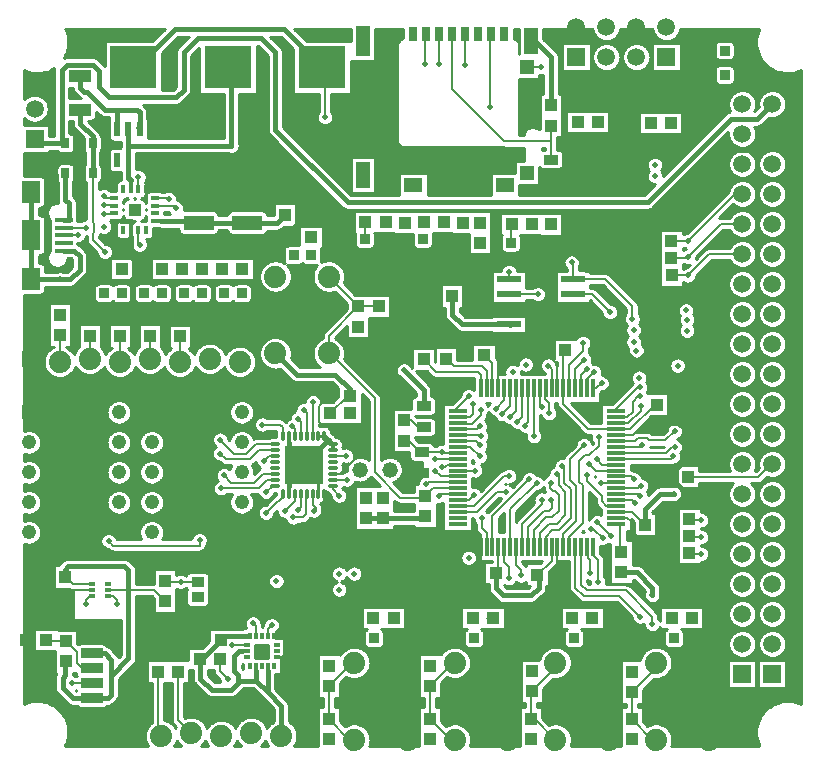
<source format=gbr>
%TF.GenerationSoftware,Novarm,DipTrace,3.2.0.1*%
%TF.CreationDate,2017-11-24T17:42:06-08:00*%
%FSLAX26Y26*%
%MOIN*%
%TF.FileFunction,Copper,L1,Top*%
%TF.Part,Single*%
%AMOUTLINE0*
4,1,4,
-0.049213,-0.023622,
0.049213,-0.023622,
0.049213,0.023622,
-0.049213,0.023622,
-0.049213,-0.023622,
0*%
%AMOUTLINE1*
4,1,4,
-0.012402,-0.016339,
0.012402,-0.016339,
0.012402,0.016339,
-0.012402,0.016339,
-0.012402,-0.016339,
0*%
%AMOUTLINE2*
4,1,4,
-0.035433,0.019685,
-0.035433,-0.019685,
0.035433,-0.019685,
0.035433,0.019685,
-0.035433,0.019685,
0*%
%AMOUTLINE3*
4,1,4,
-0.028543,0.007874,
-0.028543,-0.007874,
0.028543,-0.007874,
0.028543,0.007874,
-0.028543,0.007874,
0*%
%AMOUTLINE4*
4,1,4,
-0.029528,0.035433,
-0.029528,-0.035433,
0.029528,-0.035433,
0.029528,0.035433,
-0.029528,0.035433,
0*%
%AMOUTLINE5*
4,1,4,
-0.029528,0.049213,
-0.029528,-0.049213,
0.029528,-0.049213,
0.029528,0.049213,
-0.029528,0.049213,
0*%
%AMOUTLINE6*
4,1,4,
0.026163,0.026163,
0.026205,-0.026121,
-0.026121,-0.026205,
-0.026163,0.026163,
0.026163,0.026163,
0*%
%AMOUTLINE7*
4,1,4,
-0.023622,0.015748,
-0.023622,-0.015748,
0.023622,-0.015748,
0.023622,0.015748,
-0.023622,0.015748,
0*%
%AMOUTLINE8*
4,1,4,
0.023622,-0.015748,
0.023622,0.015748,
-0.023622,0.015748,
-0.023622,-0.015748,
0.023622,-0.015748,
0*%
%AMOUTLINE9*
4,1,4,
-0.015748,0.015748,
-0.015748,-0.015748,
0.015748,-0.015748,
0.015748,0.015748,
-0.015748,0.015748,
0*%
%AMOUTLINE10*
4,1,4,
0.00689,-0.01378,
0.00689,0.01378,
-0.00689,0.01378,
-0.00689,-0.01378,
0.00689,-0.01378,
0*%
%AMOUTLINE11*
4,1,4,
0.01378,0.00689,
-0.01378,0.00689,
-0.01378,-0.00689,
0.01378,-0.00689,
0.01378,0.00689,
0*%
%AMOUTLINE12*
4,1,4,
-0.00689,0.01378,
-0.00689,-0.01378,
0.00689,-0.01378,
0.00689,0.01378,
-0.00689,0.01378,
0*%
%AMOUTLINE13*
4,1,4,
-0.01378,-0.00689,
0.01378,-0.00689,
0.01378,0.00689,
-0.01378,0.00689,
-0.01378,-0.00689,
0*%
%AMOUTLINE14*
4,1,4,
0.019685,-0.019685,
0.019685,0.019685,
-0.019685,0.019685,
-0.019685,-0.019685,
0.019685,-0.019685,
0*%
%AMOUTLINE15*
4,1,4,
-0.010827,-0.023622,
0.010827,-0.023622,
0.010827,0.023622,
-0.010827,0.023622,
-0.010827,-0.023622,
0*%
%AMOUTLINE16*
4,1,4,
0.021654,0.015748,
-0.021654,0.015748,
-0.021654,-0.015748,
0.021654,-0.015748,
0.021654,0.015748,
0*%
%AMOUTLINE17*
4,1,4,
0.021654,0.019685,
-0.021654,0.019685,
-0.021654,-0.019685,
0.021654,-0.019685,
0.021654,0.019685,
0*%
%AMOUTLINE18*
4,1,4,
0.035433,-0.015748,
0.035433,0.015748,
-0.035433,0.015748,
-0.035433,-0.015748,
0.035433,-0.015748,
0*%
%AMOUTLINE19*
4,1,4,
-0.009843,0.005906,
-0.009843,-0.005906,
0.009843,-0.005906,
0.009843,0.005906,
-0.009843,0.005906,
0*%
%TA.AperFunction,Conductor*%
%ADD17C,0.015748*%
%ADD18C,0.01378*%
%ADD19C,0.011811*%
%ADD20C,0.01*%
%ADD21C,0.006*%
%ADD23R,0.15748X0.141732*%
%ADD24R,0.043307X0.03937*%
%ADD25R,0.03937X0.043307*%
%TA.AperFunction,ComponentPad*%
%ADD27R,0.047992X0.047992*%
%ADD28C,0.048*%
%ADD33R,0.031496X0.048819*%
%ADD34R,0.045276X0.098425*%
%ADD35R,0.045276X0.086614*%
%ADD36R,0.059055X0.045276*%
%ADD37R,0.045669X0.047244*%
%ADD38R,0.045669X0.049213*%
%TA.AperFunction,ComponentPad*%
%ADD39R,0.059055X0.059055*%
%ADD40C,0.059055*%
%ADD41C,0.074*%
%ADD44C,0.052*%
%ADD46R,0.062992X0.011811*%
%ADD47R,0.011811X0.062992*%
%ADD48R,0.07874X0.023622*%
%ADD50R,0.011811X0.019685*%
%ADD51R,0.019685X0.011811*%
%TA.AperFunction,ComponentPad*%
%ADD52R,0.05937X0.05937*%
%ADD53C,0.05937*%
%ADD55O,0.011811X0.033465*%
%ADD56O,0.033465X0.011811*%
%ADD57R,0.127953X0.127953*%
%TA.AperFunction,ViaPad*%
%ADD58C,0.02*%
%ADD121OUTLINE0*%
%ADD122OUTLINE1*%
%ADD123OUTLINE2*%
%ADD124OUTLINE3*%
%ADD125OUTLINE4*%
%ADD126OUTLINE5*%
%TA.AperFunction,ComponentPad*%
%ADD127OUTLINE6*%
%ADD128OUTLINE7*%
%ADD129OUTLINE8*%
%ADD130OUTLINE9*%
%ADD131OUTLINE10*%
%ADD132OUTLINE11*%
%ADD133OUTLINE12*%
%ADD134OUTLINE13*%
%ADD135OUTLINE14*%
%ADD136OUTLINE15*%
%ADD137OUTLINE16*%
%ADD138OUTLINE17*%
%ADD139OUTLINE18*%
%ADD140OUTLINE19*%
%TA.AperFunction,CopperBalancing*%
%ADD141C,0.01*%
G75*
G01*
%LPD*%
X1319000Y2217696D2*
D17*
X1292180Y2190875D1*
X1195319D1*
X1193987Y2192207D1*
X1031470D1*
X886028Y2197076D2*
D18*
X907681D1*
D17*
X1026601D1*
X1031470Y2192207D1*
X797223Y2503375D2*
Y2448755D1*
Y2340777D1*
X805319Y2332681D1*
D18*
Y2303375D1*
X1478375Y1433986D2*
D19*
Y1453671D1*
X1465147Y1466899D1*
X1450816Y1481230D1*
X1465147Y1466899D2*
D17*
X1464045D1*
X1381919Y1384773D1*
X1332706Y1288316D2*
D19*
Y1312923D1*
D17*
Y1335560D1*
X1381919Y1384773D1*
X1431131Y1288316D2*
D20*
Y1335560D1*
X1381919Y1384773D1*
X1332706Y1481230D2*
D19*
Y1456623D1*
D17*
Y1433986D1*
X1381919Y1384773D1*
X1450816Y1481230D2*
D20*
X1431131D1*
X2011126Y1639521D2*
D21*
Y1722751D1*
X1983495Y1750382D1*
X2247346Y1639521D2*
Y1772345D1*
X2254491Y1779490D1*
Y1765992D1*
X2422543Y1503694D2*
X2469319D1*
X2551554Y1585929D1*
X2559625D1*
X2422543Y1228104D2*
X2476825D1*
X2519000Y1185929D1*
X2207976Y1111962D2*
Y1065920D1*
X2161253Y1019197D1*
X2030811Y1111962D2*
Y1032524D1*
X2023593Y1025306D1*
X676407Y986496D2*
X612182D1*
X587749Y1010929D1*
X797223Y2448755D2*
D17*
X1140797D1*
Y2697867D1*
X1129041Y2709623D1*
X474217Y2150251D2*
Y2005172D1*
Y2150251D2*
Y2295329D1*
X581500Y2099070D2*
X617115D1*
X634600Y2081585D1*
Y2034715D1*
X603353Y2003469D1*
X568982D1*
X475920D1*
X474217Y2005172D1*
X1115799Y1956896D2*
X1116194Y1956501D1*
X982861D2*
D3*
X569000Y1884625D2*
Y1884731D1*
X1535929Y1615875D2*
D21*
X1528375D1*
X1469911Y1557411D1*
X1535929Y1615875D2*
D17*
Y1636458D1*
X1487635Y1684752D1*
X1359497D1*
X1287749Y1756500D1*
X1469911Y1557411D2*
D3*
X1781647Y1581614D2*
Y1634465D1*
X1715736Y1700375D1*
X1877465Y1948035D2*
Y1885486D1*
X1909466Y1853484D1*
X2065766D1*
X2065875Y1853375D1*
X1984458Y1750370D2*
X1983507D1*
X2068824Y1850427D2*
X2065875Y1853375D1*
X2023593Y1025306D2*
Y973812D1*
X2046951Y950454D1*
X2140692D1*
X2165689Y975451D1*
Y1014761D1*
X2161253Y1019197D1*
X2475031Y470399D2*
X2475469Y470836D1*
X2140144D2*
D3*
X1465073D2*
D3*
X1802609D2*
D3*
X1036449Y737749D2*
X1042181D1*
X1104681Y800249D1*
X1193010Y763571D2*
D19*
X1175294D1*
D17*
X1166391D1*
X1150171Y747350D1*
Y697356D1*
X1162669Y684857D1*
Y665647D1*
Y656735D1*
X1140797Y634862D1*
X1075178D1*
X1037682Y672358D1*
Y736516D1*
X1036449Y737749D1*
X918945Y931706D2*
X919164D1*
X728375Y966811D2*
D21*
X797928D1*
X884059D1*
X920157Y930713D1*
X797928Y966811D2*
D17*
Y1033975D1*
X784584Y1047319D1*
X597104D1*
X584605Y1034820D1*
Y1010929D1*
X587749D1*
X589982Y729314D2*
X587730D1*
Y684857D1*
X578356Y675483D1*
Y641112D1*
X612727Y606740D1*
X675067D1*
X675280Y606528D1*
X728127D1*
X740839Y619239D1*
Y682304D1*
Y734852D1*
X718966Y756724D1*
X675476D1*
X675280Y756528D1*
X797928Y966811D2*
Y739394D1*
X740839Y682304D1*
X1162669Y665647D2*
X1222450D1*
X1261908Y626189D1*
X1306596Y581501D1*
Y481247D1*
X1202853Y812783D2*
D19*
X1189073D1*
D17*
X1117215D1*
X1104681Y800249D1*
X1222538Y714358D2*
D19*
X1222450Y696642D1*
D17*
Y665647D1*
X1261908Y714358D2*
D19*
Y696642D1*
D17*
Y626189D1*
X1381919Y1384773D2*
Y1385306D1*
X1590752Y1208227D2*
X1647003D1*
X1787749Y1214571D2*
X1786123D1*
X1778230Y1206677D1*
X1648552D1*
X1647003Y1208227D1*
X1590749Y1206677D2*
Y1208230D1*
X1590752Y1208227D1*
X2440875Y1027071D2*
X2492180D1*
X2543774Y975476D1*
Y950454D1*
X2247346Y1639521D2*
D21*
Y1587529D1*
X2331181Y1503694D1*
X2422543D1*
X2519000Y1185929D2*
D17*
Y1194402D1*
X2254491Y1765992D2*
X2256500D1*
X1031433Y2190699D2*
Y2192171D1*
X1031470Y2192207D1*
X1787604Y1222301D2*
Y1214717D1*
X1787749Y1214571D1*
X474217Y2295329D2*
D3*
X2125331Y2357432D2*
Y2356819D1*
X2054071Y2318849D2*
D3*
X1747772D2*
D3*
X1578480Y2350345D2*
Y2343828D1*
Y2796408D2*
D3*
X2141079D2*
D3*
X2206310Y2582844D2*
Y2744016D1*
X2153917Y2796408D1*
X2141079D1*
X1961945Y2821198D2*
D3*
X2519000Y1185929D2*
Y1237749D1*
X2569000Y1287749D1*
X2615642D1*
X2667181Y1147125D2*
D21*
Y1144000D1*
X2706500D1*
X2422543Y1287159D2*
X2497717D1*
X2503375Y1281500D1*
X2326087Y1639521D2*
Y1670168D1*
X2350045Y1694126D1*
X2162564Y1953375D2*
X2065875D1*
X2607806Y2075251D2*
X2662749D1*
Y2078375D1*
X2772123Y2187749D1*
X2844000D1*
X2003206Y2578408D2*
Y2819152D1*
X2005252Y2821198D1*
X2667180Y1090875D2*
Y1087749D1*
X2706500D1*
X2487749Y1256500D2*
X2476776Y1267474D1*
X2422543D1*
X2608042Y2016034D2*
X2662749D1*
X2375042Y1656630D2*
X2357933Y1639521D1*
X2345772D1*
X2477881Y1871630D2*
Y1913244D1*
X2387749Y2003375D1*
X2278474D1*
X2662749Y2016034D2*
X2734465Y2087749D1*
X2844000D1*
X2278474Y2003375D2*
Y2056291D1*
X2275052Y2059713D1*
X1831349Y2722143D2*
Y2820524D1*
X1832024Y2821198D1*
X581500Y2150251D2*
X628375D1*
X715875Y2250251D2*
X748207D1*
X750201Y2248257D1*
X581500Y2175840D2*
X656472D1*
X715875Y2222125D2*
X749659D1*
X750201Y2222667D1*
X1894984Y1326529D2*
X1795280D1*
X1790875Y1322125D1*
X1590752Y1275156D2*
Y1275374D1*
X1650251Y1275249D2*
X1647096D1*
X1647003Y1275156D1*
X1894984Y1287159D2*
X1837159D1*
X1831500Y1281500D1*
X2784945Y2765881D2*
Y2766459D1*
X2362543Y2528413D2*
X2361636Y2527507D1*
X2784945Y2684630D2*
X2784357D1*
X2606268Y2522164D2*
X2605361Y2523071D1*
X1261908Y812783D2*
X1262751Y813626D1*
Y838058D1*
X1275157Y850465D1*
X1128375Y672125D2*
X1103378Y697122D1*
Y737749D1*
X2206310Y2402425D2*
Y2462795D1*
Y2515915D1*
Y2462795D2*
X2050076D1*
X1875094Y2637777D1*
Y2820962D1*
X1875331Y2821198D1*
X1478375Y1414301D2*
X1520550D1*
X1522125Y1415875D1*
X1537751Y1556500D2*
X1536840Y1557411D1*
X1406606Y2144173D2*
X1406500D1*
Y2084731D2*
Y2084501D1*
X908583Y1956501D2*
D3*
X912751Y2037751D2*
X910667D1*
X775251Y1956501D2*
D3*
Y2037749D2*
X775249Y2037751D1*
X1175249Y1956501D2*
D3*
Y2037749D2*
X1176552D1*
X1041916Y1956501D2*
D3*
Y2037751D2*
X1042180D1*
X2608320Y814055D2*
X2615875Y806500D1*
X2616194D1*
X2608320Y875248D2*
D3*
X2277071D2*
X2278177D1*
X2281500Y806500D2*
X2282861D1*
X1945822Y875248D2*
X1946962D1*
X1950251Y806500D2*
X1949529D1*
X1614571Y875248D2*
D3*
X1615875Y806500D2*
X1616196D1*
X1783311Y2194000D2*
D3*
X1778375Y2137749D2*
X1778673D1*
X1587739Y2194000D2*
Y2140585D1*
X1585076Y2137923D1*
X2072627Y2125421D2*
Y2185129D1*
X2075427Y2187928D1*
X2286717Y1111962D2*
Y1076276D1*
X2287551Y1075441D1*
Y975451D1*
X2315673Y947329D1*
X2434411D1*
X2503154Y878587D1*
X2543774Y853589D2*
Y878587D1*
X2456283Y966077D1*
X2325047D1*
X2306402Y984723D1*
Y1111962D1*
X2422543Y1247789D2*
X2390175D1*
X2375249Y1262714D1*
Y1281501D1*
X2325047Y1331703D1*
Y1350615D1*
X1028375Y995181D2*
X971455D1*
X922618D1*
X920157Y997642D1*
X1894984Y1444639D2*
X1937110D1*
X1969000Y1412749D1*
X1894984Y1464324D2*
X1954925D1*
X1969000Y1450249D1*
X1991441Y1111962D2*
Y1159059D1*
X1975249Y1175251D1*
Y1206501D1*
X2011126Y1111962D2*
Y1214597D1*
X2134442Y1337913D1*
X2158466Y1324441D2*
X2070181Y1236156D1*
Y1111962D1*
X2106320Y1016072D2*
Y1034820D1*
X2089866Y1051274D1*
Y1111962D1*
X2109551D2*
Y1188035D1*
X2175063Y1253547D1*
Y1269171D1*
X2129236Y1111962D2*
Y1176474D1*
X2184437Y1231675D1*
X2200060D1*
X2209434Y1241049D1*
Y1266046D1*
X2206310Y1269171D1*
X2148921Y1111962D2*
Y1168037D1*
X2190686Y1209802D1*
X2209434D1*
X2231307Y1231675D1*
Y1284794D1*
X2218808Y1297293D1*
X2212559D1*
X2203185Y1306667D1*
Y1322290D1*
X2206310Y1325415D1*
X2188291Y1111962D2*
Y1144913D1*
X2209434Y1166056D1*
X2231307D1*
X2271928Y1206677D1*
Y1303542D1*
X2250055Y1325415D1*
Y1375409D1*
X2243806Y1381659D1*
X1968835Y2125331D2*
X1969075D1*
X2247346Y1111962D2*
Y1153974D1*
X2290676Y1197303D1*
Y1312916D1*
X2268803Y1334789D1*
Y1403531D1*
X2315673Y1450402D1*
X2267031Y1111962D2*
Y1145537D1*
X2312549Y1191054D1*
Y1316041D1*
X2300050Y1328539D1*
Y1397282D1*
X2318798Y1416030D1*
X2334421D1*
X2365668Y1447277D1*
Y1478524D1*
X1894984Y1228104D2*
X1959354D1*
X2025251Y1294000D1*
X2056501D1*
X1894984Y1247789D2*
X1950915D1*
X2050251Y1347125D1*
X2065875D1*
X2422543Y1562749D2*
Y1569419D1*
X2497125Y1644000D1*
X2503375D1*
X2422543Y1543064D2*
X2458689D1*
X2478156Y1562531D1*
Y1593782D1*
X2497259Y1612885D1*
X2503154D1*
X2422543Y1523379D2*
X2464004D1*
X2506278Y1565654D1*
Y1581638D1*
X2422543Y1464324D2*
X2485829D1*
X2496755Y1475249D1*
X2525176D1*
X2534400Y1466025D1*
X2587900D1*
X2619000Y1497125D1*
X2422543Y1444639D2*
X2503640D1*
X2509403Y1450402D1*
X2422543Y1424954D2*
X2590579D1*
X2609625Y1444000D1*
X2619000D1*
X2422543Y1405269D2*
X2605269D1*
X2612749Y1412749D1*
X2422543Y1385584D2*
Y1384625D1*
Y1385584D2*
X2377366D1*
X2359419Y1403531D1*
X886028Y2273848D2*
X929777D1*
X931500Y2272125D1*
X1562751Y1844000D2*
Y1845822D1*
X886028Y2248257D2*
Y2247125D1*
X953375D1*
Y2237751D1*
X956500Y2240875D1*
X1781500Y1737751D2*
Y1736411D1*
X1781654Y1736257D1*
X1971756Y1639521D2*
Y1684995D1*
X1962751Y1694000D1*
X1823911D1*
X1781654Y1736257D1*
X2422543Y1326529D2*
Y1325415D1*
X2371917D1*
X2944000Y1387749D2*
X2940874D1*
X2897125Y1344000D1*
X2664906D1*
X2662988Y1345917D1*
Y1337913D2*
Y1345917D1*
X2422543Y1346214D2*
X2473035D1*
X2481500Y1337749D1*
X2662512Y1344163D2*
Y1345441D1*
X2537525Y2522164D2*
D3*
X2207976Y1639521D2*
Y1705024D1*
X2197125Y1715875D1*
X849528Y1956501D2*
X850249D1*
X715875Y2281500D2*
Y2275249D1*
X750201D1*
Y2273848D1*
X2422543Y1306844D2*
X2497469D1*
X2506500Y1315875D1*
X2706500Y1200251D2*
X2667180D1*
Y1203375D1*
X2607804Y2131500D2*
X2662749D1*
X2325047Y1703500D2*
X2306402Y1684854D1*
Y1639521D1*
X2278474Y1953375D2*
X2344000D1*
X2403375Y1894000D1*
X1918840Y2719018D2*
Y2820996D1*
X1918638Y2821198D1*
X2662749Y2131500D2*
X2818999Y2287749D1*
X2844000D1*
X962810Y695849D2*
Y535033D1*
X1006596Y491247D1*
X728375Y947126D2*
X737749D1*
X728375D2*
X747123D1*
X759625Y934625D1*
Y922125D1*
X962810Y697125D2*
Y695849D1*
X1222538Y812783D2*
Y846840D1*
X1212664Y856714D1*
X1478375Y1315875D2*
Y1303374D1*
X1500251Y1281499D1*
X2345772Y1111962D2*
Y1082839D1*
X2362543Y1066067D1*
Y994199D1*
X1969165Y2192350D2*
X1970815Y2194000D1*
X1850251D2*
X1850240D1*
X1912843D2*
Y2192280D1*
X1912741Y2192178D1*
X2125331Y2711761D2*
X2171938D1*
X897175Y695849D2*
Y490668D1*
X906596Y481247D1*
X676407Y947126D2*
X669001D1*
X656500Y934625D1*
Y922125D1*
X887749Y694000D2*
X895325D1*
X897175Y695849D1*
X1144000Y784625D2*
X1191642D1*
X1193010Y783256D1*
X2337546Y1025446D2*
Y1066067D1*
X2328172Y1075441D1*
Y1114047D1*
X2326087Y1111962D1*
X1478375Y1335560D2*
X1525251D1*
X1411446Y1481230D2*
X1412643D1*
Y1594136D1*
X1381396Y1566014D2*
X1382247D1*
X1391761Y1556500D1*
Y1481230D1*
X1372076D2*
Y1528423D1*
X1362749Y1537749D1*
X1352391Y1481230D2*
Y1504360D1*
X1344000Y1512751D1*
X1243911Y1519144D2*
X1303230D1*
X1313021Y1509353D1*
Y1481230D1*
X1285462Y1453671D2*
X1222420D1*
X1190874Y1422125D1*
X1150251D1*
X1103375Y1469000D1*
X1285462Y1433986D2*
X1233986D1*
X1203375Y1403375D1*
X1122125D1*
X1103375Y1422125D1*
X1285462Y1414301D2*
X1267425D1*
X1250249Y1397125D1*
X1285462Y1355245D2*
X1245871D1*
X1215875Y1325249D1*
X1140877D1*
X1115875Y1350251D1*
X1285462Y1335560D2*
X1260562D1*
X1231501Y1306500D1*
X1106500D1*
X1256500Y1294000D2*
X1278375Y1315875D1*
X1285462D1*
X1313021Y1288316D2*
Y1278646D1*
X1300251Y1265875D1*
X1297126D1*
X1256500Y1225249D1*
X1352391Y1288316D2*
Y1264892D1*
X1318999Y1231500D1*
X1372125Y1288268D2*
X1372076Y1288316D1*
Y1243953D1*
X1362749Y1234626D1*
X1347125Y1209625D2*
X1378375D1*
X1390875Y1222125D1*
Y1287430D1*
X1391761Y1288316D1*
X1412749Y1289619D2*
X1411446Y1288316D1*
Y1251554D1*
X1422125Y1240875D1*
Y1237749D1*
X1415875Y1231500D1*
X1034625Y1134810D2*
Y1115875D1*
X747125D1*
X731500Y1131500D1*
X2050496Y1639521D2*
Y1600496D1*
X2022125Y1572125D1*
X1465875Y712749D2*
Y714193D1*
X1465073Y714995D1*
X2089866Y1639521D2*
Y1564866D1*
X2069000Y1544000D1*
X1800249Y715875D2*
X1801728D1*
X1802609Y714995D1*
X2129236Y1639521D2*
Y1526112D1*
X2119000Y1515875D1*
X2140875Y694000D2*
Y695146D1*
X2168606Y1639521D2*
Y1584970D1*
X2175063Y1578513D1*
X2340671Y1172306D2*
X2346920D1*
X2378167Y1141059D1*
X2475251Y694249D2*
X2475469Y694031D1*
X1465073Y648066D2*
Y537765D1*
X1533839Y469000D1*
X1550249D1*
X1465073Y648066D2*
X1542008Y725000D1*
X1550249D1*
X1885667D2*
X1879543D1*
X1802609Y648066D1*
Y537765D1*
X1871374Y469000D1*
X1885667D1*
X2221083Y725000D2*
Y708424D1*
X2141972Y629314D1*
X2140144Y627486D1*
Y537765D1*
X2221083Y469000D2*
X2152318Y537765D1*
X2140144D1*
X2475469Y627102D2*
Y537765D1*
X2544234Y469000D1*
X2556500D1*
X2475469Y627102D2*
X2556500Y708134D1*
Y725000D1*
X1894984Y1484009D2*
Y1484625D1*
X569000Y1817696D2*
Y1727749D1*
X1972125Y1481500D2*
X1974634Y1484009D1*
X1894984D1*
Y1543064D2*
X1908689D1*
X869000Y1815875D2*
Y1737749D1*
X1894984Y1543064D2*
X1936814D1*
X1947125Y1553375D1*
Y1587751D1*
X1894984Y1562749D2*
X1881500D1*
X1931500Y1612749D1*
X969000Y1812751D2*
Y1727749D1*
X769000Y1814571D2*
Y1727749D1*
X1894984Y1523379D2*
Y1522125D1*
X1943999D1*
X1972125Y1550251D1*
Y1569000D1*
X669000Y1815875D2*
Y1737749D1*
X1969000Y1512749D2*
X1959626Y1503375D1*
X1895303D1*
X1894984Y1503694D1*
X589982Y796243D2*
X527475D1*
X523436Y800282D1*
X675280Y706528D2*
X643971D1*
X625249Y725249D1*
Y760975D1*
X589982Y796243D1*
X1991441Y1639521D2*
Y1696560D1*
X1975251Y1712751D1*
X1881783D1*
X1856654Y1737881D1*
X830909Y2303375D2*
Y2344000D1*
X1856512Y1737739D2*
X1856654Y1737881D1*
X2422543Y1365899D2*
X2356430D1*
X2337546Y1384783D1*
X2334421D1*
X2331297Y1387908D1*
X2293801Y2528413D2*
X2294707Y2527507D1*
X2312549Y1790991D2*
Y1765673D1*
X2265678Y1718803D1*
Y1640874D1*
X2267031Y1639521D1*
X830909Y2167549D2*
Y2122715D1*
X834625Y2119000D1*
X715875Y1956501D2*
X716196D1*
X814080Y2709623D2*
D17*
X825184D1*
X953316Y2837756D1*
X1315869D1*
X1444001Y2709623D1*
X1894984Y1267474D2*
D21*
X1933100D1*
X1950251Y1284625D1*
X1453375Y2544000D2*
Y2700249D1*
X1444001Y2709623D1*
X2600251Y1203375D2*
D17*
Y1147125D1*
X2600252D1*
Y1119000D1*
X2600251D1*
Y1090875D1*
X1031470Y2322129D2*
X1193987D1*
X1281496D1*
X1319000Y2284625D1*
X1331500D1*
X1369000Y2247125D1*
Y2225320D1*
Y2197125D1*
X1340875Y2169000D1*
Y2145371D1*
X1339677Y2144173D1*
X769000Y1881500D2*
X806500Y1919000D1*
X869000D1*
X929680D1*
X969000Y1879680D1*
X806500Y1919000D2*
X810576Y1923076D1*
Y2004589D1*
X843738Y2037751D1*
X856500Y2303375D2*
X862749Y2309625D1*
Y2365875D1*
X834625Y2394000D1*
Y2401005D1*
X1031470Y2322129D2*
X875253D1*
D18*
X856500Y2303375D1*
X805319Y2167549D2*
Y2145895D1*
D17*
Y2076169D1*
X843738Y2037751D1*
X469000Y1737749D2*
Y1628375D1*
X465875D1*
Y1559625D1*
X875251D2*
Y1575161D1*
X822037Y1628375D1*
X469000D1*
X875251Y1559625D2*
X890875D1*
X1031567Y1418933D1*
Y1318835D1*
X1181402Y1169000D1*
Y1165776D1*
X1175251Y1159625D1*
X465875Y1559625D2*
X615875Y1409625D1*
Y1309625D1*
X765875Y1159625D1*
X2065875Y1903375D2*
X2200249D1*
X2278474D1*
Y1853375D1*
X750201Y2197076D2*
D18*
X771854D1*
D17*
X805319D1*
D18*
Y2167549D1*
X2030811Y1639521D2*
D21*
Y1730769D1*
X2050424Y1750382D1*
X2227661Y1639521D2*
Y1719713D1*
X2181382Y1765992D1*
X2187562D1*
X2422543Y1484009D2*
X2480517D1*
X2515508Y1519000D1*
X2559625D1*
X2227661Y1111962D2*
Y1019718D1*
X2228182Y1019197D1*
X1971756Y1111962D2*
Y1040398D1*
X1956664Y1025306D1*
X676407Y966811D2*
X610560D1*
X587749Y944000D1*
X769000Y1881500D2*
D17*
X670304D1*
X669000Y1882804D1*
Y1912751D1*
X661507Y1920244D1*
X640875Y1940875D1*
X509625D1*
X472125Y1903375D1*
Y1740874D1*
X469000Y1737749D1*
X2844000Y2765881D2*
Y2728392D1*
Y2684630D1*
X2290875Y2843993D2*
X2340858Y2794010D1*
X2490875D1*
Y2843993D1*
X2844000Y2728392D2*
X2715631D1*
X2650013Y2794010D1*
X2490875D1*
X2131682Y2125421D2*
X2200440D1*
X2206690Y2119171D1*
X1912741Y2125249D2*
Y2045029D1*
X1910135Y2047635D1*
X1877465Y2014965D1*
X1837902Y2137923D2*
Y2095853D1*
Y2054528D1*
X1877465Y2014965D1*
X1644131Y2137923D2*
X1647349Y2134705D1*
X1718991D1*
Y2125249D1*
X1748387Y2095853D1*
X1837902D1*
X1912741Y2045029D2*
X1919930Y2037840D1*
X2003206D1*
X2040702Y2075336D1*
X2112570D1*
X2131318Y2094084D1*
Y2125056D1*
X2131682Y2125421D1*
X1644131Y2137923D2*
Y2113094D1*
X1618871Y2087835D1*
X1543879D1*
X1406394Y2225320D1*
X1369000D1*
X969000Y1879680D2*
X1170117D1*
X1225163Y1934726D1*
Y2112832D1*
X1259534Y2147203D1*
X1336647D1*
X1339677Y2144173D1*
X661507Y1920244D2*
Y1990937D1*
X708320Y2037751D1*
X869000Y1882804D2*
Y1919000D1*
X587749Y944000D2*
X531119D1*
X503159D1*
X456493Y897335D1*
Y800295D1*
X456507Y800282D1*
X531119Y944000D2*
Y1093823D1*
X609602Y1172306D1*
X753194D1*
X765875Y1159625D1*
X1175251D2*
Y1078598D1*
X1175226D1*
Y969984D1*
X897175Y762778D2*
X962810D1*
X1000281Y800249D1*
X1037752D1*
Y841160D1*
X1072054Y875462D1*
X1140797D1*
X1175226Y909891D1*
Y969984D1*
X1281593Y812783D2*
D21*
X1315778D1*
Y891085D1*
X1234537Y972327D1*
X1177568D1*
X1175226Y969984D1*
X1291436Y743886D2*
X1309189D1*
X1315778Y750475D1*
Y812783D1*
X1728249Y725000D2*
D17*
Y469000D1*
X1675251Y806500D2*
X1728249Y753501D1*
Y725000D1*
X2008584Y806500D2*
X2063667Y751417D1*
Y725000D1*
X2341916Y806500D2*
X2399083Y749333D1*
Y725000D1*
X2675249Y806500D2*
X2734500Y747249D1*
Y725000D1*
Y469000D1*
X2399083Y725000D2*
Y469000D1*
X2063667Y725000D2*
Y469000D1*
Y725000D2*
X2065699Y727033D1*
Y916083D1*
X2009455D1*
X1956336Y969202D1*
Y1024978D1*
X1956664Y1025306D1*
X2065699Y916083D2*
X2203185D1*
X2228182Y941080D1*
Y1019197D1*
X2600251Y1090875D2*
Y1053336D1*
X2734379Y919207D1*
Y725121D1*
X2734500Y725000D1*
X2559625Y1519000D2*
X2574877D1*
X2581270Y1525394D1*
X2631265D1*
X2649997Y1506661D1*
X2662988Y1493671D1*
Y1412846D1*
X1450816Y1288316D2*
D21*
Y1188606D1*
X1431391Y1169181D1*
X1184807D1*
X1175251Y1159625D1*
X1478375Y1355245D2*
X1476667Y1353537D1*
X1503259D1*
X1550129Y1400407D1*
Y1437903D1*
X1475136Y1512895D1*
X1450139D1*
X1434516Y1528518D1*
Y1581391D1*
X1469000Y1615875D1*
X1631500Y1845822D2*
D17*
X1638412D1*
X1665741Y1818492D1*
X1677619Y1806614D1*
X1778226D1*
X1781654Y1803186D1*
X1815726D1*
X1855030D1*
X1856654Y1804810D1*
X1877465Y2014965D2*
X1858469D1*
X1815726Y1972222D1*
Y1803186D1*
X1856654Y1804810D2*
X2033133D1*
X2050424Y1787518D1*
Y1750382D1*
X2187562Y1765992D2*
X2181311D1*
X2165701Y1750382D1*
X2050424D1*
X2187562Y1765992D2*
Y1822238D1*
X2200249D1*
Y1903375D1*
X2649997Y1506661D2*
X2662512D1*
Y1591012D1*
X2534400Y1719123D1*
X2459408D1*
X2356294Y1822238D1*
X2200249D1*
X2540875Y2131500D2*
Y2075251D1*
X2540877D1*
Y2016270D1*
X2541113Y2016034D1*
X2944000Y2487749D2*
X2953063D1*
X2996852Y2531538D1*
Y2615904D1*
X2971854Y2640902D1*
X2881239D1*
X2843743Y2678398D1*
Y2684373D1*
X2844000Y2684630D1*
X2540875Y2131500D2*
Y2181801D1*
X2793748Y2434673D1*
X2890924D1*
X2944000Y2487749D1*
X1775398Y1356591D2*
X1747054D1*
X1665741Y1437903D1*
Y1818492D1*
X1469000Y1615875D2*
Y1634644D1*
X1453264Y1650381D1*
X966007D1*
X875251Y1559625D1*
X2399083Y725000D2*
Y901416D1*
X2381291Y919207D1*
X2250055D1*
X2228182Y941080D1*
X1728249Y728617D2*
Y725000D1*
Y1025306D1*
Y1078598D1*
X1175226D1*
X1956664Y1025306D2*
X1728249D1*
X2206310Y2331559D2*
X2215684D1*
X2250055Y2365930D1*
Y2684647D1*
X2237556Y2697146D1*
Y2790675D1*
X2290875Y2843993D1*
X2662988Y1412846D2*
X2621891Y1371749D1*
Y1325483D1*
X2647125Y1300249D1*
Y1278374D1*
X2600251Y1231500D1*
Y1203375D1*
X2206690Y2119171D2*
X2487921D1*
X2494000Y2125249D1*
Y2128375D1*
X2497125Y2131500D1*
X2540875D1*
X2519000Y1119000D2*
X2600251D1*
X2422543Y1208419D2*
D21*
X2460832D1*
X2475249Y1194000D1*
Y1165875D1*
X2522125Y1119000D1*
X2519000D1*
X1715875Y1465871D2*
X1731513D1*
X1769928Y1427457D1*
X1775398D1*
X1776316Y1428375D1*
X1844000D1*
Y1378375D2*
X1853375D1*
X1860584Y1385584D1*
X1894984D1*
Y1424954D2*
X1847421D1*
X1844000Y1428375D1*
X678281Y2456546D2*
D17*
Y2356556D1*
X637724Y2569034D2*
Y2522164D1*
X678281Y2481608D1*
Y2456546D1*
Y2356556D2*
D21*
Y2194138D1*
X684594Y2187824D1*
Y2159702D1*
X678345Y2153453D1*
Y2134655D1*
X719000Y2094000D1*
X1109625Y2040875D2*
Y2037751D1*
X834625Y2503375D2*
D17*
Y2559614D1*
X825205Y2569034D1*
X759822D1*
Y2503375D1*
X975251Y2037751D2*
D3*
X834579Y2506541D2*
X837790D1*
X834625Y2503375D1*
X637724Y2679270D2*
Y2640902D1*
X650223Y2628403D1*
X659597D1*
X718966Y2569034D1*
X759822D1*
X587730Y2456546D2*
X500239D1*
X484615Y2472169D1*
X587730Y2456546D2*
Y2459671D1*
X575231Y2472169D1*
Y2700270D1*
X593979Y2719018D1*
X678345D1*
X700218Y2697146D1*
Y2644026D1*
X734589Y2609655D1*
X956441D1*
X981438Y2634652D1*
Y2759639D1*
X1028308Y2806509D1*
X1240786D1*
X1287656Y2759639D1*
Y2500291D1*
X1528256Y2259692D1*
X2528151D1*
X2806247Y2537787D1*
X2894038D1*
X2944000Y2587749D1*
X1894984Y1405269D2*
D21*
X1820894D1*
X1819000Y1403375D1*
X1787751Y1509625D2*
X1782770D1*
X1781647Y1510748D1*
X1761629D1*
X1739576Y1532801D1*
X1715875D1*
X1894984Y1346214D2*
X1838661D1*
X1819000Y1365875D1*
X581500Y2201430D2*
D17*
X600228D1*
Y2256522D1*
X587730Y2269021D1*
Y2356556D1*
X2142356Y2187928D2*
D21*
Y2184699D1*
X2206310D2*
Y2187749D1*
X2208340D1*
X2206690Y2186100D1*
X2286717Y1639521D2*
Y1705466D1*
X2315875Y1734625D1*
X2065875Y2028097D2*
Y2003375D1*
X2287551Y1640356D2*
X2286717Y1639521D1*
X675280Y656528D2*
X609625D1*
X2065699Y1006698D2*
Y1044176D1*
X2050496Y1059379D1*
Y1111962D1*
X2422543Y1188734D2*
X2437749D1*
Y1106500D1*
X2440875Y1103375D1*
Y1094000D1*
X2070181Y1639521D2*
Y1579556D1*
X2044000Y1553375D1*
X1681500Y875462D2*
Y875248D1*
X1993832Y875462D2*
X2012751D1*
Y875248D1*
X2109551Y1639521D2*
Y1543927D1*
X2094000Y1528375D1*
X2148921Y1639521D2*
Y1480171D1*
X2344000Y875249D2*
Y875248D1*
X2188291Y1639521D2*
X2185923D1*
X2675249Y875248D2*
X2672100D1*
X2406289Y1147308D2*
X2359419Y1194178D1*
X2200060Y1556640D2*
Y1591012D1*
X2187562Y1603510D1*
Y1638791D1*
X2188291Y1639521D1*
X1465749Y2012500D2*
Y2009752D1*
X1562751Y1912751D1*
X1631500D1*
X1465749Y1756500D2*
Y1815749D1*
X1562751Y1912751D1*
X1894984Y1306844D2*
X1813093D1*
X1787749Y1281500D1*
X1465749Y1756500D2*
X1468874Y1753375D1*
X1472125D1*
X1619000Y1606500D1*
Y1359657D1*
X1703238Y1275420D1*
X1781669D1*
X1787749Y1281500D1*
X1894984Y1365899D2*
X1953352D1*
X1347125Y2084822D2*
X1348196Y2083751D1*
X1718991Y2192178D2*
D3*
X1656500Y2194000D2*
X1654668D1*
X2168606Y1111962D2*
Y1156475D1*
X2200060Y1187929D1*
X2225058D1*
X2253180Y1216051D1*
Y1294168D1*
X2231307Y1316041D1*
Y1347287D1*
X2225058Y1353537D1*
X1788717Y2821198D2*
X1787604Y2820085D1*
Y2722143D1*
D58*
X1115799Y1956896D3*
X982861Y1956501D3*
X569000Y1884731D3*
D3*
X568982Y2003469D3*
X1469911Y1557411D3*
X1715736Y1700375D3*
X1469911Y1557411D3*
X1984458Y1750370D3*
X1715736Y1700375D3*
X2068824Y1850427D3*
X2046951Y950454D3*
X2475031Y470399D3*
X2140144Y470836D3*
X1465073D3*
X1802609D3*
X1036449Y737749D3*
X918945Y931706D3*
X1381919Y1385306D3*
X1469911Y1557411D3*
X1590749Y1206677D3*
X1381919Y1385306D3*
X2543774Y950454D3*
X2256500Y1765992D3*
X1140797Y2448755D3*
X1031433Y2190699D3*
X1787604Y1222301D3*
X474217Y2295329D3*
X2125331Y2356819D3*
X2054071Y2318849D3*
X1747772D3*
X1578480Y2343828D3*
X1747772Y2318849D3*
X1578480Y2796408D3*
Y2343828D3*
X2141079Y2796408D3*
X2125331Y2356819D3*
X1961945Y2821198D3*
X1140797Y2448755D3*
X2615642Y1287749D3*
X2706500Y1144000D3*
X2503375Y1281500D3*
X2706500Y1144000D3*
X2350045Y1694126D3*
X2162564Y1953375D3*
X2662749Y2078375D3*
X2003206Y2578408D3*
X2706500Y1087749D3*
X2487749Y1256500D3*
X2706500Y1087749D3*
X2662749Y2016034D3*
X2375042Y1656630D3*
X2477881Y1871630D3*
X2275052Y2059713D3*
X1831349Y2722143D3*
X628375Y2150251D3*
X715875Y2250251D3*
X656472Y2175840D3*
X715875Y2222125D3*
X1790875Y1322125D3*
X1590752Y1275374D3*
X1650251Y1275249D3*
X1831500Y1281500D3*
X2784945Y2766459D3*
X2362543Y2528413D3*
X2784357Y2684630D3*
X2606268Y2522164D3*
X1275157Y850465D3*
X1128375Y672125D3*
X1522125Y1415875D3*
X1537751Y1556500D3*
X1406500Y2144173D3*
Y2084731D3*
X908583Y1956501D3*
X912751Y2037751D3*
X775251Y1956501D3*
Y2037749D3*
X1175249Y1956501D3*
Y2037749D3*
X1041916Y1956501D3*
Y2037751D3*
X2608320Y875248D3*
X2615642Y806719D3*
X2278177Y875248D3*
X2281500Y806500D3*
X1946962Y875248D3*
X1950251Y806500D3*
X1614571Y875248D3*
X1615875Y806500D3*
X1783311Y2194000D3*
X1778375Y2137749D3*
X2503154Y878587D3*
X2543774Y853589D3*
X2325047Y1350615D3*
X2500029Y1675378D3*
X2628375Y1715875D3*
X971455Y995181D3*
X1969000Y1412749D3*
Y1450249D3*
X2481500Y1834625D3*
X2656262Y1900354D3*
X1975249Y1206501D3*
X2134442Y1337913D3*
X2158466Y1324441D3*
X2106320Y1016072D3*
X2175063Y1269171D3*
X2206310D3*
Y1325415D3*
X2243806Y1381659D3*
X2121944Y1719123D3*
X1968835Y2125331D3*
X2315673Y1450402D3*
X2365668Y1478524D3*
X2056501Y1294000D3*
X2490875Y1765875D3*
X2659387Y1831612D3*
X2065875Y1347125D3*
X2481500Y1794000D3*
X2659387Y1869108D3*
X2503375Y1644000D3*
X2503154Y1612885D3*
X2506278Y1581638D3*
X2619000Y1497125D3*
X2509403Y1450402D3*
X2619000Y1444000D3*
X2612749Y1412749D3*
X2359419Y1403531D3*
X931500Y2272125D3*
X1562751Y1844000D3*
X956500Y2240875D3*
X1781500Y1737751D3*
X2371917Y1325415D3*
X2481500Y1337749D3*
X2662512Y1344163D3*
X2537525Y2522164D3*
X2197125Y1715875D3*
X2553148Y2384678D3*
X850249Y1956501D3*
X715875Y2178375D3*
Y2281500D3*
X2506500Y1315875D3*
X2706500Y1200251D3*
X2662749Y2131500D3*
X2403375Y1894000D3*
X2325047Y1703500D3*
X2403375Y1894000D3*
X1918840Y2719018D3*
X759625Y922125D3*
X962810Y697125D3*
X1212664Y856714D3*
D3*
X1500251Y1281499D3*
Y1022125D3*
Y969000D3*
X2362543Y994199D3*
X1970815Y2194000D3*
X1850251D3*
X1912843D3*
X2171938Y2711761D3*
X1970815Y2194000D3*
X656500Y922125D3*
X887749Y694000D3*
X1144000Y784625D3*
X1290875Y997125D3*
X2337546Y1025446D3*
X1525251Y1335560D3*
X1412643Y1594136D3*
X1381396Y1566014D3*
X1362749Y1537749D3*
X1344000Y1512751D3*
X1243911Y1519144D3*
X1103375Y1469000D3*
Y1422125D3*
X1250249Y1397125D3*
X1115875Y1350251D3*
X1106500Y1306500D3*
X1256500Y1294000D3*
Y1225249D3*
X1318999Y1231500D3*
X1362749Y1234626D3*
X1347125Y1209625D3*
X1415875Y1231500D3*
X1034625Y1134810D3*
X731500Y1131500D3*
X2022125Y1572125D3*
X1465875Y712749D3*
X2069000Y1544000D3*
X1800249Y715875D3*
X2119000Y1515875D3*
X2140875Y694000D3*
X2175063Y1578513D3*
X2340671Y1172306D3*
X2378167Y1141059D3*
X2475251Y694249D3*
X1972125Y1481500D3*
X1947125Y1587751D3*
X1931500Y1612749D3*
X1972125Y1569000D3*
X1969000Y1512749D3*
X830909Y2344000D3*
X1856512Y1737739D3*
X2331297Y1387908D3*
X2293801Y2528413D3*
X2553148Y2347182D3*
X2312549Y1790991D3*
X834625Y2119000D3*
X715875Y1956501D3*
X1950251Y1284625D3*
X1453375Y2544000D3*
X1844000Y1428375D3*
Y1378375D3*
X719000Y2094000D3*
X1109625Y2040875D3*
X975251Y2037751D3*
X834579Y2506541D3*
X1819000Y1403375D3*
X1787751Y1509625D3*
X1819000Y1365875D3*
Y1403375D3*
X2142356Y2184699D3*
X2206310D3*
X2315875Y1734625D3*
X2065875Y2028097D3*
X2142356Y2184699D3*
X609625Y656528D3*
X1550249Y1022125D3*
X2065699Y1006698D3*
X2044000Y1553375D3*
X1681500Y875462D3*
X2094000Y1528375D3*
X2012751Y875251D3*
X2148921Y1480171D3*
X1931500Y1075249D3*
X2344000Y875249D3*
X2672100Y875248D3*
X2406289Y1147308D3*
X2359419Y1194178D3*
X2200060Y1556640D3*
X1953352Y1365899D3*
X1347125Y2084822D3*
X1718991Y2192178D3*
X1656500Y2194000D3*
X2225058Y1353537D3*
X2078198Y1694126D3*
X1718991Y2192178D3*
X1787604Y2722143D3*
X1718991Y2192178D3*
X592412Y2829131D2*
D141*
X907951D1*
X1361240D2*
X1537443D1*
X1619521D2*
X1711252D1*
X2082705D2*
X2100041D1*
X2182119D2*
X2345197D1*
X2436553D2*
X2545197D1*
X2636553D2*
X2895588D1*
X595420Y2819262D2*
X898088D1*
X1371104D2*
X1537443D1*
X1619521D2*
X1711252D1*
X2082705D2*
X2100041D1*
X2182119D2*
X2349807D1*
X2431943D2*
X2549807D1*
X2631943D2*
X2892580D1*
X597412Y2809394D2*
X888205D1*
X961689D2*
X994455D1*
X1274639D2*
X1307482D1*
X1380967D2*
X1537443D1*
X1619521D2*
X1711252D1*
X2082705D2*
X2100041D1*
X2182119D2*
X2357932D1*
X2423818D2*
X2557932D1*
X2623818D2*
X2890588D1*
X598408Y2799525D2*
X878342D1*
X951826D2*
X984572D1*
X1284521D2*
X1317365D1*
X1390850D2*
X1537443D1*
X1619521D2*
X1699221D1*
X2094502D2*
X2100041D1*
X2187549D2*
X2374396D1*
X2407354D2*
X2574396D1*
X2607354D2*
X2889592D1*
X598467Y2789656D2*
X716936D1*
X941963D2*
X974709D1*
X1294385D2*
X1327229D1*
X1619521D2*
X1693537D1*
X2197412D2*
X2242795D1*
X2338955D2*
X2378381D1*
X2403369D2*
X2478381D1*
X2503369D2*
X2542795D1*
X2638955D2*
X2752756D1*
X2817139D2*
X2889533D1*
X597568Y2779787D2*
X716936D1*
X932100D2*
X964846D1*
X1226182D2*
X1230778D1*
X1304248D2*
X1337092D1*
X1619521D2*
X1692795D1*
X2207275D2*
X2242795D1*
X2338955D2*
X2359279D1*
X2422471D2*
X2459279D1*
X2522471D2*
X2542795D1*
X2638955D2*
X2750803D1*
X2819092D2*
X2890432D1*
X595713Y2769919D2*
X716936D1*
X922217D2*
X957346D1*
X1028467D2*
X1031890D1*
X1226182D2*
X1240627D1*
X1311748D2*
X1346857D1*
X1619521D2*
X1692795D1*
X2217158D2*
X2242795D1*
X2338955D2*
X2350568D1*
X2431182D2*
X2450568D1*
X2531182D2*
X2542795D1*
X2638955D2*
X2750803D1*
X2819092D2*
X2892287D1*
X592842Y2760050D2*
X716936D1*
X912354D2*
X955158D1*
X1018584D2*
X1031896D1*
X1226182D2*
X1250510D1*
X1313936D2*
X1346857D1*
X1619521D2*
X1692795D1*
X2226846D2*
X2242795D1*
X2338955D2*
X2345607D1*
X2436143D2*
X2445607D1*
X2536143D2*
X2542775D1*
X2638955D2*
X2750803D1*
X2819092D2*
X2895158D1*
X588838Y2750181D2*
X716936D1*
X911221D2*
X955158D1*
X1008721D2*
X1031896D1*
X1226182D2*
X1260373D1*
X1313936D2*
X1346857D1*
X1619521D2*
X1692795D1*
X2231826D2*
X2242795D1*
X2338955D2*
X2343205D1*
X2438545D2*
X2443205D1*
X2538545D2*
X2542786D1*
X2638955D2*
X2750803D1*
X2819092D2*
X2899162D1*
X692959Y2740312D2*
X716936D1*
X911221D2*
X955158D1*
X1007705D2*
X1031896D1*
X1226182D2*
X1261389D1*
X1313936D2*
X1346857D1*
X1619521D2*
X1692795D1*
X2232588D2*
X2242795D1*
X2338955D2*
X2342941D1*
X2438818D2*
X2442940D1*
X2538818D2*
X2542795D1*
X2638955D2*
X2753830D1*
X2816064D2*
X2904455D1*
X703662Y2730444D2*
X716936D1*
X911221D2*
X955158D1*
X1007705D2*
X1031896D1*
X1226182D2*
X1261389D1*
X1313936D2*
X1346857D1*
X1619521D2*
X1692795D1*
X2232588D2*
X2242795D1*
X2338955D2*
X2344787D1*
X2436963D2*
X2444787D1*
X2536963D2*
X2542796D1*
X2638955D2*
X2911232D1*
X713525Y2720575D2*
X716950D1*
X911221D2*
X955158D1*
X1007705D2*
X1031896D1*
X1226182D2*
X1261389D1*
X1313936D2*
X1346857D1*
X1541143D2*
X1692795D1*
X2232588D2*
X2242795D1*
X2338955D2*
X2349025D1*
X2432725D2*
X2449025D1*
X2532725D2*
X2542795D1*
X2638955D2*
X2919982D1*
X911221Y2710706D2*
X955158D1*
X1007705D2*
X1031896D1*
X1226182D2*
X1261389D1*
X1313936D2*
X1346857D1*
X1541143D2*
X1692795D1*
X2232588D2*
X2242795D1*
X2338955D2*
X2356584D1*
X2425186D2*
X2456584D1*
X2525186D2*
X2542795D1*
X2638955D2*
X2754201D1*
X2815693D2*
X2931467D1*
X540225Y2700837D2*
X548967D1*
X911221D2*
X955158D1*
X1007705D2*
X1031896D1*
X1226182D2*
X1261389D1*
X1313936D2*
X1346857D1*
X1541143D2*
X1692795D1*
X2232588D2*
X2242795D1*
X2338955D2*
X2371037D1*
X2410713D2*
X2471037D1*
X2510713D2*
X2542795D1*
X2638955D2*
X2750803D1*
X2819092D2*
X2947775D1*
X450010Y2690969D2*
X482580D1*
X505420D2*
X548947D1*
X911221D2*
X955158D1*
X1007705D2*
X1031896D1*
X1226182D2*
X1261389D1*
X1313936D2*
X1346857D1*
X1541143D2*
X1692795D1*
X2232588D2*
X2750803D1*
X2819092D2*
X2982580D1*
X3005420D2*
X3037990D1*
X450010Y2681100D2*
X548947D1*
X911221D2*
X955158D1*
X1007705D2*
X1031896D1*
X1226182D2*
X1261389D1*
X1313936D2*
X1346857D1*
X1541143D2*
X1692795D1*
X2166572D2*
X2180041D1*
X2232588D2*
X2750803D1*
X2819092D2*
X3037990D1*
X450010Y2671231D2*
X548947D1*
X911221D2*
X955158D1*
X1007705D2*
X1031896D1*
X1226182D2*
X1261389D1*
X1313936D2*
X1346857D1*
X1541143D2*
X1692795D1*
X2166572D2*
X2180041D1*
X2232588D2*
X2750803D1*
X2819092D2*
X3037990D1*
X450010Y2661362D2*
X548947D1*
X911221D2*
X955158D1*
X1007705D2*
X1031896D1*
X1226182D2*
X1261389D1*
X1313936D2*
X1346857D1*
X1541143D2*
X1692795D1*
X2100928D2*
X2180041D1*
X2232588D2*
X2752502D1*
X2817393D2*
X3037990D1*
X450010Y2651493D2*
X548947D1*
X911221D2*
X955158D1*
X1007705D2*
X1031896D1*
X1226182D2*
X1261389D1*
X1313936D2*
X1346857D1*
X1541143D2*
X1692795D1*
X2100928D2*
X2180041D1*
X2232588D2*
X2767561D1*
X2802334D2*
X3037990D1*
X450010Y2641625D2*
X548947D1*
X601514D2*
X611447D1*
X911221D2*
X951662D1*
X1007705D2*
X1031896D1*
X1226182D2*
X1261389D1*
X1313936D2*
X1346857D1*
X1541143D2*
X1692795D1*
X2100928D2*
X2180041D1*
X2232588D2*
X3037990D1*
X450010Y2631756D2*
X548947D1*
X601514D2*
X613166D1*
X1007549D2*
X1031896D1*
X1226182D2*
X1261389D1*
X1313936D2*
X1346857D1*
X1541143D2*
X1692795D1*
X2100928D2*
X2180041D1*
X2232588D2*
X2826701D1*
X2861299D2*
X2926701D1*
X2961299D2*
X3037990D1*
X450010Y2621887D2*
X548947D1*
X601514D2*
X620002D1*
X1004248D2*
X1031896D1*
X1226182D2*
X1261389D1*
X1313936D2*
X1346857D1*
X1541143D2*
X1692795D1*
X2100928D2*
X2168225D1*
X2244404D2*
X2810803D1*
X2877197D2*
X2910803D1*
X2977197D2*
X3037990D1*
X450010Y2612018D2*
X458830D1*
X510400D2*
X548947D1*
X601514D2*
X629865D1*
X995557D2*
X1114514D1*
X1167080D2*
X1261389D1*
X1313936D2*
X1431975D1*
X1474775D2*
X1692795D1*
X2100928D2*
X2168225D1*
X2244404D2*
X2802834D1*
X2885166D2*
X2902834D1*
X2985166D2*
X3037990D1*
X521709Y2602150D2*
X548947D1*
X985674D2*
X1114514D1*
X1167080D2*
X1261389D1*
X1313936D2*
X1431975D1*
X1474775D2*
X1692795D1*
X2100928D2*
X2168225D1*
X2244404D2*
X2798342D1*
X2889658D2*
X2898342D1*
X2989658D2*
X3037990D1*
X528018Y2592281D2*
X548947D1*
X975811D2*
X1114514D1*
X1167080D2*
X1261389D1*
X1313936D2*
X1431975D1*
X1474775D2*
X1692795D1*
X2100928D2*
X2168225D1*
X2244404D2*
X2796291D1*
X2891709D2*
X2896300D1*
X2991709D2*
X3037990D1*
X531416Y2582412D2*
X548947D1*
X848564D2*
X1114514D1*
X1167080D2*
X1261389D1*
X1313936D2*
X1431975D1*
X1474775D2*
X1692795D1*
X2100928D2*
X2168225D1*
X2244404D2*
X2796369D1*
X2891631D2*
X2896382D1*
X2991631D2*
X3037990D1*
X532549Y2572543D2*
X548947D1*
X857334D2*
X1114514D1*
X1167080D2*
X1261389D1*
X1313936D2*
X1431975D1*
X1474775D2*
X1692795D1*
X2100928D2*
X2168225D1*
X2244404D2*
X2798596D1*
X2989404D2*
X3037990D1*
X531572Y2562675D2*
X548947D1*
X860713D2*
X1114514D1*
X1167080D2*
X1261389D1*
X1313936D2*
X1431975D1*
X1474775D2*
X1692795D1*
X2100928D2*
X2168225D1*
X2244404D2*
X2254650D1*
X2401689D2*
X2800842D1*
X2984658D2*
X3037990D1*
X528369Y2552806D2*
X548947D1*
X691553D2*
X698459D1*
X860908D2*
X1114514D1*
X1167080D2*
X1261389D1*
X1313936D2*
X1426428D1*
X1480322D2*
X1692795D1*
X2100928D2*
X2168225D1*
X2244404D2*
X2254650D1*
X2401689D2*
X2498381D1*
X2645420D2*
X2784514D1*
X2976318D2*
X3037990D1*
X522334Y2542937D2*
X548947D1*
X690342D2*
X733557D1*
X860908D2*
X1114514D1*
X1167080D2*
X1261389D1*
X1313936D2*
X1425002D1*
X1481748D2*
X1692795D1*
X2100928D2*
X2168225D1*
X2244404D2*
X2254650D1*
X2401689D2*
X2498381D1*
X2645420D2*
X2774650D1*
X2958936D2*
X3037990D1*
X450010Y2533068D2*
X457668D1*
X511572D2*
X548947D1*
X680303D2*
X731682D1*
X862764D2*
X1114514D1*
X1167080D2*
X1261389D1*
X1313936D2*
X1427248D1*
X1479502D2*
X1692795D1*
X2100928D2*
X2168225D1*
X2244404D2*
X2254650D1*
X2401689D2*
X2498381D1*
X2645420D2*
X2764787D1*
X2926064D2*
X3037990D1*
X450010Y2523199D2*
X548947D1*
X601514D2*
X611447D1*
X673428D2*
X730588D1*
X863857D2*
X1114514D1*
X1167080D2*
X1261389D1*
X1313936D2*
X1434533D1*
X1472217D2*
X1692795D1*
X2100928D2*
X2168225D1*
X2244404D2*
X2254650D1*
X2401689D2*
X2498381D1*
X2645420D2*
X2754924D1*
X2916201D2*
X3037990D1*
X532549Y2513331D2*
X548947D1*
X601514D2*
X613049D1*
X683291D2*
X730588D1*
X863857D2*
X1114514D1*
X1167080D2*
X1261389D1*
X1313936D2*
X1692795D1*
X2100928D2*
X2168225D1*
X2244404D2*
X2254650D1*
X2401689D2*
X2498381D1*
X2645420D2*
X2745041D1*
X2901416D2*
X3037990D1*
X532549Y2503462D2*
X548947D1*
X601514D2*
X619689D1*
X693174D2*
X730588D1*
X863877D2*
X1114514D1*
X1167080D2*
X1261389D1*
X1321221D2*
X1692795D1*
X2100928D2*
X2122150D1*
X2244404D2*
X2254650D1*
X2401689D2*
X2498381D1*
X2645420D2*
X2735178D1*
X2889229D2*
X3037990D1*
X532549Y2493593D2*
X548947D1*
X601514D2*
X629553D1*
X701533D2*
X730588D1*
X863857D2*
X1114514D1*
X1167080D2*
X1262287D1*
X1331104D2*
X1692795D1*
X2100928D2*
X2116135D1*
X2244404D2*
X2254650D1*
X2401689D2*
X2498381D1*
X2645420D2*
X2725314D1*
X2891553D2*
X3037990D1*
X532549Y2483724D2*
X548947D1*
X614736D2*
X639416D1*
X705303D2*
X730588D1*
X863857D2*
X1114514D1*
X1167080D2*
X1267561D1*
X1340967D2*
X1692795D1*
X2100928D2*
X2115256D1*
X2244404D2*
X2715432D1*
X2788936D2*
X2796252D1*
X2891748D2*
X3037990D1*
X618506Y2473856D2*
X647502D1*
X709053D2*
X731623D1*
X1167080D2*
X1277346D1*
X1350830D2*
X1692795D1*
X2227705D2*
X2705568D1*
X2779053D2*
X2798186D1*
X2889814D2*
X3037990D1*
X618525Y2463987D2*
X647482D1*
X709092D2*
X740627D1*
X1167080D2*
X1287209D1*
X1360713D2*
X1692834D1*
X2227705D2*
X2695705D1*
X2769189D2*
X2802541D1*
X2885459D2*
X3037990D1*
X618525Y2454118D2*
X647482D1*
X709092D2*
X770939D1*
X1168662D2*
X1297092D1*
X1370576D2*
X1695920D1*
X2227705D2*
X2685842D1*
X2759326D2*
X2810275D1*
X2877725D2*
X3037990D1*
X618525Y2444249D2*
X647482D1*
X709092D2*
X770939D1*
X1168818D2*
X1306955D1*
X1380439D2*
X1708908D1*
X2227705D2*
X2675959D1*
X2749443D2*
X2825393D1*
X2862607D2*
X3037990D1*
X617529Y2434381D2*
X648479D1*
X708076D2*
X733576D1*
X1165127D2*
X1316818D1*
X1390303D2*
X2115256D1*
X2237256D2*
X2666096D1*
X2739580D2*
X2837736D1*
X2850264D2*
X2937736D1*
X2950264D2*
X3037990D1*
X450010Y2424512D2*
X566818D1*
X608643D2*
X652014D1*
X704561D2*
X730588D1*
X1154561D2*
X1326701D1*
X1400186D2*
X2115256D1*
X2247139D2*
X2656232D1*
X2729717D2*
X2813830D1*
X2874170D2*
X2913830D1*
X2974170D2*
X3037990D1*
X450010Y2414643D2*
X652014D1*
X704561D2*
X730588D1*
X823506D2*
X1336564D1*
X1410049D2*
X2115256D1*
X2248330D2*
X2646369D1*
X2719854D2*
X2804553D1*
X2883447D2*
X2904553D1*
X2983447D2*
X3037990D1*
X450010Y2404774D2*
X652014D1*
X704561D2*
X730588D1*
X823506D2*
X1346428D1*
X1419912D2*
X1537443D1*
X1619521D2*
X2115256D1*
X2248330D2*
X2533518D1*
X2572783D2*
X2636486D1*
X2709971D2*
X2799279D1*
X2888721D2*
X2899279D1*
X2988721D2*
X3037990D1*
X450010Y2394906D2*
X652014D1*
X704561D2*
X730588D1*
X823506D2*
X1356291D1*
X1429775D2*
X1537443D1*
X1619521D2*
X2084104D1*
X2248330D2*
X2526721D1*
X2579561D2*
X2626623D1*
X2700107D2*
X2796623D1*
X2891377D2*
X2896636D1*
X2991377D2*
X3037990D1*
X450010Y2385037D2*
X561857D1*
X613604D2*
X652014D1*
X704561D2*
X730588D1*
X823506D2*
X1366174D1*
X1439658D2*
X1537443D1*
X1619521D2*
X2084104D1*
X2248252D2*
X2524748D1*
X2581553D2*
X2616760D1*
X2690244D2*
X2796154D1*
X2891846D2*
X2896137D1*
X2991846D2*
X3037990D1*
X450010Y2375168D2*
X557072D1*
X618389D2*
X647619D1*
X708936D2*
X730744D1*
X823506D2*
X1376037D1*
X1449521D2*
X1537443D1*
X1619521D2*
X2084104D1*
X2243975D2*
X2526447D1*
X2579854D2*
X2606877D1*
X2680361D2*
X2797795D1*
X2890205D2*
X2897790D1*
X2990205D2*
X3037990D1*
X450010Y2365299D2*
X556936D1*
X618525D2*
X647482D1*
X709092D2*
X735471D1*
X849150D2*
X1385900D1*
X1459385D2*
X1537443D1*
X1619521D2*
X2084104D1*
X2166572D2*
X2531584D1*
X2574697D2*
X2597014D1*
X2670498D2*
X2801799D1*
X2886201D2*
X2901799D1*
X2986201D2*
X3037990D1*
X450010Y2355430D2*
X556936D1*
X618525D2*
X647482D1*
X709092D2*
X770939D1*
X856807D2*
X1395783D1*
X1469268D2*
X1537443D1*
X1619521D2*
X1699846D1*
X1795693D2*
X2006135D1*
X2166572D2*
X2526018D1*
X2580283D2*
X2587146D1*
X2660635D2*
X2808967D1*
X2879033D2*
X2908967D1*
X2979033D2*
X3037990D1*
X513896Y2345562D2*
X556936D1*
X618525D2*
X647482D1*
X709092D2*
X770939D1*
X859268D2*
X1405646D1*
X1479131D2*
X1537443D1*
X1619521D2*
X1699846D1*
X1795693D2*
X2006135D1*
X2166572D2*
X2524787D1*
X2650771D2*
X2822443D1*
X2865557D2*
X2922443D1*
X2965557D2*
X3037990D1*
X521436Y2335693D2*
X557521D1*
X617939D2*
X648068D1*
X708486D2*
X771467D1*
X858018D2*
X1415510D1*
X1488994D2*
X1537443D1*
X1619521D2*
X1699846D1*
X1795693D2*
X2006135D1*
X2166572D2*
X2527268D1*
X2640889D2*
X3037990D1*
X522139Y2325824D2*
X561447D1*
X613994D2*
X655100D1*
X701455D2*
X756760D1*
X853877D2*
X1425373D1*
X1498857D2*
X1537443D1*
X1619521D2*
X1699846D1*
X1795693D2*
X2006135D1*
X2166572D2*
X2534982D1*
X2631025D2*
X2815568D1*
X2872432D2*
X2915568D1*
X2972432D2*
X3037990D1*
X522139Y2315955D2*
X561447D1*
X613994D2*
X656877D1*
X699678D2*
X754436D1*
X856201D2*
X1435256D1*
X1508740D2*
X1537443D1*
X1619521D2*
X1699846D1*
X1795693D2*
X2006135D1*
X2102002D2*
X2547678D1*
X2621162D2*
X2805490D1*
X2882510D2*
X2905490D1*
X2982510D2*
X3037990D1*
X522139Y2306087D2*
X561447D1*
X613994D2*
X656877D1*
X699678D2*
X702782D1*
X728975D2*
X754436D1*
X856201D2*
X1445119D1*
X1518604D2*
X1537443D1*
X1619521D2*
X1699846D1*
X1795693D2*
X2006135D1*
X2102002D2*
X2537795D1*
X2611279D2*
X2799807D1*
X2888193D2*
X2899807D1*
X2988193D2*
X3037990D1*
X522139Y2296218D2*
X561447D1*
X613994D2*
X656877D1*
X856201D2*
X863303D1*
X908760D2*
X917443D1*
X945557D2*
X1454982D1*
X1528467D2*
X1537443D1*
X1619521D2*
X1699846D1*
X1795693D2*
X2006135D1*
X2102002D2*
X2527932D1*
X2601416D2*
X2796838D1*
X2891162D2*
X2896843D1*
X2991162D2*
X3037990D1*
X522139Y2286349D2*
X561447D1*
X613994D2*
X656877D1*
X955928D2*
X1464846D1*
X1538350D2*
X1699846D1*
X1795693D2*
X2006135D1*
X2102002D2*
X2518068D1*
X2591553D2*
X2787756D1*
X2891904D2*
X2896087D1*
X2991904D2*
X3037990D1*
X522139Y2276480D2*
X561447D1*
X617021D2*
X656877D1*
X850225D2*
X853857D1*
X959561D2*
X1474729D1*
X2581689D2*
X2777873D1*
X2890557D2*
X2897428D1*
X2990557D2*
X3037990D1*
X522139Y2266612D2*
X561564D1*
X624404D2*
X656877D1*
X966904D2*
X1484592D1*
X2571807D2*
X2768010D1*
X2886904D2*
X2901096D1*
X2986904D2*
X3037990D1*
X521865Y2256743D2*
X547150D1*
X626494D2*
X656877D1*
X979834D2*
X1280920D1*
X1357080D2*
X1494455D1*
X2561943D2*
X2758146D1*
X2880225D2*
X2907775D1*
X2980225D2*
X3037990D1*
X516279Y2246874D2*
X533576D1*
X626494D2*
X656877D1*
X984229D2*
X1280920D1*
X1357080D2*
X1504338D1*
X2552080D2*
X2748264D1*
X2807979D2*
X2819943D1*
X2868057D2*
X2919943D1*
X2968057D2*
X3037990D1*
X500498Y2237005D2*
X527854D1*
X626494D2*
X656877D1*
X984619D2*
X1280920D1*
X1357080D2*
X1516115D1*
X2540283D2*
X2738400D1*
X2798096D2*
X3037990D1*
X500498Y2227136D2*
X525764D1*
X626494D2*
X656877D1*
X1094912D2*
X1130549D1*
X1257432D2*
X1280920D1*
X1357080D2*
X1547678D1*
X2007256D2*
X2728537D1*
X2788232D2*
X2817482D1*
X2870518D2*
X2917482D1*
X2970518D2*
X3037990D1*
X500498Y2217268D2*
X526604D1*
X626514D2*
X656877D1*
X1261533D2*
X1280920D1*
X1357080D2*
X1547678D1*
X2007256D2*
X2035373D1*
X2244775D2*
X2718674D1*
X2778369D2*
X2806525D1*
X2881475D2*
X2906525D1*
X2981475D2*
X3037990D1*
X520225Y2207399D2*
X530627D1*
X628447D2*
X656877D1*
X1357080D2*
X1547678D1*
X2007256D2*
X2035373D1*
X2244775D2*
X2708791D1*
X2887607D2*
X2900393D1*
X2987607D2*
X3037990D1*
X522139Y2197530D2*
X534553D1*
X628447D2*
X638732D1*
X736475D2*
X765490D1*
X793955D2*
X816682D1*
X1357080D2*
X1547678D1*
X2007256D2*
X2035373D1*
X2244775D2*
X2698928D1*
X2890889D2*
X2897092D1*
X2990889D2*
X3037990D1*
X522139Y2187661D2*
X535002D1*
X742646D2*
X755627D1*
X1357080D2*
X1547678D1*
X2007256D2*
X2035373D1*
X2244775D2*
X2689064D1*
X2891924D2*
X2896060D1*
X2991924D2*
X3037990D1*
X522139Y2177793D2*
X534553D1*
X744268D2*
X754436D1*
X1315850D2*
X1366545D1*
X1446650D2*
X1547678D1*
X2007256D2*
X2035373D1*
X2244775D2*
X2679201D1*
X2890850D2*
X2897124D1*
X2990850D2*
X3037990D1*
X522139Y2167924D2*
X534553D1*
X742197D2*
X754436D1*
X881787D2*
X963869D1*
X1303760D2*
X1366545D1*
X1446650D2*
X1547678D1*
X2007256D2*
X2035373D1*
X2244775D2*
X2567756D1*
X2647861D2*
X2669318D1*
X2887529D2*
X2900471D1*
X2987529D2*
X3037990D1*
X522139Y2158055D2*
X534553D1*
X735264D2*
X754436D1*
X881787D2*
X967404D1*
X1095537D2*
X1129924D1*
X1258057D2*
X1366545D1*
X1446650D2*
X1547678D1*
X2007256D2*
X2035373D1*
X2244775D2*
X2567756D1*
X2647861D2*
X2655002D1*
X2772275D2*
X2806662D1*
X2881338D2*
X2906662D1*
X2981338D2*
X3037990D1*
X522139Y2148186D2*
X534553D1*
X702432D2*
X755354D1*
X880869D2*
X1366545D1*
X1446650D2*
X1550920D1*
X1619229D2*
X1744689D1*
X1812998D2*
X1931076D1*
X2007256D2*
X2039963D1*
X2105303D2*
X2168596D1*
X2244775D2*
X2567756D1*
X2762412D2*
X2817756D1*
X2870244D2*
X2917756D1*
X2970244D2*
X3037990D1*
X522139Y2138318D2*
X535041D1*
X704541D2*
X763830D1*
X795615D2*
X809514D1*
X872393D2*
X1366545D1*
X1446650D2*
X1550920D1*
X1619229D2*
X1744689D1*
X1812998D2*
X1931076D1*
X2007256D2*
X2038479D1*
X2106768D2*
X2567756D1*
X2752549D2*
X3037990D1*
X522139Y2128449D2*
X534553D1*
X645967D2*
X657912D1*
X714404D2*
X807912D1*
X861338D2*
X1366545D1*
X1446650D2*
X1550920D1*
X1619229D2*
X1744689D1*
X1812998D2*
X1931076D1*
X2007256D2*
X2038479D1*
X2106768D2*
X2567756D1*
X2742666D2*
X2819631D1*
X2868369D2*
X2919631D1*
X2968369D2*
X3037990D1*
X522139Y2118580D2*
X534553D1*
X634189D2*
X664572D1*
X732100D2*
X806232D1*
X863018D2*
X1366545D1*
X1446650D2*
X1551311D1*
X1618857D2*
X1745080D1*
X1812627D2*
X1931076D1*
X2007256D2*
X2038479D1*
X2106768D2*
X2567756D1*
X2732803D2*
X2807619D1*
X2880381D2*
X2907619D1*
X2980381D2*
X3037990D1*
X522139Y2108711D2*
X534650D1*
X644209D2*
X674436D1*
X743115D2*
X808225D1*
X861025D2*
X1316682D1*
X1446650D2*
X1557307D1*
X1612842D2*
X1751076D1*
X1806611D2*
X1931076D1*
X2007256D2*
X2038498D1*
X2106748D2*
X2567756D1*
X2722939D2*
X2801018D1*
X2886982D2*
X2901018D1*
X2986982D2*
X3037990D1*
X522002Y2098843D2*
X534553D1*
X654072D2*
X684299D1*
X746963D2*
X815061D1*
X854189D2*
X1314045D1*
X1441396D2*
X1931076D1*
X2007256D2*
X2042268D1*
X2102998D2*
X2567756D1*
X2890596D2*
X2897394D1*
X2990596D2*
X3037990D1*
X517275Y2088974D2*
X528498D1*
X659775D2*
X691057D1*
X746943D2*
X1314045D1*
X1441396D2*
X1931076D1*
X2007256D2*
X2567756D1*
X2891904D2*
X2896087D1*
X2991904D2*
X3037990D1*
X500498Y2079105D2*
X525900D1*
X660869D2*
X695002D1*
X742998D2*
X1314045D1*
X1441396D2*
X2254689D1*
X2295400D2*
X2567756D1*
X2891123D2*
X2896873D1*
X2991123D2*
X3037990D1*
X500498Y2069236D2*
X526271D1*
X595400D2*
X608322D1*
X660869D2*
X706271D1*
X731729D2*
X735205D1*
X815303D2*
X870607D1*
X1216611D2*
X1314045D1*
X1441396D2*
X2248361D1*
X2301748D2*
X2567756D1*
X2888115D2*
X2899885D1*
X2988115D2*
X3037990D1*
X500498Y2059367D2*
X529729D1*
X591943D2*
X608322D1*
X660869D2*
X735197D1*
X815303D2*
X870607D1*
X1216611D2*
X1259123D1*
X1494365D2*
X2246662D1*
X2303447D2*
X2567756D1*
X2735928D2*
X2805627D1*
X2882373D2*
X2905627D1*
X2982373D2*
X3037990D1*
X519697Y2049499D2*
X537658D1*
X584014D2*
X608322D1*
X660869D2*
X735197D1*
X815303D2*
X870607D1*
X1216611D2*
X1246877D1*
X1328623D2*
X1424865D1*
X1506631D2*
X2047775D1*
X2083994D2*
X2248635D1*
X2301475D2*
X2567756D1*
X2648096D2*
X2666369D1*
X2726064D2*
X2815822D1*
X2872178D2*
X2915822D1*
X2972178D2*
X3037990D1*
X522139Y2039630D2*
X602775D1*
X660869D2*
X735197D1*
X815303D2*
X870607D1*
X1216611D2*
X1239592D1*
X1335908D2*
X1417600D1*
X1513896D2*
X2040021D1*
X2091729D2*
X2255412D1*
X2299873D2*
X2567756D1*
X2716201D2*
X3037990D1*
X522139Y2029761D2*
X560275D1*
X577686D2*
X592912D1*
X660381D2*
X735197D1*
X815303D2*
X870607D1*
X1216611D2*
X1235158D1*
X1340342D2*
X1413166D1*
X1518330D2*
X2008107D1*
X2123643D2*
X2220705D1*
X2336240D2*
X2567990D1*
X2706318D2*
X2822092D1*
X2865908D2*
X2922092D1*
X2965908D2*
X3037990D1*
X656064Y2019892D2*
X735197D1*
X815303D2*
X870607D1*
X1216611D2*
X1232854D1*
X1342646D2*
X1410861D1*
X1520654D2*
X2008107D1*
X2123643D2*
X2220705D1*
X2400713D2*
X2567990D1*
X2696455D2*
X2808811D1*
X2879189D2*
X2908811D1*
X2979189D2*
X3037990D1*
X646650Y2010024D2*
X735197D1*
X815303D2*
X870607D1*
X1216611D2*
X1232404D1*
X1343096D2*
X1410412D1*
X1521084D2*
X2008107D1*
X2123643D2*
X2220705D1*
X2410947D2*
X2567990D1*
X2690479D2*
X2801701D1*
X2886299D2*
X2901701D1*
X2986299D2*
X3037990D1*
X636787Y2000155D2*
X1233771D1*
X1341729D2*
X1411760D1*
X1519736D2*
X2008107D1*
X2123643D2*
X2220705D1*
X2420811D2*
X2567990D1*
X2686084D2*
X2797736D1*
X2890264D2*
X2897753D1*
X2990264D2*
X3037990D1*
X626904Y1990286D2*
X1237092D1*
X1338408D2*
X1415100D1*
X1516416D2*
X2008107D1*
X2123643D2*
X2220705D1*
X2430693D2*
X2567990D1*
X2648096D2*
X2652366D1*
X2673115D2*
X2796135D1*
X2891865D2*
X2896141D1*
X2991865D2*
X3037990D1*
X614717Y1980417D2*
X684084D1*
X807354D2*
X817424D1*
X940693D2*
X950744D1*
X1074033D2*
X1084084D1*
X1207354D2*
X1242814D1*
X1332686D2*
X1420822D1*
X1524932D2*
X1839377D1*
X1915557D2*
X2008107D1*
X2123643D2*
X2157150D1*
X2167979D2*
X2220705D1*
X2336240D2*
X2380861D1*
X2440557D2*
X2567990D1*
X2648096D2*
X2796643D1*
X2891357D2*
X2896633D1*
X2991357D2*
X3037990D1*
X522139Y1970549D2*
X682053D1*
X809404D2*
X815373D1*
X942725D2*
X948713D1*
X1076064D2*
X1082040D1*
X1209404D2*
X1252111D1*
X1323389D2*
X1430119D1*
X1534795D2*
X1839377D1*
X1915557D2*
X2008107D1*
X2184912D2*
X2220705D1*
X2356006D2*
X2390725D1*
X2450420D2*
X2799338D1*
X2888662D2*
X2899338D1*
X2988662D2*
X3037990D1*
X519600Y1960680D2*
X682053D1*
X809404D2*
X815373D1*
X942725D2*
X948713D1*
X1076064D2*
X1082040D1*
X1209404D2*
X1270197D1*
X1305303D2*
X1448205D1*
X1544678D2*
X1839377D1*
X1915557D2*
X2008107D1*
X2189971D2*
X2220705D1*
X2366553D2*
X2400588D1*
X2460303D2*
X2804670D1*
X2883330D2*
X2904670D1*
X2983330D2*
X3037990D1*
X450010Y1950811D2*
X682053D1*
X809404D2*
X815373D1*
X942725D2*
X948713D1*
X1076064D2*
X1082040D1*
X1209404D2*
X1494846D1*
X1669580D2*
X1839377D1*
X1915557D2*
X2008107D1*
X2190850D2*
X2220705D1*
X2376416D2*
X2410471D1*
X2470166D2*
X2814064D1*
X2873936D2*
X2914064D1*
X2973936D2*
X3037990D1*
X450010Y1940942D2*
X682053D1*
X809404D2*
X815373D1*
X942725D2*
X948713D1*
X1076064D2*
X1082040D1*
X1209404D2*
X1504709D1*
X1669580D2*
X1839377D1*
X1915557D2*
X2008107D1*
X2187979D2*
X2220705D1*
X2386279D2*
X2420334D1*
X2480029D2*
X2839631D1*
X2848349D2*
X2939631D1*
X2948349D2*
X3037990D1*
X450010Y1931073D2*
X684982D1*
X806455D2*
X818322D1*
X939795D2*
X951662D1*
X1073115D2*
X1084982D1*
X1206455D2*
X1514572D1*
X1669580D2*
X1839377D1*
X1915557D2*
X2008107D1*
X2123643D2*
X2145646D1*
X2179482D2*
X2220705D1*
X2396143D2*
X2430197D1*
X2489893D2*
X2824963D1*
X2863037D2*
X2924963D1*
X2963037D2*
X3037990D1*
X450010Y1921205D2*
X530920D1*
X607080D2*
X1524455D1*
X1669580D2*
X1839377D1*
X1915557D2*
X2346330D1*
X2407646D2*
X2440061D1*
X2497666D2*
X2637482D1*
X2675049D2*
X2810100D1*
X2877900D2*
X2910100D1*
X2977900D2*
X3037990D1*
X450010Y1911336D2*
X530920D1*
X607080D2*
X1524670D1*
X1669580D2*
X1839377D1*
X1915557D2*
X2356193D1*
X2425596D2*
X2449943D1*
X2499287D2*
X2630158D1*
X2682373D2*
X2802424D1*
X2885576D2*
X2902424D1*
X2985576D2*
X3037990D1*
X450010Y1901467D2*
X530920D1*
X607080D2*
X1521623D1*
X1669580D2*
X1851193D1*
X1903740D2*
X2366057D1*
X2430732D2*
X2456486D1*
X2499287D2*
X2627893D1*
X2684639D2*
X2798127D1*
X2889873D2*
X2898127D1*
X2989873D2*
X3037990D1*
X450010Y1891598D2*
X530920D1*
X607080D2*
X1511740D1*
X1669580D2*
X1851193D1*
X1908096D2*
X2375080D1*
X2431670D2*
X2456486D1*
X2499287D2*
X2629299D1*
X2683232D2*
X2796232D1*
X2891768D2*
X2896215D1*
X2991768D2*
X3037990D1*
X450010Y1881730D2*
X530920D1*
X607080D2*
X1501877D1*
X1669580D2*
X1851467D1*
X1917959D2*
X2008107D1*
X2123643D2*
X2377873D1*
X2428877D2*
X2451408D1*
X2504346D2*
X2634064D1*
X2684697D2*
X2796467D1*
X2891533D2*
X2896462D1*
X2991533D2*
X3037990D1*
X450010Y1871861D2*
X530920D1*
X607080D2*
X1492014D1*
X1600830D2*
X1855178D1*
X2123643D2*
X2386232D1*
X2420518D2*
X2449475D1*
X2506279D2*
X2631135D1*
X2687646D2*
X2798850D1*
X2889150D2*
X2898850D1*
X2989150D2*
X3037990D1*
X450010Y1861992D2*
X530920D1*
X607080D2*
X1482150D1*
X1600830D2*
X1864221D1*
X2123643D2*
X2451232D1*
X2504521D2*
X2631936D1*
X2686846D2*
X2803771D1*
X2884229D2*
X2903771D1*
X2984229D2*
X3037990D1*
X450010Y1852123D2*
X530920D1*
X607080D2*
X630920D1*
X707080D2*
X730920D1*
X807080D2*
X830920D1*
X907080D2*
X1472268D1*
X1600830D2*
X1874084D1*
X2123643D2*
X2457639D1*
X2503584D2*
X2636877D1*
X2681885D2*
X2812463D1*
X2875537D2*
X2912463D1*
X2975537D2*
X3037990D1*
X450010Y1842255D2*
X530920D1*
X607080D2*
X630920D1*
X707080D2*
X730920D1*
X807080D2*
X830920D1*
X907080D2*
X930920D1*
X1007080D2*
X1462404D1*
X1600830D2*
X1883947D1*
X2123643D2*
X2454182D1*
X2508818D2*
X2633146D1*
X2685635D2*
X2831486D1*
X2856514D2*
X2931486D1*
X2956514D2*
X3037990D1*
X450010Y1832386D2*
X530920D1*
X607080D2*
X630920D1*
X707080D2*
X730920D1*
X807080D2*
X830920D1*
X907080D2*
X930920D1*
X1007080D2*
X1452541D1*
X1512236D2*
X1524670D1*
X1600830D2*
X1894553D1*
X2123643D2*
X2453186D1*
X2509814D2*
X2630998D1*
X2687783D2*
X2828518D1*
X2859482D2*
X2928518D1*
X2959482D2*
X3037990D1*
X450010Y1822517D2*
X530920D1*
X607080D2*
X630920D1*
X707080D2*
X730920D1*
X807080D2*
X830920D1*
X907080D2*
X930920D1*
X1007080D2*
X1445510D1*
X1502373D2*
X1524670D1*
X1600830D2*
X2455920D1*
X2507080D2*
X2632541D1*
X2686240D2*
X2811486D1*
X2876514D2*
X2911486D1*
X2976514D2*
X3037990D1*
X450010Y1812648D2*
X530920D1*
X607080D2*
X630920D1*
X707080D2*
X730920D1*
X807080D2*
X830920D1*
X907080D2*
X930920D1*
X1007080D2*
X1444357D1*
X1492490D2*
X1524670D1*
X1600830D2*
X2294768D1*
X2330342D2*
X2460432D1*
X2502568D2*
X2638615D1*
X2680166D2*
X2803225D1*
X2884775D2*
X2903225D1*
X2984775D2*
X3037990D1*
X450010Y1802780D2*
X530920D1*
X607080D2*
X630920D1*
X707080D2*
X730920D1*
X807080D2*
X830920D1*
X907080D2*
X930920D1*
X1007080D2*
X1258146D1*
X1317334D2*
X1436154D1*
X1495342D2*
X2214436D1*
X2338291D2*
X2454553D1*
X2508447D2*
X2798537D1*
X2889463D2*
X2898537D1*
X2989463D2*
X3037990D1*
X450010Y1792911D2*
X530920D1*
X607080D2*
X630920D1*
X707080D2*
X730920D1*
X807080D2*
X830920D1*
X907080D2*
X930920D1*
X1007080D2*
X1246330D1*
X1329170D2*
X1424338D1*
X1507158D2*
X2214436D1*
X2340889D2*
X2453127D1*
X2509873D2*
X2796350D1*
X2891650D2*
X2896353D1*
X2991650D2*
X3037990D1*
X450010Y1783042D2*
X530920D1*
X607080D2*
X630920D1*
X707080D2*
X730920D1*
X807080D2*
X830920D1*
X907080D2*
X930920D1*
X1007080D2*
X1037873D1*
X1100127D2*
X1239260D1*
X1336240D2*
X1417268D1*
X1514229D2*
X1943439D1*
X2023545D2*
X2214436D1*
X2339775D2*
X2455393D1*
X2513232D2*
X2796311D1*
X2891689D2*
X2896296D1*
X2991689D2*
X3037990D1*
X450010Y1773173D2*
X538068D1*
X599932D2*
X626721D1*
X711279D2*
X738068D1*
X799932D2*
X826721D1*
X911279D2*
X938068D1*
X999932D2*
X1026721D1*
X1111279D2*
X1138068D1*
X1199932D2*
X1234963D1*
X1340537D2*
X1412971D1*
X1518525D2*
X1743576D1*
X1894736D2*
X1943439D1*
X2023545D2*
X2214436D1*
X2334365D2*
X2462697D1*
X2518291D2*
X2798400D1*
X2889600D2*
X2898400D1*
X2989600D2*
X3037990D1*
X450010Y1763304D2*
X526818D1*
X611182D2*
X619982D1*
X718018D2*
X726818D1*
X811182D2*
X819982D1*
X918018D2*
X926818D1*
X1011182D2*
X1019982D1*
X1118018D2*
X1126818D1*
X1211182D2*
X1232775D1*
X1342725D2*
X1410783D1*
X1520713D2*
X1743576D1*
X1894736D2*
X1943439D1*
X2023545D2*
X2214436D1*
X2333818D2*
X2462600D1*
X2519150D2*
X2802951D1*
X2885049D2*
X2902951D1*
X2985049D2*
X3037990D1*
X450010Y1753436D2*
X520041D1*
X1217959D2*
X1232443D1*
X1343057D2*
X1410432D1*
X1521064D2*
X1743576D1*
X1894736D2*
X1943439D1*
X2023545D2*
X2214436D1*
X2336807D2*
X2465471D1*
X2516279D2*
X2810979D1*
X2877021D2*
X2910979D1*
X2977021D2*
X3037990D1*
X450010Y1743567D2*
X515959D1*
X1222041D2*
X1233908D1*
X1341592D2*
X1411916D1*
X1519580D2*
X1743576D1*
X1894736D2*
X1943439D1*
X2023545D2*
X2108557D1*
X2135322D2*
X2214436D1*
X2342783D2*
X2473967D1*
X2507783D2*
X2827189D1*
X2860811D2*
X2927189D1*
X2960811D2*
X3037990D1*
X450010Y1733698D2*
X513928D1*
X1224072D2*
X1237365D1*
X1347295D2*
X1415354D1*
X1521650D2*
X1743576D1*
X1894736D2*
X1943439D1*
X2029346D2*
X2097736D1*
X2146143D2*
X2175314D1*
X2344268D2*
X2606564D1*
X2650186D2*
X2833459D1*
X2854541D2*
X2933459D1*
X2954541D2*
X3037990D1*
X450010Y1723829D2*
X513732D1*
X1224268D2*
X1243244D1*
X1357158D2*
X1421252D1*
X1531514D2*
X1700568D1*
X1730908D2*
X1743576D1*
X2032490D2*
X2093947D1*
X2149932D2*
X2169904D1*
X2344424D2*
X2601154D1*
X2655596D2*
X2812990D1*
X2875010D2*
X2912990D1*
X2975010D2*
X3037990D1*
X450010Y1713961D2*
X515373D1*
X1222627D2*
X1252834D1*
X1367041D2*
X1430842D1*
X1541396D2*
X1690939D1*
X1740537D2*
X1743583D1*
X2032529D2*
X2058303D1*
X2149854D2*
X2168791D1*
X2369951D2*
X2600041D1*
X2656709D2*
X2804084D1*
X2883916D2*
X2904084D1*
X2983916D2*
X3037990D1*
X450010Y1704092D2*
X519006D1*
X618994D2*
X625256D1*
X712744D2*
X719006D1*
X818994D2*
X825256D1*
X912744D2*
X919006D1*
X1018994D2*
X1025256D1*
X1112744D2*
X1119006D1*
X1218994D2*
X1272170D1*
X1551260D2*
X1687580D1*
X2032529D2*
X2051682D1*
X2145850D2*
X2171389D1*
X2376572D2*
X2602639D1*
X2654111D2*
X2799006D1*
X2888994D2*
X2899006D1*
X2988994D2*
X3037990D1*
X450010Y1694223D2*
X525158D1*
X612842D2*
X635373D1*
X702627D2*
X725158D1*
X812842D2*
X835373D1*
X902627D2*
X925158D1*
X1012842D2*
X1035373D1*
X1102627D2*
X1125158D1*
X1212842D2*
X1313283D1*
X1561123D2*
X1688029D1*
X1758623D2*
X1793830D1*
X2032529D2*
X2049807D1*
X2134385D2*
X2179338D1*
X2378447D2*
X2479143D1*
X2520928D2*
X2610588D1*
X2646162D2*
X2796525D1*
X2891475D2*
X2896518D1*
X2991475D2*
X3037990D1*
X450010Y1684354D2*
X535197D1*
X602803D2*
X657600D1*
X680400D2*
X735197D1*
X802803D2*
X857600D1*
X880400D2*
X935197D1*
X1002803D2*
X1057600D1*
X1080400D2*
X1135197D1*
X1202803D2*
X1323146D1*
X1570986D2*
X1692502D1*
X1768506D2*
X1803713D1*
X2376650D2*
X2473146D1*
X2526924D2*
X2796193D1*
X2891807D2*
X2896192D1*
X2991807D2*
X3037990D1*
X450010Y1674486D2*
X556936D1*
X581064D2*
X756936D1*
X781064D2*
X956936D1*
X981064D2*
X1156936D1*
X1181064D2*
X1333029D1*
X1580869D2*
X1704885D1*
X1778369D2*
X1816975D1*
X2396826D2*
X2471643D1*
X2528408D2*
X2797990D1*
X2890010D2*
X2897980D1*
X2990010D2*
X3037990D1*
X450010Y1664617D2*
X1343225D1*
X1590732D2*
X1714748D1*
X1788232D2*
X1947443D1*
X2402256D2*
X2473830D1*
X2526221D2*
X2802170D1*
X2885830D2*
X2902170D1*
X2985830D2*
X3037990D1*
X450010Y1654748D2*
X1480900D1*
X1600596D2*
X1724611D1*
X1798115D2*
X1947443D1*
X2403369D2*
X2477170D1*
X2529580D2*
X2809631D1*
X2878369D2*
X2909631D1*
X2978369D2*
X3037990D1*
X450010Y1644879D2*
X1490764D1*
X1610479D2*
X1734494D1*
X1805674D2*
X1947443D1*
X2400791D2*
X2468146D1*
X2531768D2*
X2823908D1*
X2864092D2*
X2923908D1*
X2964092D2*
X3037990D1*
X450010Y1635010D2*
X1495881D1*
X1620342D2*
X1744357D1*
X1807920D2*
X1914533D1*
X2392881D2*
X2458283D1*
X2530264D2*
X3037990D1*
X450010Y1625142D2*
X1495881D1*
X1630205D2*
X1754221D1*
X1807920D2*
X1906057D1*
X2373408D2*
X2448420D1*
X2528662D2*
X2814650D1*
X2873350D2*
X2914650D1*
X2973350D2*
X3037990D1*
X450010Y1615273D2*
X1394201D1*
X1431084D2*
X1495881D1*
X1575986D2*
X1580377D1*
X1638408D2*
X1755373D1*
X1807920D2*
X1903225D1*
X2370068D2*
X2438557D1*
X2597705D2*
X2804982D1*
X2883018D2*
X2904982D1*
X2983018D2*
X3037990D1*
X450010Y1605404D2*
X1386662D1*
X1438623D2*
X1488049D1*
X1575986D2*
X1590236D1*
X1640400D2*
X1741604D1*
X1821689D2*
X1894299D1*
X2370068D2*
X2428674D1*
X2597705D2*
X2799514D1*
X2888486D2*
X2899514D1*
X2988486D2*
X3037990D1*
X450010Y1595535D2*
X744279D1*
X787471D2*
X1153654D1*
X1196846D2*
X1384279D1*
X1441006D2*
X1478186D1*
X1575986D2*
X1597600D1*
X1640400D2*
X1739631D1*
X1823662D2*
X1884436D1*
X2370068D2*
X2418811D1*
X2597705D2*
X2796721D1*
X2891279D2*
X2896723D1*
X2991279D2*
X3037990D1*
X450010Y1585667D2*
X732697D1*
X799053D2*
X1142072D1*
X1208428D2*
X1361311D1*
X1576885D2*
X1597600D1*
X1640400D2*
X1739631D1*
X1823662D2*
X1845080D1*
X2221455D2*
X2226047D1*
X2279053D2*
X2372639D1*
X2597705D2*
X2796115D1*
X2891885D2*
X2896114D1*
X2991885D2*
X3037990D1*
X450010Y1575798D2*
X726760D1*
X804990D2*
X1136135D1*
X1214365D2*
X1354807D1*
X1576885D2*
X1597600D1*
X1640400D2*
X1739631D1*
X1823662D2*
X1845080D1*
X2221455D2*
X2229650D1*
X2288936D2*
X2372639D1*
X2597705D2*
X2797619D1*
X2890381D2*
X2897605D1*
X2990381D2*
X3037990D1*
X450010Y1565929D2*
X723967D1*
X807783D2*
X1133342D1*
X1217158D2*
X1352990D1*
X1576885D2*
X1597600D1*
X1640400D2*
X1677795D1*
X1823662D2*
X1845080D1*
X2226846D2*
X2239104D1*
X2298799D2*
X2372639D1*
X2597705D2*
X2801447D1*
X2886553D2*
X2901447D1*
X2986553D2*
X3037990D1*
X450010Y1556060D2*
X723635D1*
X808115D2*
X1133010D1*
X1217490D2*
X1341369D1*
X1576885D2*
X1597600D1*
X1640400D2*
X1677795D1*
X1820635D2*
X1845080D1*
X2228447D2*
X2248967D1*
X2308662D2*
X2372639D1*
X2597705D2*
X2808381D1*
X2879619D2*
X2908381D1*
X2979619D2*
X3037990D1*
X450010Y1546192D2*
X725725D1*
X806045D2*
X1135100D1*
X1215420D2*
X1238537D1*
X1249279D2*
X1335686D1*
X1576885D2*
X1597600D1*
X1640400D2*
X1677795D1*
X1756025D2*
X1845080D1*
X1993115D2*
X2012287D1*
X2170322D2*
X2173747D1*
X2226396D2*
X2258830D1*
X2318525D2*
X2372639D1*
X2541670D2*
X2821193D1*
X2866807D2*
X2921193D1*
X2966807D2*
X3037990D1*
X450010Y1536323D2*
X730646D1*
X801104D2*
X1140021D1*
X1210479D2*
X1221564D1*
X1315225D2*
X1329025D1*
X1576885D2*
X1597600D1*
X1640400D2*
X1677795D1*
X1820635D2*
X1845080D1*
X1988037D2*
X2021545D1*
X2170322D2*
X2180686D1*
X2219443D2*
X2268693D1*
X2328408D2*
X2372639D1*
X2531807D2*
X3037990D1*
X450010Y1526454D2*
X740100D1*
X791650D2*
X1149475D1*
X1201025D2*
X1216506D1*
X1576885D2*
X1597600D1*
X1640400D2*
X1677795D1*
X1823662D2*
X1845080D1*
X1993721D2*
X2037893D1*
X2170322D2*
X2278576D1*
X2338271D2*
X2372639D1*
X2521924D2*
X2816467D1*
X2871533D2*
X2916467D1*
X2971533D2*
X3037990D1*
X450010Y1516585D2*
X1215627D1*
X1434053D2*
X1597600D1*
X1640400D2*
X1677795D1*
X1823662D2*
X1845080D1*
X1997139D2*
X2068264D1*
X2170322D2*
X2288439D1*
X2512061D2*
X2598713D1*
X2639287D2*
X2805979D1*
X2882021D2*
X2905979D1*
X2982021D2*
X3037990D1*
X450010Y1506717D2*
X1218498D1*
X1469932D2*
X1597600D1*
X1640400D2*
X1677795D1*
X1823662D2*
X1845080D1*
X1996729D2*
X2076213D1*
X2170322D2*
X2298303D1*
X2502197D2*
X2592326D1*
X2645674D2*
X2800080D1*
X2887920D2*
X2900080D1*
X2987920D2*
X3037990D1*
X484990Y1496848D2*
X746760D1*
X784990D2*
X856135D1*
X894365D2*
X1156135D1*
X1194365D2*
X1226994D1*
X1260830D2*
X1289221D1*
X1474619D2*
X1597600D1*
X1640400D2*
X1677795D1*
X1823662D2*
X1845080D1*
X1995830D2*
X2098283D1*
X2171670D2*
X2308186D1*
X2492314D2*
X2588869D1*
X2647393D2*
X2796955D1*
X2891045D2*
X2896968D1*
X2991045D2*
X3037990D1*
X497959Y1486979D2*
X733791D1*
X797959D2*
X843166D1*
X907334D2*
X1081701D1*
X1125049D2*
X1143166D1*
X1207334D2*
X1288713D1*
X1481494D2*
X1597600D1*
X1640400D2*
X1677795D1*
X1821709D2*
X1845080D1*
X1999971D2*
X2121389D1*
X2176455D2*
X2318479D1*
X2543291D2*
X2579006D1*
X2645459D2*
X2796076D1*
X2891924D2*
X2896091D1*
X2991924D2*
X3037990D1*
X504404Y1477110D2*
X727346D1*
X804404D2*
X836721D1*
X913779D2*
X1076213D1*
X1130557D2*
X1136727D1*
X1213779D2*
X1288713D1*
X1489268D2*
X1597600D1*
X1640400D2*
X1677795D1*
X1753955D2*
X1845080D1*
X2000166D2*
X2120686D1*
X2177158D2*
X2308557D1*
X2322783D2*
X2337307D1*
X2638721D2*
X2797287D1*
X2890713D2*
X2897293D1*
X2990713D2*
X3037990D1*
X507568Y1467241D2*
X724182D1*
X807568D2*
X833557D1*
X916943D2*
X1075041D1*
X1509150D2*
X1597600D1*
X1640400D2*
X1677795D1*
X1759990D2*
X1845080D1*
X1996514D2*
X2123771D1*
X2174072D2*
X2293068D1*
X2634521D2*
X2800783D1*
X2887217D2*
X2900783D1*
X2987217D2*
X3037990D1*
X508213Y1457373D2*
X723537D1*
X808213D2*
X832912D1*
X917588D2*
X1077561D1*
X1513213D2*
X1597600D1*
X1640400D2*
X1677795D1*
X1810127D2*
X1845080D1*
X1996455D2*
X2132717D1*
X2165127D2*
X2288166D1*
X2643916D2*
X2807229D1*
X2880771D2*
X2907229D1*
X2980771D2*
X3037990D1*
X506455Y1447504D2*
X725295D1*
X806455D2*
X834670D1*
X915830D2*
X1085393D1*
X1512686D2*
X1597600D1*
X1640400D2*
X1677795D1*
X1997256D2*
X2282932D1*
X2647178D2*
X2818869D1*
X2869131D2*
X2918869D1*
X2969131D2*
X3037990D1*
X501943Y1437635D2*
X729807D1*
X801943D2*
X839182D1*
X911318D2*
X1079787D1*
X1539775D2*
X1597600D1*
X1640400D2*
X1677795D1*
X1994326D2*
X2273049D1*
X2646650D2*
X3037990D1*
X493311Y1427766D2*
X738439D1*
X793311D2*
X847814D1*
X902686D2*
X1075568D1*
X1547803D2*
X1597600D1*
X1640400D2*
X1677795D1*
X1992920D2*
X2263186D1*
X2642080D2*
X2818479D1*
X2869521D2*
X2918479D1*
X2969521D2*
X3037990D1*
X450010Y1417898D2*
X1075295D1*
X1550459D2*
X1597600D1*
X1640400D2*
X1733381D1*
X1996904D2*
X2253322D1*
X2640654D2*
X2807033D1*
X2880967D2*
X2907033D1*
X2980967D2*
X3037990D1*
X450010Y1408029D2*
X1078889D1*
X1588975D2*
X1597600D1*
X1640400D2*
X1649025D1*
X1688975D2*
X1733771D1*
X1996982D2*
X2235373D1*
X2640732D2*
X2800686D1*
X2887314D2*
X2900686D1*
X2987314D2*
X3037990D1*
X482002Y1398160D2*
X749748D1*
X782002D2*
X859123D1*
X891377D2*
X1089084D1*
X1702139D2*
X1739865D1*
X1993193D2*
X2220939D1*
X2636943D2*
X2797248D1*
X2890752D2*
X2897259D1*
X2990752D2*
X3037990D1*
X496748Y1388291D2*
X735002D1*
X796748D2*
X844377D1*
X906123D2*
X1107385D1*
X1218115D2*
X1223303D1*
X1512627D2*
X1529123D1*
X1708877D2*
X1775998D1*
X1982354D2*
X2216213D1*
X2626104D2*
X2796076D1*
X2891924D2*
X2896060D1*
X2991924D2*
X3037990D1*
X503760Y1378423D2*
X727990D1*
X803760D2*
X837365D1*
X913135D2*
X1137365D1*
X1213135D2*
X1229221D1*
X1513252D2*
X1525627D1*
X1712373D2*
X1775998D1*
X1978721D2*
X2212600D1*
X2472432D2*
X2624904D1*
X2701064D2*
X2797014D1*
X2890986D2*
X2896997D1*
X2990986D2*
X3037990D1*
X507295Y1368554D2*
X724455D1*
X807295D2*
X833830D1*
X916670D2*
X1094494D1*
X1216670D2*
X1229338D1*
X1512627D2*
X1524611D1*
X1713389D2*
X1775998D1*
X1981631D2*
X2047795D1*
X2083955D2*
X2201135D1*
X2472432D2*
X2624904D1*
X2701064D2*
X2800178D1*
X2887822D2*
X2891836D1*
X2987822D2*
X3037990D1*
X508271Y1358685D2*
X723479D1*
X808271D2*
X832854D1*
X917646D2*
X1088811D1*
X1712158D2*
X1775998D1*
X1980791D2*
X2031955D1*
X2091709D2*
X2115568D1*
X2153311D2*
X2197150D1*
X2500186D2*
X2624904D1*
X2981846D2*
X3037990D1*
X506846Y1348816D2*
X724904D1*
X806846D2*
X834279D1*
X916221D2*
X1087521D1*
X1708428D2*
X1775998D1*
X1975771D2*
X2022092D1*
X2094229D2*
X2108303D1*
X2171982D2*
X2191057D1*
X2507568D2*
X2624904D1*
X2971201D2*
X3037990D1*
X502744Y1338948D2*
X729006D1*
X802744D2*
X838381D1*
X912119D2*
X1089924D1*
X1601318D2*
X1609865D1*
X1701318D2*
X1768244D1*
X1959287D2*
X2012229D1*
X2093018D2*
X2105627D1*
X2522275D2*
X2624904D1*
X2921924D2*
X3037990D1*
X494814Y1329079D2*
X736936D1*
X794814D2*
X846311D1*
X904189D2*
X1089982D1*
X1587021D2*
X1619729D1*
X1687021D2*
X1763381D1*
X1944873D2*
X2002346D1*
X2087490D2*
X2095764D1*
X2531514D2*
X2624904D1*
X2912041D2*
X2920764D1*
X2967236D2*
X3037990D1*
X450010Y1319210D2*
X455912D1*
X475850D2*
X755900D1*
X775850D2*
X865275D1*
X885225D2*
X1081232D1*
X1548232D2*
X1629592D1*
X1689307D2*
X1749670D1*
X1944873D2*
X1992482D1*
X2068232D2*
X2085881D1*
X2534697D2*
X2624904D1*
X2701064D2*
X2808186D1*
X2879814D2*
X2908186D1*
X2979814D2*
X3037990D1*
X450010Y1309341D2*
X1078244D1*
X1512568D2*
X1516302D1*
X1534209D2*
X1552658D1*
X1699170D2*
X1749670D1*
X1963076D2*
X1982619D1*
X2534111D2*
X2554865D1*
X2701064D2*
X2801330D1*
X2886670D2*
X2901330D1*
X2986670D2*
X3037990D1*
X450010Y1299472D2*
X453649D1*
X478096D2*
X753654D1*
X778096D2*
X863029D1*
X887490D2*
X1079025D1*
X1521924D2*
X1552658D1*
X1709033D2*
X1749670D1*
X2170752D2*
X2183088D1*
X2529443D2*
X2543986D1*
X2641416D2*
X2797561D1*
X2890439D2*
X2897571D1*
X2990439D2*
X3037990D1*
X495420Y1289604D2*
X736330D1*
X795420D2*
X845705D1*
X904795D2*
X1083928D1*
X1284541D2*
X1288713D1*
X1455439D2*
X1462309D1*
X1527432D2*
X1552658D1*
X2333955D2*
X2337303D1*
X2530557D2*
X2534108D1*
X2643975D2*
X2796115D1*
X2891885D2*
X2896114D1*
X2991885D2*
X3037990D1*
X503057Y1279735D2*
X728693D1*
X803057D2*
X838068D1*
X912432D2*
X1099631D1*
X1113369D2*
X1138068D1*
X1212432D2*
X1232111D1*
X1455439D2*
X1471916D1*
X1528604D2*
X1552658D1*
X2143604D2*
X2148791D1*
X2333955D2*
X2347170D1*
X2642842D2*
X2796760D1*
X2891240D2*
X2896751D1*
X2991240D2*
X3037990D1*
X506982Y1269866D2*
X724768D1*
X806982D2*
X834143D1*
X916357D2*
X1134143D1*
X1216357D2*
X1242521D1*
X1454150D2*
X1474436D1*
X1526064D2*
X1552658D1*
X2030967D2*
X2036536D1*
X2133740D2*
X2146662D1*
X2333955D2*
X2353850D1*
X2637393D2*
X2799611D1*
X2888389D2*
X2899611D1*
X2988389D2*
X3037990D1*
X508271Y1259997D2*
X723479D1*
X808271D2*
X832854D1*
X917646D2*
X1132854D1*
X1217646D2*
X1261389D1*
X1447529D2*
X1482268D1*
X1518232D2*
X1552658D1*
X1685088D2*
X1688876D1*
X2021104D2*
X2026662D1*
X2123877D2*
X2148244D1*
X2333955D2*
X2354025D1*
X2577998D2*
X2805158D1*
X2882842D2*
X2905158D1*
X2982842D2*
X3037990D1*
X507178Y1250129D2*
X724572D1*
X807178D2*
X833947D1*
X916553D2*
X1133947D1*
X1216553D2*
X1244025D1*
X1441299D2*
X1552658D1*
X1685088D2*
X1749670D1*
X1825830D2*
X1845080D1*
X2011221D2*
X2016817D1*
X2113994D2*
X2141799D1*
X2333955D2*
X2358186D1*
X2568115D2*
X2814943D1*
X2873057D2*
X2914943D1*
X2973057D2*
X3037990D1*
X503467Y1240260D2*
X728283D1*
X803467D2*
X837658D1*
X912842D2*
X1137658D1*
X1212842D2*
X1232580D1*
X1443525D2*
X1552658D1*
X1685088D2*
X1749670D1*
X1825830D2*
X1845080D1*
X2001357D2*
X2006937D1*
X2104131D2*
X2131916D1*
X2333955D2*
X2367854D1*
X2558252D2*
X2627131D1*
X2707236D2*
X3037990D1*
X496182Y1230391D2*
X735568D1*
X796182D2*
X844943D1*
X905557D2*
X1144943D1*
X1205557D2*
X1228596D1*
X1444248D2*
X1552658D1*
X1825830D2*
X1845080D1*
X1991494D2*
X1997086D1*
X2094268D2*
X2122053D1*
X2333955D2*
X2372639D1*
X2548389D2*
X2627131D1*
X2707236D2*
X2823400D1*
X2864600D2*
X2923400D1*
X2964600D2*
X3037990D1*
X480479Y1220522D2*
X751271D1*
X780479D2*
X860646D1*
X889854D2*
X1160646D1*
X1189854D2*
X1228518D1*
X1284482D2*
X1292893D1*
X1441982D2*
X1552658D1*
X1825830D2*
X1845080D1*
X2091572D2*
X2112189D1*
X2333955D2*
X2350881D1*
X2367959D2*
X2372656D1*
X2557080D2*
X2627131D1*
X2725928D2*
X2809416D1*
X2878584D2*
X2909416D1*
X2978584D2*
X3037990D1*
X450010Y1210654D2*
X1232307D1*
X1280693D2*
X1300217D1*
X1434658D2*
X1552658D1*
X1825830D2*
X1845080D1*
X2037041D2*
X2048771D1*
X2091572D2*
X2102326D1*
X2557080D2*
X2627131D1*
X2732842D2*
X2802033D1*
X2885967D2*
X2902033D1*
X2985967D2*
X3037990D1*
X450010Y1200785D2*
X460432D1*
X471318D2*
X869807D1*
X880693D2*
X1243166D1*
X1269834D2*
X1320197D1*
X1399385D2*
X1552658D1*
X1825830D2*
X1845080D1*
X2032529D2*
X2048771D1*
X2557080D2*
X2627131D1*
X2734893D2*
X2797912D1*
X2890088D2*
X2897903D1*
X2990088D2*
X3037990D1*
X493975Y1190916D2*
X847150D1*
X903350D2*
X1326115D1*
X1387510D2*
X1552658D1*
X1825830D2*
X1845080D1*
X1944873D2*
X1951721D1*
X2032529D2*
X2048771D1*
X2472432D2*
X2480920D1*
X2557080D2*
X2627131D1*
X2733252D2*
X2796174D1*
X2891826D2*
X2896164D1*
X2991826D2*
X3037990D1*
X502295Y1181047D2*
X838830D1*
X911670D2*
X1552658D1*
X1685088D2*
X1749670D1*
X1825830D2*
X1845080D1*
X1944873D2*
X1953850D1*
X2032529D2*
X2048771D1*
X2472432D2*
X2480920D1*
X2557080D2*
X2627131D1*
X2727041D2*
X2796545D1*
X2891455D2*
X2896548D1*
X2991455D2*
X3037990D1*
X506631Y1171178D2*
X834494D1*
X916006D2*
X1552658D1*
X1685088D2*
X1845080D1*
X1944873D2*
X1954260D1*
X2032529D2*
X2048771D1*
X2472432D2*
X2480920D1*
X2557080D2*
X2627131D1*
X2710986D2*
X2799104D1*
X2888896D2*
X2899104D1*
X2988896D2*
X3037990D1*
X508232Y1161310D2*
X832893D1*
X917607D2*
X1026662D1*
X1042588D2*
X1959357D1*
X2032529D2*
X2048771D1*
X2459150D2*
X2480920D1*
X2557080D2*
X2627131D1*
X2728740D2*
X2804221D1*
X2883779D2*
X2904221D1*
X2983779D2*
X3037990D1*
X507451Y1151441D2*
X711701D1*
X751299D2*
X833674D1*
X916826D2*
X1011857D1*
X1057393D2*
X1967131D1*
X2459150D2*
X2480920D1*
X2557080D2*
X2627131D1*
X2733877D2*
X2813264D1*
X2874736D2*
X2913264D1*
X2974736D2*
X3037990D1*
X504131Y1141572D2*
X705021D1*
X757979D2*
X836994D1*
X913506D2*
X1007072D1*
X1062178D2*
X1967131D1*
X2459150D2*
X2627131D1*
X2734795D2*
X2834650D1*
X2853350D2*
X2934650D1*
X2953350D2*
X3037990D1*
X497451Y1131703D2*
X703107D1*
X1062842D2*
X1967131D1*
X2478955D2*
X2627131D1*
X2731982D2*
X2826564D1*
X2861436D2*
X2926564D1*
X2961436D2*
X3037990D1*
X483779Y1121835D2*
X704865D1*
X1059756D2*
X1967131D1*
X2478955D2*
X2627131D1*
X2723604D2*
X2810744D1*
X2877256D2*
X2910744D1*
X2977256D2*
X3037990D1*
X450010Y1111966D2*
X711291D1*
X1055654D2*
X1967131D1*
X2370068D2*
X2402795D1*
X2478955D2*
X2627131D1*
X2720322D2*
X2802795D1*
X2885205D2*
X2902795D1*
X2985205D2*
X3037990D1*
X450010Y1102097D2*
X731057D1*
X1050674D2*
X1925021D1*
X1937979D2*
X1967131D1*
X2370068D2*
X2402795D1*
X2478955D2*
X2627131D1*
X2730850D2*
X2798322D1*
X2889678D2*
X2898322D1*
X2989678D2*
X3037990D1*
X450010Y1092228D2*
X1908986D1*
X1954014D2*
X1967131D1*
X2370068D2*
X2402795D1*
X2478955D2*
X2627131D1*
X2734541D2*
X2796291D1*
X2891709D2*
X2896300D1*
X2991709D2*
X3037990D1*
X450010Y1082360D2*
X1904045D1*
X1958955D2*
X1967131D1*
X2376104D2*
X2402795D1*
X2478955D2*
X2627131D1*
X2734365D2*
X2796389D1*
X2891611D2*
X2896378D1*
X2991611D2*
X3037990D1*
X450010Y1072491D2*
X593830D1*
X787861D2*
X1903244D1*
X1959756D2*
X1967131D1*
X2382900D2*
X2402795D1*
X2478955D2*
X2627131D1*
X2730264D2*
X2798615D1*
X2889385D2*
X2898615D1*
X2989385D2*
X3037990D1*
X450010Y1062622D2*
X575666D1*
X806025D2*
X1906174D1*
X1956826D2*
X2009416D1*
X2111260D2*
X2174826D1*
X2229111D2*
X2266154D1*
X2383936D2*
X2402795D1*
X2478955D2*
X2627131D1*
X2718428D2*
X2803361D1*
X2884639D2*
X2903361D1*
X2984639D2*
X3037990D1*
X450010Y1052753D2*
X565803D1*
X815889D2*
X1914865D1*
X1948135D2*
X1983537D1*
X2224561D2*
X2266154D1*
X2383936D2*
X2402795D1*
X2478955D2*
X2811740D1*
X2876260D2*
X2911740D1*
X2976260D2*
X3037990D1*
X450010Y1042885D2*
X549670D1*
X822588D2*
X1481369D1*
X1519131D2*
X1531369D1*
X1569131D2*
X1983537D1*
X2214795D2*
X2266154D1*
X2383936D2*
X2402795D1*
X2513115D2*
X2829240D1*
X2858760D2*
X2929240D1*
X2958760D2*
X3037990D1*
X450010Y1033016D2*
X549670D1*
X824209D2*
X882072D1*
X958252D2*
X1474104D1*
X1576396D2*
X1983537D1*
X2204932D2*
X2266154D1*
X2383936D2*
X2402795D1*
X2522979D2*
X2830627D1*
X2857373D2*
X2930627D1*
X2957373D2*
X3037990D1*
X450010Y1023147D2*
X549670D1*
X824209D2*
X882072D1*
X958252D2*
X993342D1*
X1063408D2*
X1281291D1*
X1300459D2*
X1471877D1*
X1578623D2*
X1983537D1*
X2201299D2*
X2266154D1*
X2383936D2*
X2402795D1*
X2532842D2*
X2812189D1*
X2875811D2*
X2912189D1*
X2975811D2*
X3037990D1*
X450010Y1013278D2*
X549670D1*
X824209D2*
X882072D1*
X1068271D2*
X1267736D1*
X1314014D2*
X1473322D1*
X1577178D2*
X1983537D1*
X2201299D2*
X2266154D1*
X2383936D2*
X2402795D1*
X2542725D2*
X2803615D1*
X2884385D2*
X2903615D1*
X2984385D2*
X3037990D1*
X450010Y1003409D2*
X549670D1*
X824209D2*
X882072D1*
X1068428D2*
X1263205D1*
X1318545D2*
X1479240D1*
X1521260D2*
X1529240D1*
X1571260D2*
X1983537D1*
X2201299D2*
X2266154D1*
X2389346D2*
X2402795D1*
X2552588D2*
X2798771D1*
X2889229D2*
X2898771D1*
X2989229D2*
X3037990D1*
X450010Y993541D2*
X549670D1*
X824209D2*
X882072D1*
X1068428D2*
X1262717D1*
X1319033D2*
X1487072D1*
X1513428D2*
X1983537D1*
X2201299D2*
X2266154D1*
X2327803D2*
X2334143D1*
X2390928D2*
X2402795D1*
X2478955D2*
X2488967D1*
X2562451D2*
X2796428D1*
X2891572D2*
X2896436D1*
X2991572D2*
X3037990D1*
X450010Y983672D2*
X549670D1*
X1068428D2*
X1265998D1*
X1315752D2*
X1476115D1*
X1524385D2*
X1997326D1*
X2081553D2*
X2121193D1*
X2201299D2*
X2266154D1*
X2467607D2*
X2498830D1*
X2568682D2*
X2796252D1*
X2891748D2*
X2896243D1*
X2991748D2*
X3037990D1*
X450010Y973803D2*
X549670D1*
X1067490D2*
X1275490D1*
X1306260D2*
X1472268D1*
X1528232D2*
X1997326D1*
X2191904D2*
X2266213D1*
X2478408D2*
X2508713D1*
X2570049D2*
X2798186D1*
X2889814D2*
X2898186D1*
X2989814D2*
X3037990D1*
X450010Y963934D2*
X610354D1*
X958252D2*
X988830D1*
X1067920D2*
X1472326D1*
X1528174D2*
X1999338D1*
X2189189D2*
X2269709D1*
X2488271D2*
X2517502D1*
X2570049D2*
X2802561D1*
X2885439D2*
X2902561D1*
X2985439D2*
X3037990D1*
X450010Y954066D2*
X610354D1*
X958252D2*
X988322D1*
X1068428D2*
X1476271D1*
X1524229D2*
X2006604D1*
X2181045D2*
X2279084D1*
X2498154D2*
X2515607D1*
X2571943D2*
X2810334D1*
X2877666D2*
X2910334D1*
X2977666D2*
X3037990D1*
X450010Y944197D2*
X610354D1*
X824209D2*
X876818D1*
X958252D2*
X988322D1*
X1068428D2*
X1487600D1*
X1512900D2*
X2016467D1*
X2171182D2*
X2288947D1*
X2508018D2*
X2516096D1*
X2571455D2*
X2825529D1*
X2862471D2*
X2925529D1*
X2962471D2*
X3037990D1*
X450010Y934328D2*
X610354D1*
X824209D2*
X882072D1*
X958252D2*
X988322D1*
X1068428D2*
X2023791D1*
X2161299D2*
X2298830D1*
X2566924D2*
X2837287D1*
X2850713D2*
X2937287D1*
X2950713D2*
X3037990D1*
X450010Y924459D2*
X610354D1*
X824209D2*
X882072D1*
X958252D2*
X988732D1*
X1068018D2*
X2037287D1*
X2056611D2*
X2427424D1*
X2527744D2*
X2534104D1*
X2553428D2*
X2813771D1*
X2874229D2*
X2913771D1*
X2974229D2*
X3037990D1*
X450010Y914591D2*
X610354D1*
X824209D2*
X882072D1*
X958252D2*
X994943D1*
X1061807D2*
X2437307D1*
X2537627D2*
X2804514D1*
X2883486D2*
X2904514D1*
X2983486D2*
X3037990D1*
X450010Y904722D2*
X610354D1*
X824209D2*
X882072D1*
X958252D2*
X1574514D1*
X1721553D2*
X1905764D1*
X2052803D2*
X2237014D1*
X2384053D2*
X2447170D1*
X2547490D2*
X2568264D1*
X2715303D2*
X2799240D1*
X2888760D2*
X2899240D1*
X2988760D2*
X3037990D1*
X450010Y894853D2*
X610354D1*
X824209D2*
X882072D1*
X958252D2*
X1574514D1*
X1721553D2*
X1905764D1*
X2052803D2*
X2237014D1*
X2384053D2*
X2457033D1*
X2557354D2*
X2568264D1*
X2715303D2*
X2796604D1*
X2891396D2*
X2896605D1*
X2991396D2*
X3037990D1*
X450010Y884984D2*
X610354D1*
X824209D2*
X1574514D1*
X1721553D2*
X1905764D1*
X2052803D2*
X2237014D1*
X2384053D2*
X2466896D1*
X2564150D2*
X2568264D1*
X2715303D2*
X2796154D1*
X2891846D2*
X2896168D1*
X2991846D2*
X3037990D1*
X450010Y875115D2*
X610354D1*
X824209D2*
X1191369D1*
X1233975D2*
X1262189D1*
X1288115D2*
X1574514D1*
X1721553D2*
X1905764D1*
X2052803D2*
X2237014D1*
X2384053D2*
X2474982D1*
X2565166D2*
X2568256D1*
X2715303D2*
X2797814D1*
X2890186D2*
X2897789D1*
X2990186D2*
X3037990D1*
X450010Y865247D2*
X771662D1*
X824209D2*
X1185627D1*
X1239697D2*
X1251096D1*
X1299229D2*
X1574514D1*
X1721553D2*
X1905764D1*
X2052803D2*
X2237014D1*
X2384053D2*
X2478225D1*
X2715303D2*
X2801818D1*
X2886182D2*
X2901818D1*
X2986182D2*
X3037990D1*
X450010Y855378D2*
X771662D1*
X824209D2*
X1184299D1*
X1242061D2*
X1247209D1*
X1303115D2*
X1574514D1*
X1721553D2*
X1905764D1*
X2052803D2*
X2237014D1*
X2384053D2*
X2487580D1*
X2715303D2*
X2809025D1*
X2878975D2*
X2909025D1*
X2978975D2*
X3037990D1*
X450010Y845509D2*
X771662D1*
X824209D2*
X1186662D1*
X1303115D2*
X1574514D1*
X1721553D2*
X1905764D1*
X2052803D2*
X2237014D1*
X2384053D2*
X2516584D1*
X2715303D2*
X2822561D1*
X2865439D2*
X2922561D1*
X2965439D2*
X3037990D1*
X450010Y835640D2*
X483381D1*
X563486D2*
X771662D1*
X824209D2*
X1064631D1*
X1299209D2*
X1588342D1*
X1644053D2*
X1921662D1*
X1977393D2*
X2255002D1*
X2310713D2*
X2522072D1*
X2565479D2*
X2588342D1*
X2644053D2*
X3037990D1*
X450010Y825772D2*
X483381D1*
X628076D2*
X771662D1*
X824209D2*
X1064631D1*
X1288037D2*
X1582404D1*
X1649990D2*
X1915744D1*
X1983311D2*
X2249064D1*
X2316650D2*
X2582404D1*
X2649990D2*
X2815490D1*
X2872510D2*
X2915490D1*
X2972510D2*
X3037990D1*
X450010Y815903D2*
X483381D1*
X628076D2*
X771662D1*
X824209D2*
X1064631D1*
X1286221D2*
X1582053D1*
X1650342D2*
X1915373D1*
X1983682D2*
X2248713D1*
X2317002D2*
X2582053D1*
X2650342D2*
X2805451D1*
X2882549D2*
X2905451D1*
X2982549D2*
X3037990D1*
X450010Y806034D2*
X483381D1*
X628076D2*
X771662D1*
X824209D2*
X1064631D1*
X1319678D2*
X1582053D1*
X1650342D2*
X1915373D1*
X1983682D2*
X2248713D1*
X2317002D2*
X2582053D1*
X2650342D2*
X2799787D1*
X2888213D2*
X2899787D1*
X2988213D2*
X3037990D1*
X450010Y796165D2*
X483381D1*
X628076D2*
X771662D1*
X824209D2*
X1063850D1*
X1319678D2*
X1582053D1*
X1650342D2*
X1915373D1*
X1983682D2*
X2248713D1*
X2317002D2*
X2582053D1*
X2650342D2*
X2796838D1*
X2891162D2*
X2896843D1*
X2991162D2*
X3037990D1*
X450010Y786297D2*
X483381D1*
X722021D2*
X771662D1*
X824209D2*
X1053986D1*
X1319678D2*
X1582619D1*
X1649756D2*
X1915959D1*
X1983096D2*
X2249299D1*
X2316436D2*
X2582619D1*
X2649756D2*
X2796096D1*
X2891904D2*
X2896087D1*
X2991904D2*
X3037990D1*
X450010Y776428D2*
X483381D1*
X735791D2*
X771662D1*
X824209D2*
X1044123D1*
X1221260D2*
X1263186D1*
X1319678D2*
X1531506D1*
X1568994D2*
X1589572D1*
X1642822D2*
X1866936D1*
X1904404D2*
X1922912D1*
X1976162D2*
X2202346D1*
X2239814D2*
X2256232D1*
X2309482D2*
X2537756D1*
X2575244D2*
X2589572D1*
X2642822D2*
X2797463D1*
X2890537D2*
X2897464D1*
X2990537D2*
X3037990D1*
X450010Y766559D2*
X483381D1*
X745869D2*
X771662D1*
X824209D2*
X996389D1*
X1221260D2*
X1263186D1*
X1319678D2*
X1514143D1*
X1586357D2*
X1849572D1*
X1921768D2*
X2184982D1*
X2257178D2*
X2520393D1*
X2592607D2*
X2801135D1*
X2886865D2*
X2901135D1*
X2986865D2*
X3037990D1*
X450010Y756690D2*
X551896D1*
X755752D2*
X771662D1*
X824209D2*
X996389D1*
X1221260D2*
X1263186D1*
X1319678D2*
X1505041D1*
X1595459D2*
X1840451D1*
X1930889D2*
X2175861D1*
X2266299D2*
X2511291D1*
X2601709D2*
X2807814D1*
X2880186D2*
X2907814D1*
X2980186D2*
X3037990D1*
X450010Y746822D2*
X551896D1*
X764092D2*
X768615D1*
X824209D2*
X996389D1*
X1221260D2*
X1263186D1*
X1319678D2*
X1426994D1*
X1601084D2*
X1764533D1*
X1936494D2*
X2170256D1*
X2271924D2*
X2505666D1*
X2607334D2*
X2820041D1*
X2867959D2*
X2920041D1*
X2967959D2*
X3037990D1*
X450010Y736953D2*
X551896D1*
X824092D2*
X996389D1*
X1305908D2*
X1426994D1*
X1604326D2*
X1764533D1*
X1939736D2*
X2167014D1*
X2275146D2*
X2502424D1*
X2610576D2*
X3037990D1*
X450010Y727084D2*
X551896D1*
X821006D2*
X859084D1*
X1305908D2*
X1426994D1*
X1605615D2*
X1764533D1*
X1941025D2*
X2103889D1*
X2276436D2*
X2437385D1*
X2611865D2*
X2796076D1*
X2891924D2*
X2896060D1*
X2991924D2*
X3037990D1*
X450010Y717215D2*
X551896D1*
X812490D2*
X859084D1*
X1305908D2*
X1426994D1*
X1605088D2*
X1764533D1*
X1940498D2*
X2103889D1*
X2275928D2*
X2437385D1*
X2611338D2*
X2796076D1*
X2891924D2*
X2896060D1*
X2991924D2*
X3037990D1*
X450010Y707346D2*
X551896D1*
X802627D2*
X859084D1*
X1305908D2*
X1426994D1*
X1602705D2*
X1764533D1*
X1938115D2*
X2103889D1*
X2273545D2*
X2437385D1*
X2608955D2*
X2796076D1*
X2891924D2*
X2896060D1*
X2991924D2*
X3037990D1*
X450010Y697478D2*
X551896D1*
X792764D2*
X859084D1*
X1000889D2*
X1011408D1*
X1063955D2*
X1081975D1*
X1305908D2*
X1426994D1*
X1598174D2*
X1764533D1*
X1933584D2*
X2103889D1*
X2269014D2*
X2437385D1*
X2604424D2*
X2796076D1*
X2891924D2*
X2896060D1*
X2991924D2*
X3037990D1*
X450010Y687609D2*
X555178D1*
X613994D2*
X621740D1*
X782881D2*
X859084D1*
X1000889D2*
X1011408D1*
X1063955D2*
X1084338D1*
X1305908D2*
X1426994D1*
X1590771D2*
X1764533D1*
X1926182D2*
X2103889D1*
X2261592D2*
X2437385D1*
X2597021D2*
X2796076D1*
X2891924D2*
X2896060D1*
X2991924D2*
X3037990D1*
X450010Y677740D2*
X552189D1*
X773018D2*
X859084D1*
X1000889D2*
X1011408D1*
X1069053D2*
X1092912D1*
X1288174D2*
X1426994D1*
X1578193D2*
X1764533D1*
X1913604D2*
X2103889D1*
X2249033D2*
X2437385D1*
X2584443D2*
X2796076D1*
X2891924D2*
X2896060D1*
X2991924D2*
X3037990D1*
X450010Y667871D2*
X552072D1*
X767119D2*
X859084D1*
X1000889D2*
X1011818D1*
X1078916D2*
X1100314D1*
X1288174D2*
X1426994D1*
X1514736D2*
X1764533D1*
X1852256D2*
X2103889D1*
X2210381D2*
X2437385D1*
X2546084D2*
X2796076D1*
X2891924D2*
X2896060D1*
X2991924D2*
X3037990D1*
X450010Y658003D2*
X552072D1*
X767119D2*
X859084D1*
X1000889D2*
X1015881D1*
X1288174D2*
X1426994D1*
X1504854D2*
X1764533D1*
X1842393D2*
X2103889D1*
X2200518D2*
X2437385D1*
X2536221D2*
X2796076D1*
X2891924D2*
X2896060D1*
X2991924D2*
X3037990D1*
X450010Y648134D2*
X552072D1*
X767119D2*
X875783D1*
X918584D2*
X941408D1*
X984209D2*
X1025158D1*
X1288174D2*
X1426994D1*
X1503154D2*
X1764533D1*
X1840693D2*
X2103889D1*
X2190635D2*
X2437385D1*
X2526357D2*
X2796076D1*
X2891924D2*
X2896060D1*
X2991924D2*
X3037990D1*
X450010Y638265D2*
X552248D1*
X767119D2*
X875783D1*
X918584D2*
X941408D1*
X984209D2*
X1035041D1*
X1180947D2*
X1213088D1*
X1288174D2*
X1426994D1*
X1503154D2*
X1764533D1*
X1840693D2*
X2103889D1*
X2180771D2*
X2437385D1*
X2516475D2*
X3037990D1*
X450010Y628396D2*
X555510D1*
X767119D2*
X875783D1*
X918584D2*
X941408D1*
X984209D2*
X1044904D1*
X1171064D2*
X1222951D1*
X1296436D2*
X1426994D1*
X1503154D2*
X1764533D1*
X1840693D2*
X2103889D1*
X2180049D2*
X2437385D1*
X2513545D2*
X3037990D1*
X450010Y618528D2*
X564201D1*
X767100D2*
X875783D1*
X918584D2*
X941408D1*
X984209D2*
X1054768D1*
X1161201D2*
X1232834D1*
X1306318D2*
X1426994D1*
X1503154D2*
X1764533D1*
X1840693D2*
X2103889D1*
X2180049D2*
X2437385D1*
X2513545D2*
X3037990D1*
X450010Y608659D2*
X574064D1*
X764795D2*
X875783D1*
X918584D2*
X941408D1*
X984209D2*
X1242697D1*
X1316182D2*
X1443674D1*
X1486475D2*
X1781213D1*
X1824014D2*
X2103889D1*
X2180049D2*
X2437385D1*
X2513545D2*
X3037990D1*
X450010Y598790D2*
X583928D1*
X757139D2*
X875783D1*
X918584D2*
X941408D1*
X984209D2*
X1252561D1*
X1326025D2*
X1443674D1*
X1486475D2*
X1781213D1*
X1824014D2*
X2103889D1*
X2180049D2*
X2437385D1*
X2513545D2*
X3037990D1*
X536396Y588921D2*
X593811D1*
X747256D2*
X875783D1*
X918584D2*
X941408D1*
X984209D2*
X1262424D1*
X1331748D2*
X1443674D1*
X1486475D2*
X1781213D1*
X1824014D2*
X2118752D1*
X2161553D2*
X2437385D1*
X2513545D2*
X2951604D1*
X554072Y579052D2*
X625998D1*
X724561D2*
X875783D1*
X918584D2*
X941408D1*
X984209D2*
X1272307D1*
X1332861D2*
X1443674D1*
X1486475D2*
X1781213D1*
X1824014D2*
X2118752D1*
X2161553D2*
X2454064D1*
X2496865D2*
X2933928D1*
X566221Y569184D2*
X875783D1*
X918584D2*
X941408D1*
X984209D2*
X1280314D1*
X1332861D2*
X1426994D1*
X1503154D2*
X1764533D1*
X1840693D2*
X2102053D1*
X2178232D2*
X2437385D1*
X2513545D2*
X2921779D1*
X575361Y559315D2*
X875783D1*
X918584D2*
X941408D1*
X984209D2*
X1280314D1*
X1332861D2*
X1426994D1*
X1503154D2*
X1764533D1*
X1840693D2*
X2102053D1*
X2178232D2*
X2437385D1*
X2513545D2*
X2912639D1*
X582471Y549446D2*
X875783D1*
X918584D2*
X941408D1*
X984209D2*
X1280314D1*
X1332861D2*
X1426994D1*
X1503154D2*
X1764533D1*
X1840693D2*
X2102053D1*
X2178232D2*
X2437385D1*
X2513545D2*
X2905529D1*
X587979Y539577D2*
X875783D1*
X918584D2*
X941408D1*
X1032568D2*
X1180627D1*
X1232568D2*
X1280314D1*
X1332861D2*
X1426994D1*
X1503154D2*
X1764533D1*
X1840693D2*
X2102053D1*
X2180361D2*
X2437385D1*
X2513545D2*
X2900021D1*
X592197Y529709D2*
X875783D1*
X932314D2*
X942111D1*
X1046064D2*
X1080881D1*
X1132314D2*
X1167131D1*
X1246064D2*
X1280314D1*
X1332861D2*
X1426994D1*
X1503154D2*
X1764533D1*
X1840693D2*
X2102053D1*
X2190225D2*
X2437385D1*
X2513545D2*
X2895803D1*
X595283Y519840D2*
X867248D1*
X1053877D2*
X1067248D1*
X1145928D2*
X1159318D1*
X1253877D2*
X1267248D1*
X1345928D2*
X1426994D1*
X1512842D2*
X1529885D1*
X1570615D2*
X1764533D1*
X1850381D2*
X1865314D1*
X1906025D2*
X2102053D1*
X2241436D2*
X2437385D1*
X2523252D2*
X2536135D1*
X2576865D2*
X2892717D1*
X597314Y509971D2*
X859396D1*
X1353799D2*
X1426994D1*
X1587041D2*
X1764533D1*
X1922451D2*
X2102053D1*
X2257861D2*
X2437385D1*
X2593291D2*
X2890686D1*
X598369Y500102D2*
X854572D1*
X1358623D2*
X1426994D1*
X1595889D2*
X1764533D1*
X1931299D2*
X2102053D1*
X2266709D2*
X2437385D1*
X2602139D2*
X2889631D1*
X598486Y490234D2*
X851936D1*
X1361240D2*
X1426994D1*
X1601338D2*
X1764533D1*
X1936748D2*
X2102053D1*
X2272158D2*
X2437385D1*
X2607588D2*
X2889514D1*
X597646Y480365D2*
X851193D1*
X1361982D2*
X1426994D1*
X1604443D2*
X1764533D1*
X1939873D2*
X2102053D1*
X2275283D2*
X2437385D1*
X2610693D2*
X2890354D1*
X595850Y470496D2*
X852268D1*
X1360928D2*
X1426994D1*
X1605635D2*
X1764533D1*
X1941045D2*
X2102053D1*
X2276455D2*
X2437385D1*
X2611885D2*
X2892150D1*
X593037Y460627D2*
X855256D1*
X1357939D2*
X1426994D1*
X1605010D2*
X1764533D1*
X1940420D2*
X2102053D1*
X2275830D2*
X2437385D1*
X2611260D2*
X2894963D1*
X589092Y450759D2*
X860549D1*
X952646D2*
X969260D1*
X1043936D2*
X1060549D1*
X1152646D2*
X1169260D1*
X1243936D2*
X1260549D1*
X1352646D2*
X1426994D1*
X1602490D2*
X1764533D1*
X1937920D2*
X2102053D1*
X2273330D2*
X2437385D1*
X2608760D2*
X2898908D1*
X1391474Y2797889D2*
X1538440D1*
X1538443Y2838994D1*
X1350387Y2839000D1*
X1391483Y2797885D1*
X1540141Y2729784D2*
Y2621357D1*
X1473794D1*
X1473775Y2562300D1*
X1475542Y2560105D1*
X1477789Y2556439D1*
X1479434Y2552467D1*
X1480438Y2548286D1*
X1480775Y2544000D1*
X1480438Y2539714D1*
X1479434Y2535533D1*
X1477789Y2531561D1*
X1475542Y2527895D1*
X1472750Y2524625D1*
X1469481Y2521833D1*
X1465815Y2519586D1*
X1461842Y2517941D1*
X1457662Y2516937D1*
X1453375Y2516600D1*
X1449089Y2516937D1*
X1444908Y2517941D1*
X1440936Y2519586D1*
X1437270Y2521833D1*
X1434001Y2524625D1*
X1431208Y2527895D1*
X1428962Y2531561D1*
X1427316Y2535533D1*
X1426313Y2539714D1*
X1425975Y2544000D1*
X1426313Y2548286D1*
X1427316Y2552467D1*
X1428962Y2556439D1*
X1431208Y2560105D1*
X1432979Y2562270D1*
X1432975Y2621363D1*
X1347861Y2621357D1*
Y2770010D1*
X1305411Y2812471D1*
X1270576Y2812482D1*
X1306875Y2776053D1*
X1309206Y2772845D1*
X1311006Y2769311D1*
X1312232Y2765539D1*
X1312852Y2761622D1*
X1312930Y2744639D1*
Y2510752D1*
X1538721Y2284970D1*
X1700854Y2284966D1*
X1700844Y2358886D1*
X1794700D1*
Y2284960D1*
X2007143Y2284966D1*
Y2358887D1*
X2085093D1*
X2085096Y2398453D1*
X2116248D1*
X2116264Y2442410D1*
X2048476Y2442458D1*
X2045314Y2442959D1*
X2043006Y2443467D1*
X1713993Y2443534D1*
X1710596Y2444073D1*
X1707324Y2445136D1*
X1704260Y2446697D1*
X1701477Y2448719D1*
X1699044Y2451151D1*
X1697022Y2453934D1*
X1695461Y2456999D1*
X1694398Y2460271D1*
X1693860Y2463668D1*
X1693792Y2485388D1*
X1693860Y2785737D1*
X1694398Y2789134D1*
X1695461Y2792406D1*
X1697022Y2795470D1*
X1699044Y2798253D1*
X1701477Y2800686D1*
X1704260Y2802708D1*
X1707324Y2804269D1*
X1710603Y2805334D1*
X1712262Y2809388D1*
Y2839017D1*
X1618512Y2839000D1*
X1618518Y2729795D1*
X1540139D1*
X1225181Y2781229D2*
Y2621357D1*
X1166060D1*
X1166111Y2459240D1*
X1167440Y2455151D1*
X1168112Y2450904D1*
Y2446605D1*
X1167440Y2442358D1*
X1166111Y2438269D1*
X1164159Y2434438D1*
X1161632Y2430960D1*
X1158591Y2427919D1*
X1155113Y2425392D1*
X1151282Y2423440D1*
X1147193Y2422112D1*
X1142946Y2421439D1*
X1138647D1*
X1134400Y2422112D1*
X1130227Y2423479D1*
X822496Y2423480D1*
X822497Y2370063D1*
X826623Y2371063D1*
X830909Y2371400D1*
X835196Y2371063D1*
X839377Y2370059D1*
X843349Y2368414D1*
X847015Y2366167D1*
X850284Y2363375D1*
X853077Y2360105D1*
X855323Y2356439D1*
X856968Y2352467D1*
X857972Y2348286D1*
X858309Y2344000D1*
X857972Y2339714D1*
X856968Y2335533D1*
X855323Y2331561D1*
X853077Y2327895D1*
X852249Y2326845D1*
X853875Y2323814D1*
X854719Y2321217D1*
X855146Y2318520D1*
X855199Y2289596D1*
X854985Y2286874D1*
X854348Y2284219D1*
X853303Y2281696D1*
X851876Y2279368D1*
X850103Y2277292D1*
X848027Y2275519D1*
X845699Y2274092D1*
X843176Y2273047D1*
X840516Y2272409D1*
X843176Y2271695D1*
X845699Y2270651D1*
X848027Y2269224D1*
X850103Y2267451D1*
X851876Y2265374D1*
X853303Y2263046D1*
X854348Y2260524D1*
X854986Y2257864D1*
X855701Y2260529D1*
X855699Y2261581D1*
X855062Y2264236D1*
X854848Y2266963D1*
X854902Y2282103D1*
X855329Y2284799D1*
X856173Y2287396D1*
X857412Y2289829D1*
X859017Y2292038D1*
X860948Y2293969D1*
X863157Y2295573D1*
X865589Y2296813D1*
X868186Y2297657D1*
X870883Y2298084D1*
X899807Y2298138D1*
X902529Y2297923D1*
X905184Y2297286D1*
X907707Y2296241D1*
X911028Y2294248D1*
X915395Y2294292D1*
X919061Y2296538D1*
X923033Y2298184D1*
X927214Y2299187D1*
X931500Y2299525D1*
X935786Y2299187D1*
X939967Y2298184D1*
X943939Y2296538D1*
X947605Y2294292D1*
X950875Y2291499D1*
X953667Y2288230D1*
X955914Y2284564D1*
X957559Y2280592D1*
X958563Y2276411D1*
X958900Y2272125D1*
X958650Y2268191D1*
X962896Y2267518D1*
X966986Y2266190D1*
X970816Y2264238D1*
X974295Y2261710D1*
X977335Y2258670D1*
X979862Y2255192D1*
X981814Y2251361D1*
X983143Y2247272D1*
X983816Y2243025D1*
Y2238726D1*
X983143Y2234479D1*
X982789Y2233225D1*
X1082048Y2233176D1*
X1084744Y2232749D1*
X1087341Y2231905D1*
X1089774Y2230665D1*
X1091983Y2229061D1*
X1093914Y2227130D1*
X1095518Y2224921D1*
X1096758Y2222488D1*
X1097602Y2219891D1*
X1097869Y2218546D1*
X1101470Y2217482D1*
X1127466D1*
X1127855Y2219891D1*
X1128699Y2222488D1*
X1129938Y2224921D1*
X1131543Y2227130D1*
X1133474Y2229061D1*
X1135683Y2230665D1*
X1138116Y2231905D1*
X1140712Y2232749D1*
X1143409Y2233176D1*
X1179774Y2233229D1*
X1244565Y2233176D1*
X1247261Y2232749D1*
X1249858Y2231905D1*
X1252291Y2230665D1*
X1254500Y2229061D1*
X1256431Y2227130D1*
X1258035Y2224921D1*
X1259275Y2222488D1*
X1260119Y2219891D1*
X1260546Y2217189D1*
X1265319Y2216149D1*
X1281706D1*
X1281915Y2218642D1*
Y2256749D1*
X1356085D1*
Y2178642D1*
X1315658Y2178611D1*
X1308594Y2171657D1*
X1305386Y2169326D1*
X1301852Y2167525D1*
X1298080Y2166299D1*
X1294163Y2165679D1*
X1277180Y2165601D1*
X1260324D1*
X1259748Y2163208D1*
X1258703Y2160686D1*
X1257276Y2158358D1*
X1255503Y2156282D1*
X1253427Y2154508D1*
X1251099Y2153082D1*
X1248576Y2152037D1*
X1245921Y2151399D1*
X1243194Y2151185D1*
X1143409Y2151239D1*
X1140712Y2151666D1*
X1138116Y2152510D1*
X1135683Y2153749D1*
X1133474Y2155354D1*
X1131543Y2157285D1*
X1129938Y2159494D1*
X1128699Y2161927D1*
X1127855Y2164523D1*
X1127588Y2165869D1*
X1123987Y2166933D1*
X1097991D1*
X1097602Y2164523D1*
X1096758Y2161927D1*
X1095518Y2159494D1*
X1093914Y2157285D1*
X1091983Y2155354D1*
X1089774Y2153749D1*
X1087341Y2152510D1*
X1084744Y2151666D1*
X1082048Y2151239D1*
X1045682Y2151185D1*
X980892Y2151239D1*
X978195Y2151666D1*
X975598Y2152510D1*
X973166Y2153749D1*
X970957Y2155354D1*
X969026Y2157285D1*
X967421Y2159494D1*
X966182Y2161927D1*
X965338Y2164523D1*
X964911Y2167220D1*
X964857Y2168591D1*
X961601Y2171802D1*
X905698Y2171880D1*
X901781Y2172500D1*
X900774Y2172784D1*
X880803Y2172786D1*
X880736Y2152404D1*
X880309Y2149707D1*
X879465Y2147110D1*
X878226Y2144678D1*
X876621Y2142469D1*
X874690Y2140538D1*
X872481Y2138933D1*
X870048Y2137694D1*
X867452Y2136850D1*
X864755Y2136423D1*
X855831Y2136369D1*
X857987Y2133316D1*
X859939Y2129486D1*
X861268Y2125396D1*
X861940Y2121150D1*
Y2116850D1*
X861268Y2112604D1*
X859939Y2108514D1*
X857987Y2104684D1*
X855460Y2101205D1*
X852420Y2098165D1*
X848941Y2095638D1*
X845110Y2093686D1*
X841021Y2092357D1*
X836774Y2091684D1*
X832475D1*
X828228Y2092357D1*
X824139Y2093686D1*
X820308Y2095638D1*
X816830Y2098165D1*
X813790Y2101205D1*
X811262Y2104684D1*
X809310Y2108514D1*
X807982Y2112604D1*
X807309Y2116850D1*
Y2121150D1*
X807982Y2125396D1*
X809310Y2129486D1*
X810511Y2131975D1*
X810509Y2142813D1*
X809184Y2144677D1*
X807944Y2147110D1*
X807100Y2149707D1*
X806673Y2152404D1*
X806620Y2181328D1*
X806834Y2184050D1*
X807471Y2186705D1*
X808516Y2189228D1*
X809943Y2191556D1*
X811716Y2193632D1*
X813792Y2195405D1*
X816120Y2196832D1*
X818643Y2197877D1*
X819963Y2198248D1*
X812799Y2198377D1*
X797064Y2198430D1*
X794367Y2198858D1*
X791770Y2199701D1*
X789338Y2200941D1*
X787129Y2202546D1*
X785198Y2204476D1*
X783593Y2206685D1*
X782354Y2209118D1*
X781510Y2211715D1*
X781166Y2213055D1*
X780529Y2210400D1*
X779484Y2207877D1*
X778057Y2205549D1*
X776284Y2203473D1*
X774208Y2201700D1*
X771880Y2200273D1*
X769357Y2199228D1*
X766702Y2198591D1*
X763975Y2198377D1*
X735051Y2198431D1*
X735250Y2197750D1*
X738042Y2194481D1*
X740289Y2190815D1*
X741934Y2186842D1*
X742938Y2182662D1*
X743275Y2178375D1*
X742938Y2174089D1*
X741934Y2169908D1*
X740289Y2165936D1*
X738042Y2162270D1*
X735250Y2159001D1*
X731981Y2156208D1*
X728315Y2153962D1*
X724342Y2152316D1*
X720162Y2151313D1*
X715875Y2150975D1*
X711589Y2151313D1*
X707408Y2152316D1*
X704085Y2153663D1*
X702771Y2150441D1*
X701098Y2147711D1*
X698741Y2144999D1*
X698745Y2143121D1*
X720488Y2121362D1*
X723286Y2121063D1*
X727467Y2120059D1*
X731439Y2118414D1*
X735105Y2116167D1*
X738375Y2113375D1*
X741167Y2110105D1*
X743414Y2106439D1*
X745059Y2102467D1*
X746063Y2098286D1*
X746400Y2094000D1*
X746063Y2089714D1*
X745059Y2085533D1*
X743414Y2081561D1*
X741167Y2077895D1*
X738574Y2074841D1*
X814303Y2074836D1*
Y2000665D1*
X736196D1*
Y2072669D1*
X733316Y2070638D1*
X729486Y2068686D1*
X725396Y2067357D1*
X721150Y2066684D1*
X716850D1*
X712604Y2067357D1*
X708514Y2068686D1*
X704684Y2070638D1*
X701205Y2073165D1*
X698165Y2076205D1*
X695638Y2079684D1*
X693686Y2083514D1*
X692357Y2087604D1*
X691684Y2091850D1*
X691659Y2092497D1*
X662833Y2121406D1*
X660951Y2123996D1*
X659498Y2126848D1*
X658509Y2129893D1*
X658008Y2133054D1*
X657945Y2148463D1*
X655725Y2148469D1*
X655018Y2143854D1*
X653690Y2139765D1*
X651738Y2135934D1*
X649210Y2132456D1*
X646170Y2129416D1*
X642692Y2126888D1*
X638861Y2124936D1*
X634772Y2123608D1*
X630525Y2122935D1*
X627443Y2122887D1*
Y2122123D1*
X630321Y2120619D1*
X633530Y2118288D1*
X645594Y2106334D1*
X653818Y2097999D1*
X656149Y2094791D1*
X657950Y2091257D1*
X659175Y2087485D1*
X659796Y2083568D1*
X659874Y2066585D1*
X659796Y2032732D1*
X659175Y2028815D1*
X657950Y2025043D1*
X656149Y2021510D1*
X653818Y2018301D1*
X641865Y2006237D1*
X619767Y1984250D1*
X616559Y1981919D1*
X613025Y1980118D1*
X609253Y1978893D1*
X605336Y1978272D1*
X588353Y1978194D1*
X579467Y1978154D1*
X575378Y1976826D1*
X571131Y1976153D1*
X566832D1*
X562585Y1976826D1*
X558412Y1978193D1*
X521150Y1978194D1*
X521091Y1968374D1*
X520663Y1965677D1*
X519820Y1963080D1*
X518580Y1960647D1*
X516975Y1958438D1*
X515045Y1956508D1*
X512836Y1954903D1*
X510403Y1953663D1*
X507806Y1952820D1*
X505109Y1952392D1*
X468744Y1952339D1*
X448998D1*
X449000Y1497418D1*
X453082Y1498998D1*
X456211Y1499881D1*
X459399Y1500515D1*
X462627Y1500897D1*
X465875Y1501025D1*
X469124Y1500897D1*
X472352Y1500515D1*
X475540Y1499881D1*
X478669Y1498998D1*
X481718Y1497873D1*
X484671Y1496512D1*
X487507Y1494924D1*
X490210Y1493118D1*
X492762Y1491105D1*
X495150Y1488899D1*
X497356Y1486512D1*
X499369Y1483959D1*
X501175Y1481256D1*
X502763Y1478420D1*
X504124Y1475468D1*
X505249Y1472418D1*
X506131Y1469289D1*
X506766Y1466101D1*
X507148Y1462873D1*
X507275Y1459625D1*
X507148Y1456376D1*
X506766Y1453148D1*
X506131Y1449960D1*
X505249Y1446831D1*
X504124Y1443782D1*
X502763Y1440829D1*
X501175Y1437993D1*
X499369Y1435290D1*
X497356Y1432738D1*
X495150Y1430350D1*
X492762Y1428144D1*
X490210Y1426131D1*
X487507Y1424325D1*
X484671Y1422737D1*
X481718Y1421376D1*
X478669Y1420251D1*
X475540Y1419369D1*
X472352Y1418734D1*
X469124Y1418352D1*
X465875Y1418225D1*
X462627Y1418352D1*
X459399Y1418734D1*
X456211Y1419369D1*
X453082Y1420251D1*
X449006Y1421849D1*
X449000Y1397418D1*
X453082Y1398998D1*
X456211Y1399881D1*
X459399Y1400515D1*
X462627Y1400897D1*
X465875Y1401025D1*
X469124Y1400897D1*
X472352Y1400515D1*
X475540Y1399881D1*
X478669Y1398998D1*
X481718Y1397873D1*
X484671Y1396512D1*
X487507Y1394924D1*
X490210Y1393118D1*
X492762Y1391105D1*
X495150Y1388899D1*
X497356Y1386512D1*
X499369Y1383959D1*
X501175Y1381256D1*
X502763Y1378420D1*
X504124Y1375468D1*
X505249Y1372418D1*
X506131Y1369289D1*
X506766Y1366101D1*
X507148Y1362873D1*
X507275Y1359625D1*
X507148Y1356376D1*
X506766Y1353148D1*
X506131Y1349960D1*
X505249Y1346831D1*
X504124Y1343782D1*
X502763Y1340829D1*
X501175Y1337993D1*
X499369Y1335290D1*
X497356Y1332738D1*
X495150Y1330350D1*
X492762Y1328144D1*
X490210Y1326131D1*
X487507Y1324325D1*
X484671Y1322737D1*
X481718Y1321376D1*
X478669Y1320251D1*
X475540Y1319369D1*
X472352Y1318734D1*
X469124Y1318352D1*
X465875Y1318225D1*
X462627Y1318352D1*
X459399Y1318734D1*
X456211Y1319369D1*
X453082Y1320251D1*
X449006Y1321849D1*
X449000Y1297418D1*
X453082Y1298998D1*
X456211Y1299881D1*
X459399Y1300515D1*
X462627Y1300897D1*
X465875Y1301025D1*
X469124Y1300897D1*
X472352Y1300515D1*
X475540Y1299881D1*
X478669Y1298998D1*
X481718Y1297873D1*
X484671Y1296512D1*
X487507Y1294924D1*
X490210Y1293118D1*
X492762Y1291105D1*
X495150Y1288899D1*
X497356Y1286512D1*
X499369Y1283959D1*
X501175Y1281256D1*
X502763Y1278420D1*
X504124Y1275468D1*
X505249Y1272418D1*
X506131Y1269289D1*
X506766Y1266101D1*
X507148Y1262873D1*
X507275Y1259625D1*
X507148Y1256376D1*
X506766Y1253148D1*
X506131Y1249960D1*
X505249Y1246831D1*
X504124Y1243782D1*
X502763Y1240829D1*
X501175Y1237993D1*
X499369Y1235290D1*
X497356Y1232738D1*
X495150Y1230350D1*
X492762Y1228144D1*
X490210Y1226131D1*
X487507Y1224325D1*
X484671Y1222737D1*
X481718Y1221376D1*
X478669Y1220251D1*
X475540Y1219369D1*
X472352Y1218734D1*
X469124Y1218352D1*
X465875Y1218225D1*
X462627Y1218352D1*
X459399Y1218734D1*
X456211Y1219369D1*
X453082Y1220251D1*
X449006Y1221849D1*
X449000Y1197418D1*
X453082Y1198998D1*
X456211Y1199881D1*
X459399Y1200515D1*
X462627Y1200897D1*
X465875Y1201025D1*
X469124Y1200897D1*
X472352Y1200515D1*
X475540Y1199881D1*
X478669Y1198998D1*
X481718Y1197873D1*
X484671Y1196512D1*
X487507Y1194924D1*
X490210Y1193118D1*
X492762Y1191105D1*
X495150Y1188899D1*
X497356Y1186512D1*
X499369Y1183959D1*
X501175Y1181256D1*
X502763Y1178420D1*
X504124Y1175468D1*
X505249Y1172418D1*
X506131Y1169289D1*
X506766Y1166101D1*
X507148Y1162873D1*
X507275Y1159625D1*
X507148Y1156376D1*
X506766Y1153148D1*
X506131Y1149960D1*
X505249Y1146831D1*
X504124Y1143782D1*
X502763Y1140829D1*
X501175Y1137993D1*
X499369Y1135290D1*
X497356Y1132738D1*
X495150Y1130350D1*
X492762Y1128144D1*
X490210Y1126131D1*
X487507Y1124325D1*
X484671Y1122737D1*
X481718Y1121376D1*
X478669Y1120251D1*
X475540Y1119369D1*
X472352Y1118734D1*
X469124Y1118352D1*
X465875Y1118225D1*
X462627Y1118352D1*
X459399Y1118734D1*
X456211Y1119369D1*
X453082Y1120251D1*
X449006Y1121849D1*
X449000Y587262D1*
X456849Y590663D1*
X466342Y593795D1*
X476092Y595996D1*
X486010Y597248D1*
X496002Y597537D1*
X505975Y596862D1*
X515837Y595228D1*
X525495Y592651D1*
X534860Y589155D1*
X543844Y584772D1*
X552363Y579543D1*
X560339Y573518D1*
X567697Y566751D1*
X574368Y559307D1*
X580290Y551254D1*
X585408Y542667D1*
X589675Y533627D1*
X593049Y524218D1*
X595502Y514527D1*
X597008Y504645D1*
X597554Y494664D1*
X597436Y489002D1*
X596472Y479052D1*
X594553Y469242D1*
X591698Y459663D1*
X587932Y450403D1*
X587232Y448985D1*
X862770Y449000D1*
X860212Y452823D1*
X858125Y456550D1*
X856337Y460429D1*
X854858Y464436D1*
X853699Y468547D1*
X852866Y472737D1*
X852363Y476979D1*
X852196Y481247D1*
X852363Y485515D1*
X852866Y489757D1*
X853699Y493946D1*
X854858Y498057D1*
X856337Y502065D1*
X858125Y505944D1*
X860212Y509671D1*
X862585Y513222D1*
X865230Y516577D1*
X868129Y519713D1*
X871266Y522613D1*
X874620Y525257D1*
X876771Y526694D1*
X876775Y656781D1*
X860090Y656795D1*
Y734902D1*
X997403D1*
X997396Y774834D1*
X1043509D1*
X1065617Y796929D1*
X1065628Y837334D1*
X1111315Y837359D1*
X1115232Y837980D1*
X1132215Y838058D1*
X1179539D1*
X1179548Y840026D1*
X1190934D1*
X1189302Y842397D1*
X1187350Y846228D1*
X1186021Y850318D1*
X1185349Y854564D1*
Y858864D1*
X1186021Y863110D1*
X1187350Y867199D1*
X1189302Y871030D1*
X1191829Y874509D1*
X1194869Y877549D1*
X1198348Y880076D1*
X1202179Y882028D1*
X1206268Y883357D1*
X1210514Y884029D1*
X1214814D1*
X1219060Y883357D1*
X1223150Y882028D1*
X1226981Y880076D1*
X1230459Y877549D1*
X1233499Y874509D1*
X1236026Y871030D1*
X1237978Y867199D1*
X1239307Y863110D1*
X1239980Y858864D1*
X1240040Y857327D1*
X1241385Y854647D1*
X1242375Y851602D1*
X1242875Y848440D1*
X1242938Y846834D1*
X1243903Y845865D1*
X1245357Y848717D1*
X1247243Y851311D1*
X1247842Y852614D1*
X1248515Y856861D1*
X1249843Y860950D1*
X1251795Y864781D1*
X1254322Y868259D1*
X1257363Y871300D1*
X1260841Y873827D1*
X1264672Y875779D1*
X1268761Y877108D1*
X1273008Y877780D1*
X1277307D1*
X1281554Y877108D1*
X1285643Y875779D1*
X1289474Y873827D1*
X1292952Y871300D1*
X1295993Y868259D1*
X1298520Y864781D1*
X1300472Y860950D1*
X1301800Y856861D1*
X1302473Y852614D1*
Y848315D1*
X1301800Y844068D1*
X1300472Y839979D1*
X1298520Y836148D1*
X1295993Y832670D1*
X1292952Y829629D1*
X1289474Y827102D1*
X1285643Y825150D1*
X1285209Y824990D1*
X1285214Y806569D1*
X1318678Y806561D1*
Y740265D1*
X1304909D1*
X1304899Y687116D1*
X1287184D1*
X1287182Y636661D1*
X1325814Y597916D1*
X1328146Y594707D1*
X1329946Y591173D1*
X1331172Y587401D1*
X1331792Y583484D1*
X1331870Y566501D1*
Y529411D1*
X1335020Y527630D1*
X1338571Y525257D1*
X1341926Y522613D1*
X1345062Y519713D1*
X1347962Y516577D1*
X1350606Y513222D1*
X1352979Y509671D1*
X1355067Y505944D1*
X1356855Y502065D1*
X1358333Y498057D1*
X1359493Y493946D1*
X1360326Y489757D1*
X1360828Y485515D1*
X1360996Y481247D1*
X1360828Y476979D1*
X1360326Y472737D1*
X1359493Y468547D1*
X1358333Y464436D1*
X1356855Y460429D1*
X1355067Y456550D1*
X1352979Y452823D1*
X1350389Y448996D1*
X1428004Y449000D1*
X1427989Y576819D1*
X1444688D1*
X1444673Y608996D1*
X1427989Y609012D1*
Y754048D1*
X1502159D1*
Y750435D1*
X1503866Y753424D1*
X1506239Y756976D1*
X1508883Y760330D1*
X1511783Y763467D1*
X1514919Y766366D1*
X1518274Y769011D1*
X1521825Y771384D1*
X1525552Y773471D1*
X1529431Y775259D1*
X1533439Y776737D1*
X1537550Y777897D1*
X1541739Y778730D1*
X1545981Y779232D1*
X1550249Y779400D1*
X1554518Y779232D1*
X1558759Y778730D1*
X1562949Y777897D1*
X1567060Y776737D1*
X1571067Y775259D1*
X1574946Y773471D1*
X1578673Y771384D1*
X1582225Y769011D1*
X1585579Y766366D1*
X1588716Y763467D1*
X1591615Y760330D1*
X1594260Y756976D1*
X1596633Y753424D1*
X1598720Y749697D1*
X1600508Y745818D1*
X1601987Y741811D1*
X1603146Y737699D1*
X1603980Y733510D1*
X1604482Y729268D1*
X1604649Y725000D1*
X1604482Y720732D1*
X1603980Y716490D1*
X1603146Y712301D1*
X1601987Y708189D1*
X1600508Y704182D1*
X1598720Y700303D1*
X1596633Y696576D1*
X1594260Y693024D1*
X1591615Y689670D1*
X1588716Y686533D1*
X1585579Y683634D1*
X1582225Y680989D1*
X1578673Y678616D1*
X1574946Y676529D1*
X1571067Y674741D1*
X1567060Y673263D1*
X1562949Y672103D1*
X1558759Y671270D1*
X1554518Y670768D1*
X1550249Y670600D1*
X1545981Y670768D1*
X1541739Y671270D1*
X1537550Y672103D1*
X1533439Y673263D1*
X1529431Y674741D1*
X1523529Y677662D1*
X1502171Y656313D1*
X1502159Y609012D1*
X1485460D1*
X1485473Y576835D1*
X1502159Y576819D1*
Y529533D1*
X1518514Y513175D1*
X1521825Y515384D1*
X1525552Y517471D1*
X1529431Y519259D1*
X1533439Y520737D1*
X1537550Y521897D1*
X1541739Y522730D1*
X1545981Y523232D1*
X1550249Y523400D1*
X1554518Y523232D1*
X1558759Y522730D1*
X1562949Y521897D1*
X1567060Y520737D1*
X1571067Y519259D1*
X1574946Y517471D1*
X1578673Y515384D1*
X1582225Y513011D1*
X1585579Y510366D1*
X1588716Y507467D1*
X1591615Y504330D1*
X1594260Y500976D1*
X1596633Y497424D1*
X1598720Y493697D1*
X1600508Y489818D1*
X1601987Y485811D1*
X1603146Y481699D1*
X1603980Y477510D1*
X1604482Y473268D1*
X1604649Y469000D1*
X1604482Y464732D1*
X1603980Y460490D1*
X1603146Y456301D1*
X1601987Y452189D1*
X1600814Y449012D1*
X1765543Y449000D1*
X1765524Y576819D1*
X1782223D1*
X1782209Y608996D1*
X1765524Y609012D1*
Y754048D1*
X1839678D1*
X1841656Y756976D1*
X1844301Y760330D1*
X1847200Y763467D1*
X1850337Y766366D1*
X1853691Y769011D1*
X1857243Y771384D1*
X1860970Y773471D1*
X1864849Y775259D1*
X1868856Y776737D1*
X1872967Y777897D1*
X1877157Y778730D1*
X1881398Y779232D1*
X1885667Y779400D1*
X1889935Y779232D1*
X1894177Y778730D1*
X1898366Y777897D1*
X1902477Y776737D1*
X1906485Y775259D1*
X1910364Y773471D1*
X1914091Y771384D1*
X1917642Y769011D1*
X1920997Y766366D1*
X1924133Y763467D1*
X1927033Y760330D1*
X1929677Y756976D1*
X1932050Y753424D1*
X1934137Y749697D1*
X1935926Y745818D1*
X1937404Y741811D1*
X1938564Y737699D1*
X1939397Y733510D1*
X1939899Y729268D1*
X1940067Y725000D1*
X1939899Y720732D1*
X1939397Y716490D1*
X1938564Y712301D1*
X1937404Y708189D1*
X1935926Y704182D1*
X1934137Y700303D1*
X1932050Y696576D1*
X1929677Y693024D1*
X1927033Y689670D1*
X1924133Y686533D1*
X1920997Y683634D1*
X1917642Y680989D1*
X1914091Y678616D1*
X1910364Y676529D1*
X1906485Y674741D1*
X1902477Y673263D1*
X1898366Y672103D1*
X1894177Y671270D1*
X1889935Y670768D1*
X1885667Y670600D1*
X1881398Y670768D1*
X1877157Y671270D1*
X1872967Y672103D1*
X1868856Y673263D1*
X1864849Y674741D1*
X1860285Y676912D1*
X1839706Y656313D1*
X1839694Y609012D1*
X1822995D1*
X1823009Y576835D1*
X1839694Y576819D1*
Y529533D1*
X1855165Y514059D1*
X1860970Y517471D1*
X1864849Y519259D1*
X1868856Y520737D1*
X1872967Y521897D1*
X1877157Y522730D1*
X1881398Y523232D1*
X1885667Y523400D1*
X1889935Y523232D1*
X1894177Y522730D1*
X1898366Y521897D1*
X1902477Y520737D1*
X1906485Y519259D1*
X1910364Y517471D1*
X1914091Y515384D1*
X1917642Y513011D1*
X1920997Y510366D1*
X1924133Y507467D1*
X1927033Y504330D1*
X1929677Y500976D1*
X1932050Y497424D1*
X1934137Y493697D1*
X1935926Y489818D1*
X1937404Y485811D1*
X1938564Y481699D1*
X1939397Y477510D1*
X1939899Y473268D1*
X1940067Y469000D1*
X1939899Y464732D1*
X1939397Y460490D1*
X1938564Y456301D1*
X1937404Y452189D1*
X1936232Y449012D1*
X2103043Y449000D1*
X2103059Y576819D1*
X2119759D1*
X2119744Y590246D1*
X2104888Y590260D1*
Y735296D1*
X2167681D1*
X2169345Y741811D1*
X2170824Y745818D1*
X2172612Y749697D1*
X2174699Y753424D1*
X2177072Y756976D1*
X2179717Y760330D1*
X2182616Y763467D1*
X2185753Y766366D1*
X2189107Y769011D1*
X2192659Y771384D1*
X2196386Y773471D1*
X2200265Y775259D1*
X2204272Y776737D1*
X2208383Y777897D1*
X2212573Y778730D1*
X2216815Y779232D1*
X2221083Y779400D1*
X2225351Y779232D1*
X2229593Y778730D1*
X2233782Y777897D1*
X2237893Y776737D1*
X2241901Y775259D1*
X2245780Y773471D1*
X2249507Y771384D1*
X2253058Y769011D1*
X2256413Y766366D1*
X2259549Y763467D1*
X2262449Y760330D1*
X2265093Y756976D1*
X2267466Y753424D1*
X2269553Y749697D1*
X2271342Y745818D1*
X2272820Y741811D1*
X2273980Y737699D1*
X2274813Y733510D1*
X2275315Y729268D1*
X2275483Y725000D1*
X2275315Y720732D1*
X2274813Y716490D1*
X2273980Y712301D1*
X2272820Y708189D1*
X2271342Y704182D1*
X2269553Y700303D1*
X2267466Y696576D1*
X2265093Y693024D1*
X2262449Y689670D1*
X2259549Y686533D1*
X2256413Y683634D1*
X2253058Y680989D1*
X2249507Y678616D1*
X2245780Y676529D1*
X2241901Y674741D1*
X2237893Y673263D1*
X2233782Y672103D1*
X2229593Y671270D1*
X2225351Y670768D1*
X2221083Y670600D1*
X2216815Y670768D1*
X2212755Y671248D1*
X2179063Y637555D1*
X2179058Y590260D1*
X2160562D1*
X2160544Y576802D1*
X2177229Y576819D1*
X2177349Y541584D1*
X2199847Y519086D1*
X2204272Y520737D1*
X2208383Y521897D1*
X2212573Y522730D1*
X2216815Y523232D1*
X2221083Y523400D1*
X2225351Y523232D1*
X2229593Y522730D1*
X2233782Y521897D1*
X2237893Y520737D1*
X2241901Y519259D1*
X2245780Y517471D1*
X2249507Y515384D1*
X2253058Y513011D1*
X2256413Y510366D1*
X2259549Y507467D1*
X2262449Y504330D1*
X2265093Y500976D1*
X2267466Y497424D1*
X2269553Y493697D1*
X2271342Y489818D1*
X2272820Y485811D1*
X2273980Y481699D1*
X2274813Y477510D1*
X2275315Y473268D1*
X2275483Y469000D1*
X2275315Y464732D1*
X2274813Y460490D1*
X2273980Y456301D1*
X2272820Y452189D1*
X2271648Y449012D1*
X2438395Y449000D1*
X2438384Y576819D1*
X2455083D1*
X2455068Y588058D1*
X2438383Y588049D1*
X2438384Y733085D1*
X2502700D1*
X2503603Y737699D1*
X2504763Y741811D1*
X2506241Y745818D1*
X2508029Y749697D1*
X2510116Y753424D1*
X2512489Y756976D1*
X2515134Y760330D1*
X2518033Y763467D1*
X2521170Y766366D1*
X2524524Y769011D1*
X2528076Y771384D1*
X2531803Y773471D1*
X2535682Y775259D1*
X2539689Y776737D1*
X2543801Y777897D1*
X2547990Y778730D1*
X2552232Y779232D1*
X2556500Y779400D1*
X2560768Y779232D1*
X2565010Y778730D1*
X2569199Y777897D1*
X2573311Y776737D1*
X2577318Y775259D1*
X2581197Y773471D1*
X2584924Y771384D1*
X2588476Y769011D1*
X2591830Y766366D1*
X2594967Y763467D1*
X2597866Y760330D1*
X2600511Y756976D1*
X2602884Y753424D1*
X2604971Y749697D1*
X2606759Y745818D1*
X2608237Y741811D1*
X2609397Y737699D1*
X2610230Y733510D1*
X2610732Y729268D1*
X2610900Y725000D1*
X2610732Y720732D1*
X2610230Y716490D1*
X2609397Y712301D1*
X2608237Y708189D1*
X2606759Y704182D1*
X2604971Y700303D1*
X2602884Y696576D1*
X2600511Y693024D1*
X2597866Y689670D1*
X2594967Y686533D1*
X2591830Y683634D1*
X2588476Y680989D1*
X2584924Y678616D1*
X2581197Y676529D1*
X2577318Y674741D1*
X2573311Y673263D1*
X2569199Y672103D1*
X2565010Y671270D1*
X2560768Y670768D1*
X2556500Y670600D1*
X2552232Y670768D1*
X2548437Y671217D1*
X2512547Y635331D1*
X2512554Y588049D1*
X2495854D1*
X2495869Y576809D1*
X2512554Y576819D1*
Y529533D1*
X2527224Y514860D1*
X2531803Y517471D1*
X2535682Y519259D1*
X2539689Y520737D1*
X2543801Y521897D1*
X2547990Y522730D1*
X2552232Y523232D1*
X2556500Y523400D1*
X2560768Y523232D1*
X2565010Y522730D1*
X2569199Y521897D1*
X2573311Y520737D1*
X2577318Y519259D1*
X2581197Y517471D1*
X2584924Y515384D1*
X2588476Y513011D1*
X2591830Y510366D1*
X2594967Y507467D1*
X2597866Y504330D1*
X2600511Y500976D1*
X2602884Y497424D1*
X2604971Y493697D1*
X2606759Y489818D1*
X2608237Y485811D1*
X2609397Y481699D1*
X2610230Y477510D1*
X2610732Y473268D1*
X2610900Y469000D1*
X2610732Y464732D1*
X2610230Y460490D1*
X2609397Y456301D1*
X2608237Y452189D1*
X2607065Y449012D1*
X2900738Y449000D1*
X2898199Y454680D1*
X2894854Y464100D1*
X2892433Y473798D1*
X2890959Y483685D1*
X2890444Y493668D1*
X2890895Y503654D1*
X2892306Y513550D1*
X2894664Y523264D1*
X2897949Y532705D1*
X2902128Y541785D1*
X2907163Y550421D1*
X2913008Y558530D1*
X2919607Y566039D1*
X2926899Y572876D1*
X2934816Y578978D1*
X2943285Y584288D1*
X2952227Y588757D1*
X2961557Y592343D1*
X2971190Y595013D1*
X2981036Y596742D1*
X2991002Y597513D1*
X3000996Y597320D1*
X3010926Y596164D1*
X3020697Y594056D1*
X3030219Y591016D1*
X3038996Y587259D1*
X3039000Y2700738D1*
X3030841Y2697218D1*
X3021338Y2694117D1*
X3011580Y2691947D1*
X3001659Y2690727D1*
X2991666Y2690470D1*
X2981695Y2691177D1*
X2971839Y2692843D1*
X2962189Y2695451D1*
X2952835Y2698977D1*
X2943865Y2703388D1*
X2935363Y2708644D1*
X2927406Y2714696D1*
X2920070Y2721486D1*
X2913423Y2728952D1*
X2907527Y2737023D1*
X2902436Y2745626D1*
X2898199Y2754680D1*
X2894854Y2764100D1*
X2892433Y2773798D1*
X2890959Y2783685D1*
X2890444Y2793668D1*
X2890895Y2803654D1*
X2892306Y2813550D1*
X2894664Y2823264D1*
X2897949Y2832705D1*
X2900762Y2838997D1*
X2637691Y2839000D1*
X2636659Y2833002D1*
X2635656Y2829443D1*
X2634376Y2825975D1*
X2632828Y2822617D1*
X2631022Y2819392D1*
X2628968Y2816318D1*
X2626679Y2813414D1*
X2624169Y2810699D1*
X2621455Y2808190D1*
X2618551Y2805901D1*
X2615477Y2803847D1*
X2612251Y2802040D1*
X2608894Y2800493D1*
X2605425Y2799213D1*
X2601867Y2798209D1*
X2598241Y2797488D1*
X2594570Y2797054D1*
X2590875Y2796908D1*
X2587181Y2797054D1*
X2583510Y2797488D1*
X2579884Y2798209D1*
X2576325Y2799213D1*
X2572857Y2800493D1*
X2569499Y2802040D1*
X2566273Y2803847D1*
X2563199Y2805901D1*
X2560296Y2808190D1*
X2557581Y2810699D1*
X2555072Y2813414D1*
X2552783Y2816318D1*
X2550729Y2819392D1*
X2548922Y2822617D1*
X2547374Y2825975D1*
X2546095Y2829443D1*
X2545091Y2833002D1*
X2544090Y2838994D1*
X2437691Y2839000D1*
X2436659Y2833002D1*
X2435656Y2829443D1*
X2434376Y2825975D1*
X2432828Y2822617D1*
X2431022Y2819392D1*
X2428968Y2816318D1*
X2426679Y2813414D1*
X2424169Y2810699D1*
X2421455Y2808190D1*
X2418551Y2805901D1*
X2415477Y2803847D1*
X2412251Y2802040D1*
X2408894Y2800493D1*
X2405425Y2799213D1*
X2401867Y2798209D1*
X2398241Y2797488D1*
X2394570Y2797054D1*
X2390875Y2796908D1*
X2387181Y2797054D1*
X2383510Y2797488D1*
X2379884Y2798209D1*
X2376325Y2799213D1*
X2372857Y2800493D1*
X2369499Y2802040D1*
X2366273Y2803847D1*
X2363199Y2805901D1*
X2360296Y2808190D1*
X2357581Y2810699D1*
X2355072Y2813414D1*
X2352783Y2816318D1*
X2350729Y2819392D1*
X2348922Y2822617D1*
X2347374Y2825975D1*
X2346095Y2829443D1*
X2345091Y2833002D1*
X2344090Y2838994D1*
X2181129Y2839000D1*
X2181117Y2804947D1*
X2225528Y2760430D1*
X2227859Y2757221D1*
X2229660Y2753688D1*
X2230886Y2749916D1*
X2231506Y2745999D1*
X2231584Y2729016D1*
Y2621887D1*
X2243395Y2621897D1*
Y2476861D1*
X2226696D1*
X2226710Y2435588D1*
X2231297Y2435520D1*
X2233994Y2435093D1*
X2236590Y2434249D1*
X2239023Y2433009D1*
X2241232Y2431404D1*
X2243163Y2429474D1*
X2244768Y2427265D1*
X2246007Y2424832D1*
X2246851Y2422235D1*
X2247278Y2419538D1*
X2247332Y2386677D1*
X2247118Y2383955D1*
X2246480Y2381300D1*
X2245435Y2378778D1*
X2244009Y2376450D1*
X2242235Y2374373D1*
X2240159Y2372600D1*
X2237831Y2371174D1*
X2235309Y2370129D1*
X2232654Y2369491D1*
X2229926Y2369277D1*
X2181322Y2369331D1*
X2178626Y2369758D1*
X2176029Y2370602D1*
X2173596Y2371841D1*
X2171387Y2373446D1*
X2169457Y2375377D1*
X2168608Y2376454D1*
X2167619Y2376385D1*
X2166262Y2375316D1*
X2165565Y2373453D1*
Y2316409D1*
X2101015D1*
X2100998Y2284961D1*
X2517689Y2284966D1*
X2552499Y2319782D1*
X2548862Y2320120D1*
X2544681Y2321123D1*
X2540709Y2322769D1*
X2537043Y2325015D1*
X2533774Y2327808D1*
X2530981Y2331077D1*
X2528735Y2334743D1*
X2527089Y2338715D1*
X2526086Y2342896D1*
X2525748Y2347182D1*
X2526086Y2351469D1*
X2527089Y2355649D1*
X2528735Y2359622D1*
X2530981Y2363288D1*
X2533186Y2365921D1*
X2530981Y2368573D1*
X2528735Y2372239D1*
X2527089Y2376211D1*
X2526086Y2380392D1*
X2525748Y2384678D1*
X2526086Y2388965D1*
X2527089Y2393146D1*
X2528735Y2397118D1*
X2530981Y2400784D1*
X2533774Y2404053D1*
X2537043Y2406846D1*
X2540709Y2409092D1*
X2544681Y2410737D1*
X2548862Y2411741D1*
X2553148Y2412078D1*
X2557435Y2411741D1*
X2561615Y2410737D1*
X2565588Y2409092D1*
X2569254Y2406846D1*
X2572523Y2404053D1*
X2575315Y2400784D1*
X2577562Y2397118D1*
X2579207Y2393146D1*
X2580211Y2388965D1*
X2580548Y2384678D1*
X2580211Y2380392D1*
X2579207Y2376211D1*
X2577562Y2372239D1*
X2575315Y2368573D1*
X2573111Y2365939D1*
X2575315Y2363288D1*
X2577562Y2359622D1*
X2579207Y2355649D1*
X2580211Y2351469D1*
X2580524Y2347812D1*
X2789833Y2557006D1*
X2793041Y2559337D1*
X2796575Y2561138D1*
X2800347Y2562363D1*
X2803988Y2563230D1*
X2802187Y2566445D1*
X2800645Y2569791D1*
X2799369Y2573248D1*
X2798369Y2576794D1*
X2797650Y2580408D1*
X2797217Y2584067D1*
X2797072Y2587749D1*
X2797217Y2591431D1*
X2797650Y2595090D1*
X2798369Y2598704D1*
X2799369Y2602251D1*
X2800645Y2605708D1*
X2802187Y2609054D1*
X2803988Y2612269D1*
X2806035Y2615333D1*
X2808316Y2618226D1*
X2810817Y2620932D1*
X2813523Y2623433D1*
X2816417Y2625715D1*
X2819480Y2627762D1*
X2822695Y2629562D1*
X2826042Y2631105D1*
X2829499Y2632380D1*
X2833045Y2633380D1*
X2836659Y2634099D1*
X2840318Y2634532D1*
X2844000Y2634677D1*
X2847682Y2634532D1*
X2851341Y2634099D1*
X2854955Y2633380D1*
X2858501Y2632380D1*
X2861958Y2631105D1*
X2865305Y2629562D1*
X2868520Y2627762D1*
X2871583Y2625715D1*
X2874477Y2623433D1*
X2877183Y2620932D1*
X2879684Y2618226D1*
X2881965Y2615333D1*
X2884012Y2612269D1*
X2885813Y2609054D1*
X2887355Y2605708D1*
X2888631Y2602251D1*
X2889631Y2598704D1*
X2890350Y2595090D1*
X2890783Y2591431D1*
X2890928Y2587749D1*
X2890783Y2584067D1*
X2890350Y2580408D1*
X2889631Y2576794D1*
X2888631Y2573248D1*
X2887355Y2569791D1*
X2885813Y2566445D1*
X2884357Y2563845D1*
X2898167Y2577659D1*
X2897217Y2584067D1*
X2897072Y2587749D1*
X2897217Y2591431D1*
X2897650Y2595090D1*
X2898369Y2598704D1*
X2899369Y2602251D1*
X2900645Y2605708D1*
X2902187Y2609054D1*
X2903988Y2612269D1*
X2906035Y2615333D1*
X2908316Y2618226D1*
X2910817Y2620932D1*
X2913523Y2623433D1*
X2916417Y2625715D1*
X2919480Y2627762D1*
X2922695Y2629562D1*
X2926042Y2631105D1*
X2929499Y2632380D1*
X2933045Y2633380D1*
X2936659Y2634099D1*
X2940318Y2634532D1*
X2944000Y2634677D1*
X2947682Y2634532D1*
X2951341Y2634099D1*
X2954955Y2633380D1*
X2958501Y2632380D1*
X2961958Y2631105D1*
X2965305Y2629562D1*
X2968520Y2627762D1*
X2971583Y2625715D1*
X2974477Y2623433D1*
X2977183Y2620932D1*
X2979684Y2618226D1*
X2981965Y2615333D1*
X2984012Y2612269D1*
X2985813Y2609054D1*
X2987355Y2605708D1*
X2988631Y2602251D1*
X2989631Y2598704D1*
X2990350Y2595090D1*
X2990783Y2591431D1*
X2990928Y2587749D1*
X2990783Y2584067D1*
X2990350Y2580408D1*
X2989631Y2576794D1*
X2988631Y2573248D1*
X2987355Y2569791D1*
X2985813Y2566445D1*
X2984012Y2563230D1*
X2981965Y2560166D1*
X2979684Y2557272D1*
X2977183Y2554567D1*
X2974477Y2552065D1*
X2971583Y2549784D1*
X2968520Y2547737D1*
X2965305Y2545937D1*
X2961958Y2544394D1*
X2958501Y2543119D1*
X2954955Y2542118D1*
X2951341Y2541400D1*
X2947682Y2540966D1*
X2944000Y2540822D1*
X2940318Y2540966D1*
X2933934Y2541941D1*
X2910452Y2518569D1*
X2907244Y2516238D1*
X2903710Y2514437D1*
X2899938Y2513212D1*
X2896021Y2512591D1*
X2883862Y2512513D1*
X2885813Y2509054D1*
X2887355Y2505708D1*
X2888631Y2502251D1*
X2889631Y2498704D1*
X2890350Y2495090D1*
X2890783Y2491431D1*
X2890928Y2487749D1*
X2890783Y2484067D1*
X2890350Y2480408D1*
X2889631Y2476794D1*
X2888631Y2473248D1*
X2887355Y2469791D1*
X2885813Y2466445D1*
X2884012Y2463230D1*
X2881965Y2460166D1*
X2879684Y2457272D1*
X2877183Y2454567D1*
X2874477Y2452065D1*
X2871583Y2449784D1*
X2868520Y2447737D1*
X2865305Y2445937D1*
X2861958Y2444394D1*
X2858501Y2443119D1*
X2854955Y2442118D1*
X2851341Y2441400D1*
X2847682Y2440966D1*
X2844000Y2440822D1*
X2840318Y2440966D1*
X2836659Y2441400D1*
X2833045Y2442118D1*
X2829499Y2443119D1*
X2826042Y2444394D1*
X2822695Y2445937D1*
X2819480Y2447737D1*
X2816417Y2449784D1*
X2813523Y2452065D1*
X2810817Y2454567D1*
X2808316Y2457272D1*
X2806035Y2460166D1*
X2803988Y2463230D1*
X2802187Y2466445D1*
X2800645Y2469791D1*
X2799369Y2473248D1*
X2798369Y2476794D1*
X2797650Y2480408D1*
X2797217Y2484067D1*
X2797072Y2487749D1*
X2797429Y2493218D1*
X2544565Y2240473D1*
X2541357Y2238142D1*
X2537823Y2236341D1*
X2534051Y2235116D1*
X2530134Y2234495D1*
X2513151Y2234417D1*
X1526273Y2234495D1*
X1522356Y2235116D1*
X1518584Y2236341D1*
X1515050Y2238142D1*
X1511842Y2240473D1*
X1499778Y2252427D1*
X1268438Y2483877D1*
X1266106Y2487086D1*
X1264306Y2490619D1*
X1263080Y2494391D1*
X1262460Y2498308D1*
X1262382Y2515291D1*
Y2749178D1*
X1230328Y2781225D1*
X1225181Y2781235D1*
X1115513Y2621357D2*
X1032901D1*
Y2775361D1*
X1006723Y2749181D1*
X1006635Y2632669D1*
X1006014Y2628752D1*
X1004789Y2624980D1*
X1002988Y2621447D1*
X1000657Y2618238D1*
X988703Y2606174D1*
X972855Y2590436D1*
X969647Y2588105D1*
X966113Y2586305D1*
X962341Y2585079D1*
X958424Y2584459D1*
X941441Y2584381D1*
X845601D1*
X853843Y2576028D1*
X856174Y2572820D1*
X857975Y2569286D1*
X859200Y2565514D1*
X859821Y2561597D1*
X859899Y2544614D1*
Y2536704D1*
X861527Y2533656D1*
X862371Y2531059D1*
X862798Y2528363D1*
X862852Y2509829D1*
X863064Y2506541D1*
X862852Y2501997D1*
X862798Y2478388D1*
X862371Y2475691D1*
X861998Y2474371D1*
X862223Y2474029D1*
X1115524D1*
X1115522Y2621352D1*
X722940Y2797889D2*
X877725D1*
X918806Y2838988D1*
X587262Y2839000D1*
X589675Y2833627D1*
X593049Y2824218D1*
X595502Y2814527D1*
X597008Y2804645D1*
X597554Y2794664D1*
X597436Y2789002D1*
X596472Y2779052D1*
X594553Y2769242D1*
X591698Y2759663D1*
X587932Y2750403D1*
X583566Y2742045D1*
X586169Y2743055D1*
X590025Y2743981D1*
X593979Y2744292D1*
X680328Y2744215D1*
X684245Y2743594D1*
X688017Y2742369D1*
X691551Y2740568D1*
X694759Y2738237D1*
X706823Y2726283D1*
X717942Y2715164D1*
X717940Y2797889D1*
X722940D1*
X910220Y2758925D2*
Y2634940D1*
X945976Y2634929D1*
X956150Y2645107D1*
X956242Y2761622D1*
X956863Y2765539D1*
X958088Y2769311D1*
X959889Y2772845D1*
X962220Y2776053D1*
X974173Y2788117D1*
X998549Y2812493D1*
X963779Y2812482D1*
X910214Y2758910D1*
X2169225Y2502662D2*
Y2621897D1*
X2181041D1*
X2181036Y2685910D1*
X2178335Y2685118D1*
X2174088Y2684446D1*
X2169789D1*
X2165567Y2685113D1*
X2165565Y2669754D1*
X2099921D1*
X2099928Y2483177D1*
X2116268Y2483195D1*
X2116332Y2489227D1*
X2116870Y2492624D1*
X2117933Y2495896D1*
X2119495Y2498961D1*
X2121517Y2501744D1*
X2123949Y2504176D1*
X2126732Y2506198D1*
X2129797Y2507760D1*
X2133068Y2508823D1*
X2136466Y2509361D1*
X2153383Y2509428D1*
X2156812Y2509158D1*
X2160157Y2508355D1*
X2163335Y2507039D1*
X2166268Y2505242D1*
X2168888Y2503003D1*
X2127200Y1056282D2*
X2169485D1*
X2176259Y1063052D1*
X2125616Y1063085D1*
X2110257Y1063066D1*
X2110266Y1059716D1*
X2121836Y1048064D1*
X2122200Y1052112D1*
Y1056282D1*
X2127200D1*
X2136616Y982112D2*
X2122200D1*
Y993733D1*
X2118760Y991659D1*
X2114787Y990013D1*
X2110607Y989010D1*
X2106320Y988672D1*
X2102034Y989010D1*
X2097853Y990013D1*
X2093881Y991659D1*
X2090010Y994066D1*
X2087867Y990593D1*
X2085074Y987323D1*
X2081805Y984531D1*
X2078139Y982285D1*
X2074167Y980639D1*
X2069986Y979636D1*
X2065699Y979298D1*
X2061413Y979636D1*
X2057232Y980639D1*
X2053260Y982285D1*
X2049594Y984531D1*
X2048862Y985109D1*
X2052071Y981077D1*
X2057521Y975730D1*
X2130213Y975728D1*
X2136617Y982122D1*
X1750681Y1242446D2*
X1750664Y1255005D1*
X1701637Y1255083D1*
X1698475Y1255583D1*
X1695431Y1256573D1*
X1692578Y1258026D1*
X1689989Y1259908D1*
X1684075Y1265732D1*
X1684088Y1231948D1*
X1750681Y1231951D1*
X1750664Y1242451D1*
X1752961Y1478343D2*
X1753009Y1473225D1*
X1765618Y1460616D1*
X1800385Y1460551D1*
X1803082Y1460124D1*
X1805678Y1459280D1*
X1808111Y1458041D1*
X1810320Y1456436D1*
X1812251Y1454505D1*
X1813856Y1452296D1*
X1815097Y1449858D1*
X1816316Y1448775D1*
X1825711D1*
X1827895Y1450542D1*
X1831561Y1452789D1*
X1835533Y1454434D1*
X1839714Y1455438D1*
X1844000Y1455775D1*
X1846091Y1455693D1*
X1846088Y1586055D1*
X1875952D1*
X1904129Y1614228D1*
X1904857Y1619146D1*
X1906186Y1623235D1*
X1908138Y1627066D1*
X1910665Y1630544D1*
X1913705Y1633584D1*
X1917184Y1636112D1*
X1921014Y1638064D1*
X1925104Y1639392D1*
X1929350Y1640065D1*
X1933650D1*
X1937896Y1639392D1*
X1941986Y1638064D1*
X1945816Y1636112D1*
X1948457Y1634245D1*
X1948451Y1673613D1*
X1822310Y1673663D1*
X1819148Y1674164D1*
X1816104Y1675153D1*
X1813252Y1676606D1*
X1810662Y1678488D1*
X1791849Y1697211D1*
X1754657Y1697203D1*
X1800866Y1650879D1*
X1803197Y1647670D1*
X1804997Y1644137D1*
X1806223Y1640365D1*
X1806843Y1636448D1*
X1806921Y1619465D1*
Y1614679D1*
X1809331Y1614282D1*
X1811928Y1613438D1*
X1814361Y1612198D1*
X1816569Y1610593D1*
X1818500Y1608663D1*
X1820105Y1606454D1*
X1821345Y1604021D1*
X1822188Y1601424D1*
X1822615Y1598727D1*
X1822669Y1565866D1*
X1822455Y1563144D1*
X1821818Y1560489D1*
X1820773Y1557967D1*
X1819346Y1555639D1*
X1817573Y1553562D1*
X1815497Y1551789D1*
X1813169Y1550363D1*
X1810646Y1549318D1*
X1807991Y1548680D1*
X1805269Y1548466D1*
X1756660Y1548520D1*
X1753958Y1548948D1*
X1754005Y1547221D1*
X1758030Y1543896D1*
X1806634Y1543843D1*
X1809331Y1543415D1*
X1811928Y1542572D1*
X1814361Y1541332D1*
X1816570Y1539727D1*
X1818500Y1537797D1*
X1820105Y1535588D1*
X1821345Y1533155D1*
X1822188Y1530558D1*
X1822616Y1527861D1*
X1822669Y1495000D1*
X1822455Y1492278D1*
X1821818Y1489623D1*
X1820773Y1487100D1*
X1819346Y1484772D1*
X1817573Y1482696D1*
X1815497Y1480923D1*
X1813169Y1479496D1*
X1810646Y1478451D1*
X1807991Y1477814D1*
X1805269Y1477600D1*
X1756660Y1477653D1*
X1753958Y1478082D1*
X2226963Y1728907D2*
X2221220D1*
X2222439Y1726361D1*
X2223768Y1722272D1*
X2224440Y1718025D1*
X2224480Y1717009D1*
X2226153Y1714285D1*
X2226826Y1712825D1*
X2226946Y1719521D1*
Y1728916D1*
X1845380Y1987089D2*
X1914550D1*
Y1908982D1*
X1902733D1*
X1902739Y1895946D1*
X1919933Y1878760D1*
X2009095Y1878758D1*
X2009106Y1882586D1*
X2122646D1*
Y1824164D1*
X2076650D1*
X2073110Y1823364D1*
X2068824Y1823027D1*
X2064538Y1823364D1*
X2061077Y1824165D1*
X2009106Y1824164D1*
Y1828207D1*
X1907483Y1828288D1*
X1903566Y1828908D1*
X1899794Y1830134D1*
X1896260Y1831934D1*
X1893052Y1834266D1*
X1880988Y1846219D1*
X1858246Y1869071D1*
X1855915Y1872280D1*
X1854114Y1875814D1*
X1852889Y1879585D1*
X1852268Y1883503D1*
X1852190Y1900486D1*
Y1908982D1*
X1840380D1*
Y1987089D1*
X1845380D1*
X1082959Y700664D2*
X1062944D1*
X1062957Y682824D1*
X1085647Y660136D1*
X1103753D1*
X1102316Y663658D1*
X1101313Y667838D1*
X1101034Y670622D1*
X1087866Y683873D1*
X1085984Y686463D1*
X1084531Y689315D1*
X1083542Y692360D1*
X1083041Y695521D1*
X1082978Y700657D1*
X1012397Y700664D2*
X999884D1*
X999895Y656795D1*
X983196D1*
X983210Y543486D1*
X985369Y541323D1*
X989785Y542984D1*
X993896Y544144D1*
X998086Y544977D1*
X1002328Y545479D1*
X1006596Y545647D1*
X1010864Y545479D1*
X1015106Y544977D1*
X1019295Y544144D1*
X1023406Y542984D1*
X1027414Y541506D1*
X1031293Y539717D1*
X1035020Y537630D1*
X1038571Y535257D1*
X1041926Y532613D1*
X1045062Y529713D1*
X1047962Y526577D1*
X1050606Y523222D1*
X1052979Y519671D1*
X1055067Y515944D1*
X1056855Y512065D1*
X1058646Y506949D1*
X1062585Y513222D1*
X1065230Y516577D1*
X1068129Y519713D1*
X1071266Y522613D1*
X1074620Y525257D1*
X1078172Y527630D1*
X1081899Y529717D1*
X1085778Y531506D1*
X1089785Y532984D1*
X1093896Y534144D1*
X1098086Y534977D1*
X1102328Y535479D1*
X1106596Y535647D1*
X1110864Y535479D1*
X1115106Y534977D1*
X1119295Y534144D1*
X1123406Y532984D1*
X1127414Y531506D1*
X1131293Y529717D1*
X1135020Y527630D1*
X1138571Y525257D1*
X1141926Y522613D1*
X1145062Y519713D1*
X1147962Y516577D1*
X1150606Y513222D1*
X1152979Y509671D1*
X1154504Y506948D1*
X1156337Y512065D1*
X1158125Y515944D1*
X1160212Y519671D1*
X1162585Y523222D1*
X1165230Y526577D1*
X1168129Y529713D1*
X1171266Y532613D1*
X1174620Y535257D1*
X1178172Y537630D1*
X1181899Y539717D1*
X1185778Y541506D1*
X1189785Y542984D1*
X1193896Y544144D1*
X1198086Y544977D1*
X1202328Y545479D1*
X1206596Y545647D1*
X1210864Y545479D1*
X1215106Y544977D1*
X1219295Y544144D1*
X1223406Y542984D1*
X1227414Y541506D1*
X1231293Y539717D1*
X1235020Y537630D1*
X1238571Y535257D1*
X1241926Y532613D1*
X1245062Y529713D1*
X1247962Y526577D1*
X1250606Y523222D1*
X1252979Y519671D1*
X1255067Y515944D1*
X1256855Y512065D1*
X1258646Y506949D1*
X1262585Y513222D1*
X1265230Y516577D1*
X1268129Y519713D1*
X1271266Y522613D1*
X1274620Y525257D1*
X1278172Y527630D1*
X1281331Y529400D1*
X1281322Y571032D1*
X1211982Y640372D1*
X1181888Y640321D1*
X1169934Y628257D1*
X1157211Y615644D1*
X1154002Y613312D1*
X1150469Y611512D1*
X1146697Y610286D1*
X1142780Y609666D1*
X1125797Y609588D1*
X1073195Y609666D1*
X1069278Y610286D1*
X1065506Y611512D1*
X1061973Y613312D1*
X1058764Y615644D1*
X1046700Y627597D1*
X1018464Y655944D1*
X1016133Y659153D1*
X1014332Y662686D1*
X1013107Y666458D1*
X1012486Y670375D1*
X1012408Y687358D1*
Y700659D1*
X555665Y1049982D2*
X564395D1*
X566739Y1052697D1*
X580689Y1066537D1*
X583898Y1068869D1*
X587432Y1070669D1*
X591204Y1071895D1*
X595121Y1072515D1*
X612104Y1072593D1*
X786567Y1072515D1*
X790484Y1071895D1*
X794256Y1070669D1*
X797790Y1068869D1*
X800998Y1066537D1*
X813062Y1054584D1*
X817146Y1050389D1*
X819478Y1047181D1*
X821278Y1043647D1*
X822504Y1039875D1*
X823124Y1035958D1*
X823202Y1018975D1*
Y987198D1*
X883074Y987211D1*
X883073Y1036695D1*
X957243D1*
Y1018590D1*
X960970Y1020495D1*
X965059Y1021824D1*
X969306Y1022497D1*
X973605D1*
X977852Y1021824D1*
X981941Y1020495D1*
X985772Y1018543D1*
X989250Y1016016D1*
X989725Y1015577D1*
X991218Y1018829D1*
X992645Y1021157D1*
X994418Y1023233D1*
X996494Y1025006D1*
X998822Y1026433D1*
X1001345Y1027478D1*
X1004000Y1028115D1*
X1006727Y1028329D1*
X1051394Y1028276D1*
X1054091Y1027848D1*
X1056688Y1027005D1*
X1059120Y1025765D1*
X1061329Y1024160D1*
X1063260Y1022230D1*
X1064865Y1020021D1*
X1066104Y1017588D1*
X1066948Y1014991D1*
X1067375Y1012294D1*
X1067429Y979433D1*
X1067215Y976711D1*
X1066577Y974056D1*
X1065532Y971534D1*
X1064862Y970337D1*
X1064865Y968840D1*
X1066105Y966407D1*
X1066948Y963810D1*
X1067375Y961113D1*
X1067429Y928252D1*
X1067215Y925530D1*
X1066577Y922875D1*
X1065533Y920352D1*
X1064106Y918024D1*
X1062333Y915948D1*
X1060256Y914175D1*
X1057928Y912748D1*
X1055406Y911703D1*
X1052751Y911066D1*
X1050024Y910852D1*
X1005357Y910905D1*
X1002660Y911333D1*
X1000063Y912176D1*
X997630Y913416D1*
X995421Y915021D1*
X993491Y916951D1*
X991886Y919160D1*
X990646Y921593D1*
X989802Y924190D1*
X989375Y926887D1*
X989322Y959748D1*
X989536Y962470D1*
X990173Y965125D1*
X991218Y967648D1*
X991889Y968844D1*
X991886Y970342D1*
X990646Y972774D1*
X990172Y974061D1*
X989250Y974346D1*
X985772Y971819D1*
X981941Y969867D1*
X977852Y968538D1*
X973605Y967866D1*
X969306D1*
X965059Y968538D1*
X960970Y969867D1*
X957249Y971757D1*
X957243Y891659D1*
X883073D1*
Y938944D1*
X875611Y946409D1*
X823219Y946411D1*
X823202Y739394D1*
X822891Y735440D1*
X821965Y731584D1*
X820447Y727920D1*
X818375Y724538D1*
X815799Y721522D1*
X766122Y671845D1*
X766035Y617256D1*
X765414Y613339D1*
X764189Y609567D1*
X762388Y606033D1*
X760057Y602825D1*
X745999Y588656D1*
X742983Y586080D1*
X739602Y584008D1*
X735937Y582490D1*
X732081Y581565D1*
X728120Y581254D1*
X724790Y580552D1*
X723016Y578476D1*
X720940Y576703D1*
X718612Y575276D1*
X716090Y574231D1*
X713435Y573594D1*
X710713Y573379D1*
X638481Y573433D1*
X635784Y573860D1*
X633188Y574704D1*
X630755Y575943D1*
X628546Y577548D1*
X626615Y579479D1*
X625067Y581466D1*
X610744Y581544D1*
X606827Y582164D1*
X603055Y583390D1*
X599521Y585190D1*
X596313Y587522D1*
X584249Y599475D1*
X559137Y624697D1*
X556806Y627906D1*
X555005Y631440D1*
X553780Y635211D1*
X553159Y639129D1*
X553082Y656112D1*
X553159Y677466D1*
X553780Y681383D1*
X555005Y685155D1*
X556810Y688695D1*
X557067Y690260D1*
X552897D1*
Y763185D1*
X484382Y763197D1*
Y837367D1*
X562489D1*
Y835277D1*
X627067Y835296D1*
Y788011D1*
X629619Y786353D1*
X631947Y787779D1*
X634470Y788824D1*
X637124Y789461D1*
X639852Y789675D1*
X712078Y789622D1*
X714775Y789195D1*
X717371Y788351D1*
X719804Y787112D1*
X722013Y785507D1*
X723944Y783576D1*
X725551Y781362D1*
X728638Y780075D1*
X732172Y778274D1*
X735380Y775943D1*
X747444Y763989D1*
X760057Y751266D1*
X762388Y748057D1*
X764189Y744524D1*
X764878Y742654D1*
X765394Y742602D1*
X772644Y749853D1*
X772654Y867616D1*
X611351Y867626D1*
Y966122D1*
X608991Y966347D1*
X605878Y967094D1*
X602921Y968319D1*
X600192Y969992D1*
X598929Y970988D1*
X594835Y971875D1*
X550665D1*
Y1049982D1*
X555665D1*
X622438Y690260D2*
X612985D1*
X613003Y684849D1*
X613911Y683590D1*
X618092Y682587D1*
X622064Y680941D1*
X624144Y679754D1*
X625013Y681372D1*
X625010Y681688D1*
X623771Y684121D1*
X622927Y686718D1*
X622500Y689420D1*
X1574983Y1621652D2*
Y1594503D1*
X1575894Y1594496D1*
Y1520326D1*
X1433054D1*
X1433043Y1515289D1*
X1436572Y1514718D1*
X1440050Y1513588D1*
X1440952Y1513172D1*
X1443614Y1514221D1*
X1447170Y1515075D1*
X1450816Y1515362D1*
X1454462Y1515075D1*
X1458018Y1514221D1*
X1461397Y1512822D1*
X1464515Y1510911D1*
X1467296Y1508536D1*
X1469671Y1505755D1*
X1471582Y1502637D1*
X1472981Y1499258D1*
X1473835Y1495702D1*
X1474122Y1492056D1*
Y1490865D1*
X1474819Y1490249D1*
X1478353Y1488449D1*
X1481561Y1486118D1*
X1484366Y1483313D1*
X1486697Y1480105D1*
X1488312Y1476972D1*
X1491031Y1476904D1*
X1494643Y1476332D1*
X1498121Y1475202D1*
X1501379Y1473542D1*
X1504338Y1471392D1*
X1506924Y1468806D1*
X1509073Y1465848D1*
X1510734Y1462589D1*
X1511864Y1459111D1*
X1512436Y1455499D1*
Y1451842D1*
X1511864Y1448230D1*
X1510734Y1444752D1*
X1510318Y1443850D1*
X1511396Y1441084D1*
X1515728Y1442518D1*
X1519975Y1443191D1*
X1524274D1*
X1528521Y1442518D1*
X1532610Y1441190D1*
X1536441Y1439238D1*
X1539920Y1436710D1*
X1542960Y1433670D1*
X1545487Y1430192D1*
X1547439Y1426361D1*
X1548768Y1422272D1*
X1549440Y1418025D1*
Y1413726D1*
X1548768Y1409479D1*
X1548035Y1407006D1*
X1552392Y1409096D1*
X1555589Y1410276D1*
X1558868Y1411201D1*
X1562211Y1411866D1*
X1565595Y1412266D1*
X1569000Y1412400D1*
X1572405Y1412266D1*
X1575789Y1411866D1*
X1579132Y1411201D1*
X1582411Y1410276D1*
X1585608Y1409096D1*
X1588703Y1407670D1*
X1591676Y1406005D1*
X1594510Y1404111D1*
X1598603Y1400691D1*
X1598600Y1598036D1*
X1574979Y1621671D1*
X600112Y2422807D2*
X573963Y2422861D1*
X571266Y2423288D1*
X568669Y2424132D1*
X566237Y2425371D1*
X564028Y2426976D1*
X562097Y2428907D1*
X560490Y2431121D1*
X552730Y2431272D1*
X531538D1*
X531543Y2425242D1*
X448985D1*
X449000Y2348160D1*
X505109Y2348109D1*
X507806Y2347682D1*
X510403Y2346838D1*
X512836Y2345599D1*
X515045Y2343994D1*
X516975Y2342063D1*
X518580Y2339854D1*
X519820Y2337421D1*
X520663Y2334824D1*
X521091Y2332128D1*
X521144Y2295762D1*
X521091Y2258531D1*
X520663Y2255834D1*
X519820Y2253238D1*
X518580Y2250805D1*
X516975Y2248596D1*
X515045Y2246665D1*
X512836Y2245060D1*
X510403Y2243821D1*
X507806Y2242977D1*
X505109Y2242550D1*
X503739Y2242496D1*
X499491Y2240329D1*
Y2216872D1*
X505109Y2216810D1*
X507806Y2216383D1*
X510403Y2215539D1*
X512836Y2214299D1*
X515045Y2212694D1*
X516975Y2210764D1*
X518580Y2208555D1*
X519820Y2206122D1*
X520663Y2203525D1*
X521091Y2200828D1*
X521144Y2164463D1*
X521091Y2099673D1*
X520663Y2096976D1*
X519820Y2094379D1*
X518580Y2091947D1*
X516975Y2089738D1*
X515045Y2087807D1*
X512836Y2086202D1*
X510403Y2084962D1*
X507806Y2084119D1*
X505109Y2083692D1*
X503739Y2083638D1*
X499491Y2080251D1*
Y2058005D1*
X505109Y2057951D1*
X507806Y2057524D1*
X510403Y2056681D1*
X512836Y2055441D1*
X515045Y2053836D1*
X516975Y2051905D1*
X518580Y2049696D1*
X519820Y2047264D1*
X520663Y2044667D1*
X521091Y2041970D1*
X521144Y2028789D1*
X558496Y2028783D1*
X562585Y2030111D1*
X566832Y2030784D1*
X571131D1*
X575378Y2030111D1*
X579551Y2028744D1*
X592868Y2028743D1*
X609333Y2045191D1*
X609326Y2071102D1*
X605043Y2073795D1*
X594907D1*
X594543Y2070107D1*
X593292Y2064899D1*
X591243Y2059950D1*
X588444Y2055384D1*
X584966Y2051311D1*
X580893Y2047833D1*
X576326Y2045034D1*
X571378Y2042984D1*
X566170Y2041734D1*
X560831Y2041314D1*
X555491Y2041734D1*
X550283Y2042984D1*
X545335Y2045034D1*
X540768Y2047833D1*
X536696Y2051311D1*
X533217Y2055384D1*
X530419Y2059950D1*
X528369Y2064899D1*
X527119Y2070107D1*
X526698Y2075446D1*
X527119Y2080786D1*
X528369Y2085994D1*
X530419Y2090942D1*
X533217Y2095509D1*
X535551Y2098344D1*
X535610Y2108309D1*
X536039Y2111011D1*
X536037Y2112723D1*
X535610Y2115420D1*
X535557Y2132533D1*
X535771Y2135255D1*
X536039Y2136600D1*
X536037Y2138315D1*
X535610Y2141011D1*
X535557Y2158125D1*
X535771Y2160847D1*
X536039Y2162192D1*
X536037Y2163905D1*
X535610Y2166602D1*
X535557Y2183715D1*
X535771Y2186437D1*
X536039Y2187782D1*
X536037Y2189494D1*
X535610Y2192191D1*
X535557Y2202131D1*
X533217Y2204991D1*
X530419Y2209558D1*
X528369Y2214506D1*
X527119Y2219714D1*
X526698Y2225054D1*
X527119Y2230393D1*
X528369Y2235601D1*
X530419Y2240550D1*
X533217Y2245116D1*
X536696Y2249189D1*
X540768Y2252667D1*
X545335Y2255466D1*
X550283Y2257516D1*
X555491Y2258766D1*
X560831Y2259186D1*
X564538Y2258959D1*
X563154Y2263121D1*
X562533Y2267038D1*
X562456Y2284021D1*
Y2328494D1*
X560492Y2331126D1*
X559252Y2333559D1*
X558409Y2336156D1*
X557982Y2338853D1*
X557928Y2372895D1*
X558142Y2375617D1*
X558780Y2378272D1*
X559824Y2380795D1*
X561251Y2383123D1*
X563024Y2385199D1*
X565101Y2386972D1*
X567429Y2388399D1*
X569951Y2389444D1*
X572606Y2390081D1*
X575333Y2390295D1*
X601496Y2390241D1*
X604193Y2389814D1*
X606790Y2388971D1*
X609223Y2387731D1*
X611432Y2386126D1*
X613362Y2384195D1*
X614967Y2381987D1*
X616207Y2379554D1*
X617051Y2376957D1*
X617478Y2374260D1*
X617531Y2340218D1*
X617317Y2337496D1*
X616680Y2334841D1*
X615635Y2332318D1*
X614208Y2329990D1*
X613359Y2328913D1*
X613004Y2326556D1*
Y2279506D1*
X619447Y2272937D1*
X621778Y2269728D1*
X623579Y2266194D1*
X624804Y2262422D1*
X625425Y2258505D1*
X625502Y2241522D1*
X625547Y2217204D1*
X626592Y2214681D1*
X627229Y2212026D1*
X627443Y2209299D1*
Y2196238D1*
X638199Y2196240D1*
X640367Y2198007D1*
X644033Y2200253D1*
X648005Y2201899D1*
X652186Y2202903D1*
X656472Y2203240D1*
X657875Y2203185D1*
X657881Y2324782D1*
X655652Y2326141D1*
X653576Y2327914D1*
X651802Y2329990D1*
X650376Y2332318D1*
X649331Y2334841D1*
X648693Y2337496D1*
X648479Y2340223D1*
X648533Y2374260D1*
X648960Y2376957D1*
X649804Y2379554D1*
X651043Y2381986D1*
X652652Y2384199D1*
X653007Y2386556D1*
Y2428490D1*
X651043Y2431116D1*
X649804Y2433549D1*
X648960Y2436145D1*
X648533Y2438842D1*
X648479Y2472885D1*
X648533Y2474255D1*
X646267Y2477878D1*
X618506Y2505750D1*
X616175Y2508958D1*
X614374Y2512492D1*
X613149Y2516264D1*
X612528Y2520181D1*
X612450Y2531949D1*
X600921Y2532003D1*
X600505Y2530270D1*
Y2490290D1*
X604193Y2489804D1*
X606790Y2488960D1*
X609223Y2487720D1*
X611432Y2486116D1*
X613362Y2484185D1*
X614967Y2481976D1*
X616207Y2479543D1*
X617050Y2476946D1*
X617478Y2474250D1*
X617531Y2440207D1*
X617317Y2437485D1*
X616680Y2434830D1*
X615635Y2432308D1*
X614208Y2429980D1*
X612435Y2427904D1*
X610359Y2426130D1*
X608031Y2424704D1*
X605508Y2423659D1*
X602853Y2423022D1*
X600126Y2422808D1*
X708082Y2472865D2*
X708029Y2438842D1*
X707602Y2436145D1*
X706758Y2433549D1*
X705518Y2431116D1*
X703910Y2428903D1*
X703555Y2426546D1*
Y2384612D1*
X705518Y2381987D1*
X706758Y2379554D1*
X707602Y2376957D1*
X708029Y2374260D1*
X708083Y2340218D1*
X707868Y2337496D1*
X707231Y2334841D1*
X706186Y2332318D1*
X704759Y2329990D1*
X702986Y2327914D1*
X700910Y2326141D1*
X699769Y2325379D1*
X698681Y2321556D1*
Y2302826D1*
X701559Y2304862D1*
X705390Y2306814D1*
X709479Y2308143D1*
X713726Y2308816D1*
X718025D1*
X722272Y2308143D1*
X726361Y2306814D1*
X730192Y2304862D1*
X733670Y2302335D1*
X736710Y2299295D1*
X737621Y2298140D1*
X755425Y2298138D1*
X755492Y2318520D1*
X755919Y2321217D1*
X756763Y2323814D1*
X758003Y2326246D1*
X759607Y2328455D1*
X761538Y2330386D1*
X763747Y2331991D1*
X766180Y2333230D1*
X768777Y2334074D1*
X771479Y2334502D1*
X772647Y2334877D1*
X772027Y2338794D1*
X771949Y2355777D1*
Y2360015D1*
X747630Y2360037D1*
X744933Y2360464D1*
X742336Y2361308D1*
X739903Y2362547D1*
X737694Y2364152D1*
X735764Y2366083D1*
X734159Y2368292D1*
X732919Y2370724D1*
X732075Y2373321D1*
X731648Y2376018D1*
X731595Y2412383D1*
X731648Y2425992D1*
X732075Y2428689D1*
X732919Y2431286D1*
X734159Y2433719D1*
X735764Y2435928D1*
X737694Y2437858D1*
X739903Y2439463D1*
X742336Y2440703D1*
X744933Y2441547D1*
X747630Y2441974D1*
X770654Y2442027D1*
X771949Y2445777D1*
Y2462407D1*
X748995Y2462353D1*
X746273Y2462567D1*
X743618Y2463205D1*
X741095Y2464250D1*
X738767Y2465676D1*
X736691Y2467450D1*
X734918Y2469526D1*
X733491Y2471854D1*
X732446Y2474376D1*
X731809Y2477031D1*
X731595Y2479753D1*
X731648Y2528363D1*
X732075Y2531059D1*
X732919Y2533656D1*
X734162Y2536093D1*
X734547Y2538375D1*
Y2543746D1*
X716983Y2543838D1*
X713066Y2544458D1*
X709294Y2545684D1*
X705760Y2547484D1*
X702552Y2549816D1*
X690557Y2561700D1*
X690504Y2547984D1*
X690077Y2545287D1*
X689233Y2542690D1*
X687993Y2540258D1*
X686389Y2538049D1*
X684458Y2536118D1*
X682249Y2534513D1*
X679816Y2533274D1*
X677219Y2532430D1*
X674523Y2532003D1*
X663685Y2531949D1*
X697499Y2498022D1*
X699831Y2494813D1*
X701631Y2491280D1*
X702857Y2487508D1*
X703245Y2485554D1*
X703914Y2484185D1*
X705518Y2481976D1*
X706758Y2479543D1*
X707602Y2476946D1*
X708029Y2474250D1*
X708082Y2472879D1*
X916523Y1456376D2*
X916141Y1453148D1*
X915507Y1449960D1*
X914624Y1446831D1*
X913499Y1443782D1*
X912138Y1440829D1*
X910550Y1437993D1*
X908744Y1435290D1*
X906731Y1432738D1*
X904525Y1430350D1*
X902138Y1428144D1*
X899585Y1426131D1*
X896882Y1424325D1*
X894046Y1422737D1*
X891094Y1421376D1*
X888044Y1420251D1*
X884915Y1419369D1*
X881727Y1418734D1*
X878499Y1418352D1*
X875251Y1418225D1*
X872002Y1418352D1*
X868774Y1418734D1*
X865586Y1419369D1*
X862457Y1420251D1*
X859408Y1421376D1*
X856455Y1422737D1*
X853619Y1424325D1*
X850916Y1426131D1*
X848364Y1428144D1*
X845976Y1430350D1*
X843770Y1432738D1*
X841757Y1435290D1*
X839951Y1437993D1*
X838363Y1440829D1*
X837002Y1443782D1*
X835877Y1446831D1*
X834995Y1449960D1*
X834360Y1453148D1*
X833978Y1456376D1*
X833851Y1459625D1*
X833978Y1462873D1*
X834360Y1466101D1*
X834995Y1469289D1*
X835877Y1472418D1*
X837002Y1475468D1*
X838363Y1478420D1*
X839951Y1481256D1*
X841757Y1483959D1*
X843770Y1486512D1*
X845976Y1488899D1*
X848364Y1491105D1*
X850916Y1493118D1*
X853619Y1494924D1*
X856455Y1496512D1*
X859408Y1497873D1*
X862457Y1498998D1*
X865586Y1499881D1*
X868774Y1500515D1*
X872002Y1500897D1*
X875251Y1501025D1*
X878499Y1500897D1*
X881727Y1500515D1*
X884915Y1499881D1*
X888044Y1498998D1*
X891094Y1497873D1*
X894046Y1496512D1*
X896882Y1494924D1*
X899585Y1493118D1*
X902138Y1491105D1*
X904525Y1488899D1*
X906731Y1486512D1*
X908744Y1483959D1*
X910550Y1481256D1*
X912138Y1478420D1*
X913499Y1475468D1*
X914624Y1472418D1*
X915507Y1469289D1*
X916141Y1466101D1*
X916523Y1462873D1*
X916651Y1459625D1*
X916523Y1456376D1*
Y1356376D2*
X916141Y1353148D1*
X915507Y1349960D1*
X914624Y1346831D1*
X913499Y1343782D1*
X912138Y1340829D1*
X910550Y1337993D1*
X908744Y1335290D1*
X906731Y1332738D1*
X904525Y1330350D1*
X902138Y1328144D1*
X899585Y1326131D1*
X896882Y1324325D1*
X894046Y1322737D1*
X891094Y1321376D1*
X888044Y1320251D1*
X884915Y1319369D1*
X881727Y1318734D1*
X878499Y1318352D1*
X875251Y1318225D1*
X872002Y1318352D1*
X868774Y1318734D1*
X865586Y1319369D1*
X862457Y1320251D1*
X859408Y1321376D1*
X856455Y1322737D1*
X853619Y1324325D1*
X850916Y1326131D1*
X848364Y1328144D1*
X845976Y1330350D1*
X843770Y1332738D1*
X841757Y1335290D1*
X839951Y1337993D1*
X838363Y1340829D1*
X837002Y1343782D1*
X835877Y1346831D1*
X834995Y1349960D1*
X834360Y1353148D1*
X833978Y1356376D1*
X833851Y1359625D1*
X833978Y1362873D1*
X834360Y1366101D1*
X834995Y1369289D1*
X835877Y1372418D1*
X837002Y1375468D1*
X838363Y1378420D1*
X839951Y1381256D1*
X841757Y1383959D1*
X843770Y1386512D1*
X845976Y1388899D1*
X848364Y1391105D1*
X850916Y1393118D1*
X853619Y1394924D1*
X856455Y1396512D1*
X859408Y1397873D1*
X862457Y1398998D1*
X865586Y1399881D1*
X868774Y1400515D1*
X872002Y1400897D1*
X875251Y1401025D1*
X878499Y1400897D1*
X881727Y1400515D1*
X884915Y1399881D1*
X888044Y1398998D1*
X891094Y1397873D1*
X894046Y1396512D1*
X896882Y1394924D1*
X899585Y1393118D1*
X902138Y1391105D1*
X904525Y1388899D1*
X906731Y1386512D1*
X908744Y1383959D1*
X910550Y1381256D1*
X912138Y1378420D1*
X913499Y1375468D1*
X914624Y1372418D1*
X915507Y1369289D1*
X916141Y1366101D1*
X916523Y1362873D1*
X916651Y1359625D1*
X916523Y1356376D1*
Y1256376D2*
X916141Y1253148D1*
X915507Y1249960D1*
X914624Y1246831D1*
X913499Y1243782D1*
X912138Y1240829D1*
X910550Y1237993D1*
X908744Y1235290D1*
X906731Y1232738D1*
X904525Y1230350D1*
X902138Y1228144D1*
X899585Y1226131D1*
X896882Y1224325D1*
X894046Y1222737D1*
X891094Y1221376D1*
X888044Y1220251D1*
X884915Y1219369D1*
X881727Y1218734D1*
X878499Y1218352D1*
X875251Y1218225D1*
X872002Y1218352D1*
X868774Y1218734D1*
X865586Y1219369D1*
X862457Y1220251D1*
X859408Y1221376D1*
X856455Y1222737D1*
X853619Y1224325D1*
X850916Y1226131D1*
X848364Y1228144D1*
X845976Y1230350D1*
X843770Y1232738D1*
X841757Y1235290D1*
X839951Y1237993D1*
X838363Y1240829D1*
X837002Y1243782D1*
X835877Y1246831D1*
X834995Y1249960D1*
X834360Y1253148D1*
X833978Y1256376D1*
X833851Y1259625D1*
X833978Y1262873D1*
X834360Y1266101D1*
X834995Y1269289D1*
X835877Y1272418D1*
X837002Y1275468D1*
X838363Y1278420D1*
X839951Y1281256D1*
X841757Y1283959D1*
X843770Y1286512D1*
X845976Y1288899D1*
X848364Y1291105D1*
X850916Y1293118D1*
X853619Y1294924D1*
X856455Y1296512D1*
X859408Y1297873D1*
X862457Y1298998D1*
X865586Y1299881D1*
X868774Y1300515D1*
X872002Y1300897D1*
X875251Y1301025D1*
X878499Y1300897D1*
X881727Y1300515D1*
X884915Y1299881D1*
X888044Y1298998D1*
X891094Y1297873D1*
X894046Y1296512D1*
X896882Y1294924D1*
X899585Y1293118D1*
X902138Y1291105D1*
X904525Y1288899D1*
X906731Y1286512D1*
X908744Y1283959D1*
X910550Y1281256D1*
X912138Y1278420D1*
X913499Y1275468D1*
X914624Y1272418D1*
X915507Y1269289D1*
X916141Y1266101D1*
X916523Y1262873D1*
X916651Y1259625D1*
X916523Y1256376D1*
Y1156376D2*
X916141Y1153148D1*
X915507Y1149960D1*
X914624Y1146831D1*
X913499Y1143782D1*
X912138Y1140829D1*
X909400Y1136272D1*
X1007261Y1136275D1*
X1007562Y1139096D1*
X1008566Y1143277D1*
X1010211Y1147249D1*
X1012458Y1150915D1*
X1015250Y1154184D1*
X1018519Y1156977D1*
X1022185Y1159223D1*
X1026158Y1160869D1*
X1030338Y1161872D1*
X1034625Y1162210D1*
X1038911Y1161872D1*
X1043092Y1160869D1*
X1047064Y1159223D1*
X1050730Y1156977D1*
X1053999Y1154184D1*
X1056792Y1150915D1*
X1059038Y1147249D1*
X1060684Y1143277D1*
X1061687Y1139096D1*
X1062025Y1134810D1*
X1061687Y1130523D1*
X1060684Y1126343D1*
X1059038Y1122370D1*
X1056792Y1118704D1*
X1055021Y1116540D1*
X1054774Y1112684D1*
X1054026Y1109571D1*
X1052801Y1106614D1*
X1051129Y1103884D1*
X1049050Y1101450D1*
X1046616Y1099371D1*
X1043886Y1097699D1*
X1040929Y1096474D1*
X1037816Y1095726D1*
X1034625Y1095475D1*
X745524Y1095538D1*
X742362Y1096039D1*
X739318Y1097028D1*
X736466Y1098481D1*
X733876Y1100363D1*
X730007Y1104143D1*
X727214Y1104437D1*
X723033Y1105441D1*
X719061Y1107086D1*
X715395Y1109333D1*
X712125Y1112125D1*
X709333Y1115395D1*
X707086Y1119061D1*
X705441Y1123033D1*
X704437Y1127214D1*
X704100Y1131500D1*
X704437Y1135786D1*
X705441Y1139967D1*
X707086Y1143939D1*
X709333Y1147605D1*
X712125Y1150875D1*
X715395Y1153667D1*
X719061Y1155914D1*
X723033Y1157559D1*
X727214Y1158563D1*
X731500Y1158900D1*
X735786Y1158563D1*
X739967Y1157559D1*
X743939Y1155914D1*
X747605Y1153667D1*
X750875Y1150875D1*
X753667Y1147605D1*
X755914Y1143939D1*
X757559Y1139967D1*
X758466Y1136273D1*
X841050Y1136275D1*
X838363Y1140829D1*
X837002Y1143782D1*
X835877Y1146831D1*
X834995Y1149960D1*
X834360Y1153148D1*
X833978Y1156376D1*
X833851Y1159625D1*
X833978Y1162873D1*
X834360Y1166101D1*
X834995Y1169289D1*
X835877Y1172418D1*
X837002Y1175468D1*
X838363Y1178420D1*
X839951Y1181256D1*
X841757Y1183959D1*
X843770Y1186512D1*
X845976Y1188899D1*
X848364Y1191105D1*
X850916Y1193118D1*
X853619Y1194924D1*
X856455Y1196512D1*
X859408Y1197873D1*
X862457Y1198998D1*
X865586Y1199881D1*
X868774Y1200515D1*
X872002Y1200897D1*
X875251Y1201025D1*
X878499Y1200897D1*
X881727Y1200515D1*
X884915Y1199881D1*
X888044Y1198998D1*
X891094Y1197873D1*
X894046Y1196512D1*
X896882Y1194924D1*
X899585Y1193118D1*
X902138Y1191105D1*
X904525Y1188899D1*
X906731Y1186512D1*
X908744Y1183959D1*
X910550Y1181256D1*
X912138Y1178420D1*
X913499Y1175468D1*
X914624Y1172418D1*
X915507Y1169289D1*
X916141Y1166101D1*
X916523Y1162873D1*
X916651Y1159625D1*
X916523Y1156376D1*
X1216523Y1356376D2*
X1216304Y1354523D1*
X1232623Y1370758D1*
X1235218Y1372642D1*
X1235933Y1373762D1*
X1232454Y1376290D1*
X1229414Y1379330D1*
X1226887Y1382808D1*
X1224935Y1386639D1*
X1223606Y1390728D1*
X1223028Y1394182D1*
X1216624Y1387863D1*
X1214034Y1385981D1*
X1211182Y1384528D1*
X1209673Y1383972D1*
X1210550Y1381256D1*
X1212138Y1378420D1*
X1213499Y1375468D1*
X1214624Y1372418D1*
X1215507Y1369289D1*
X1216141Y1366101D1*
X1216523Y1362873D1*
X1216651Y1359625D1*
X1216523Y1356376D1*
Y1556376D2*
X1216141Y1553148D1*
X1215507Y1549960D1*
X1214624Y1546831D1*
X1213499Y1543782D1*
X1212138Y1540829D1*
X1210550Y1537993D1*
X1208744Y1535290D1*
X1206731Y1532738D1*
X1204525Y1530350D1*
X1202138Y1528144D1*
X1199585Y1526131D1*
X1196882Y1524325D1*
X1194046Y1522737D1*
X1191094Y1521376D1*
X1188044Y1520251D1*
X1184915Y1519369D1*
X1181727Y1518734D1*
X1178499Y1518352D1*
X1175251Y1518225D1*
X1172002Y1518352D1*
X1168774Y1518734D1*
X1165586Y1519369D1*
X1162457Y1520251D1*
X1159408Y1521376D1*
X1156455Y1522737D1*
X1153619Y1524325D1*
X1150916Y1526131D1*
X1148364Y1528144D1*
X1145976Y1530350D1*
X1143770Y1532738D1*
X1141757Y1535290D1*
X1139951Y1537993D1*
X1138363Y1540829D1*
X1137002Y1543782D1*
X1135877Y1546831D1*
X1134995Y1549960D1*
X1134360Y1553148D1*
X1133978Y1556376D1*
X1133851Y1559625D1*
X1133978Y1562873D1*
X1134360Y1566101D1*
X1134995Y1569289D1*
X1135877Y1572418D1*
X1137002Y1575468D1*
X1138363Y1578420D1*
X1139951Y1581256D1*
X1141757Y1583959D1*
X1143770Y1586512D1*
X1145976Y1588899D1*
X1148364Y1591105D1*
X1150916Y1593118D1*
X1153619Y1594924D1*
X1156455Y1596512D1*
X1159408Y1597873D1*
X1162457Y1598998D1*
X1165586Y1599881D1*
X1168774Y1600515D1*
X1172002Y1600897D1*
X1175251Y1601025D1*
X1178499Y1600897D1*
X1181727Y1600515D1*
X1184915Y1599881D1*
X1188044Y1598998D1*
X1191094Y1597873D1*
X1194046Y1596512D1*
X1196882Y1594924D1*
X1199585Y1593118D1*
X1202138Y1591105D1*
X1204525Y1588899D1*
X1206731Y1586512D1*
X1208744Y1583959D1*
X1210550Y1581256D1*
X1212138Y1578420D1*
X1213499Y1575468D1*
X1214624Y1572418D1*
X1215507Y1569289D1*
X1216141Y1566101D1*
X1216523Y1562873D1*
X1216651Y1559625D1*
X1216523Y1556376D1*
X807148Y1256376D2*
X806766Y1253148D1*
X806131Y1249960D1*
X805249Y1246831D1*
X804124Y1243782D1*
X802763Y1240829D1*
X801175Y1237993D1*
X799369Y1235290D1*
X797356Y1232738D1*
X795150Y1230350D1*
X792762Y1228144D1*
X790210Y1226131D1*
X787507Y1224325D1*
X784671Y1222737D1*
X781718Y1221376D1*
X778669Y1220251D1*
X775540Y1219369D1*
X772352Y1218734D1*
X769124Y1218352D1*
X765875Y1218225D1*
X762627Y1218352D1*
X759399Y1218734D1*
X756211Y1219369D1*
X753082Y1220251D1*
X750032Y1221376D1*
X747080Y1222737D1*
X744244Y1224325D1*
X741541Y1226131D1*
X738988Y1228144D1*
X736601Y1230350D1*
X734395Y1232738D1*
X732382Y1235290D1*
X730576Y1237993D1*
X728988Y1240829D1*
X727627Y1243782D1*
X726502Y1246831D1*
X725619Y1249960D1*
X724985Y1253148D1*
X724603Y1256376D1*
X724475Y1259625D1*
X724603Y1262873D1*
X724985Y1266101D1*
X725619Y1269289D1*
X726502Y1272418D1*
X727627Y1275468D1*
X728988Y1278420D1*
X730576Y1281256D1*
X732382Y1283959D1*
X734395Y1286512D1*
X736601Y1288899D1*
X738988Y1291105D1*
X741541Y1293118D1*
X744244Y1294924D1*
X747080Y1296512D1*
X750032Y1297873D1*
X753082Y1298998D1*
X756211Y1299881D1*
X759399Y1300515D1*
X762627Y1300897D1*
X765875Y1301025D1*
X769124Y1300897D1*
X772352Y1300515D1*
X775540Y1299881D1*
X778669Y1298998D1*
X781718Y1297873D1*
X784671Y1296512D1*
X787507Y1294924D1*
X790210Y1293118D1*
X792762Y1291105D1*
X795150Y1288899D1*
X797356Y1286512D1*
X799369Y1283959D1*
X801175Y1281256D1*
X802763Y1278420D1*
X804124Y1275468D1*
X805249Y1272418D1*
X806131Y1269289D1*
X806766Y1266101D1*
X807148Y1262873D1*
X807275Y1259625D1*
X807148Y1256376D1*
Y1356376D2*
X806766Y1353148D1*
X806131Y1349960D1*
X805249Y1346831D1*
X804124Y1343782D1*
X802763Y1340829D1*
X801175Y1337993D1*
X799369Y1335290D1*
X797356Y1332738D1*
X795150Y1330350D1*
X792762Y1328144D1*
X790210Y1326131D1*
X787507Y1324325D1*
X784671Y1322737D1*
X781718Y1321376D1*
X778669Y1320251D1*
X775540Y1319369D1*
X772352Y1318734D1*
X769124Y1318352D1*
X765875Y1318225D1*
X762627Y1318352D1*
X759399Y1318734D1*
X756211Y1319369D1*
X753082Y1320251D1*
X750032Y1321376D1*
X747080Y1322737D1*
X744244Y1324325D1*
X741541Y1326131D1*
X738988Y1328144D1*
X736601Y1330350D1*
X734395Y1332738D1*
X732382Y1335290D1*
X730576Y1337993D1*
X728988Y1340829D1*
X727627Y1343782D1*
X726502Y1346831D1*
X725619Y1349960D1*
X724985Y1353148D1*
X724603Y1356376D1*
X724475Y1359625D1*
X724603Y1362873D1*
X724985Y1366101D1*
X725619Y1369289D1*
X726502Y1372418D1*
X727627Y1375468D1*
X728988Y1378420D1*
X730576Y1381256D1*
X732382Y1383959D1*
X734395Y1386512D1*
X736601Y1388899D1*
X738988Y1391105D1*
X741541Y1393118D1*
X744244Y1394924D1*
X747080Y1396512D1*
X750032Y1397873D1*
X753082Y1398998D1*
X756211Y1399881D1*
X759399Y1400515D1*
X762627Y1400897D1*
X765875Y1401025D1*
X769124Y1400897D1*
X772352Y1400515D1*
X775540Y1399881D1*
X778669Y1398998D1*
X781718Y1397873D1*
X784671Y1396512D1*
X787507Y1394924D1*
X790210Y1393118D1*
X792762Y1391105D1*
X795150Y1388899D1*
X797356Y1386512D1*
X799369Y1383959D1*
X801175Y1381256D1*
X802763Y1378420D1*
X804124Y1375468D1*
X805249Y1372418D1*
X806131Y1369289D1*
X806766Y1366101D1*
X807148Y1362873D1*
X807275Y1359625D1*
X807148Y1356376D1*
Y1456376D2*
X806766Y1453148D1*
X806131Y1449960D1*
X805249Y1446831D1*
X804124Y1443782D1*
X802763Y1440829D1*
X801175Y1437993D1*
X799369Y1435290D1*
X797356Y1432738D1*
X795150Y1430350D1*
X792762Y1428144D1*
X790210Y1426131D1*
X787507Y1424325D1*
X784671Y1422737D1*
X781718Y1421376D1*
X778669Y1420251D1*
X775540Y1419369D1*
X772352Y1418734D1*
X769124Y1418352D1*
X765875Y1418225D1*
X762627Y1418352D1*
X759399Y1418734D1*
X756211Y1419369D1*
X753082Y1420251D1*
X750032Y1421376D1*
X747080Y1422737D1*
X744244Y1424325D1*
X741541Y1426131D1*
X738988Y1428144D1*
X736601Y1430350D1*
X734395Y1432738D1*
X732382Y1435290D1*
X730576Y1437993D1*
X728988Y1440829D1*
X727627Y1443782D1*
X726502Y1446831D1*
X725619Y1449960D1*
X724985Y1453148D1*
X724603Y1456376D1*
X724475Y1459625D1*
X724603Y1462873D1*
X724985Y1466101D1*
X725619Y1469289D1*
X726502Y1472418D1*
X727627Y1475468D1*
X728988Y1478420D1*
X730576Y1481256D1*
X732382Y1483959D1*
X734395Y1486512D1*
X736601Y1488899D1*
X738988Y1491105D1*
X741541Y1493118D1*
X744244Y1494924D1*
X747080Y1496512D1*
X750032Y1497873D1*
X753082Y1498998D1*
X756211Y1499881D1*
X759399Y1500515D1*
X762627Y1500897D1*
X765875Y1501025D1*
X769124Y1500897D1*
X772352Y1500515D1*
X775540Y1499881D1*
X778669Y1498998D1*
X781718Y1497873D1*
X784671Y1496512D1*
X787507Y1494924D1*
X790210Y1493118D1*
X792762Y1491105D1*
X795150Y1488899D1*
X797356Y1486512D1*
X799369Y1483959D1*
X801175Y1481256D1*
X802763Y1478420D1*
X804124Y1475468D1*
X805249Y1472418D1*
X806131Y1469289D1*
X806766Y1466101D1*
X807148Y1462873D1*
X807275Y1459625D1*
X807148Y1456376D1*
Y1556376D2*
X806766Y1553148D1*
X806131Y1549960D1*
X805249Y1546831D1*
X804124Y1543782D1*
X802763Y1540829D1*
X801175Y1537993D1*
X799369Y1535290D1*
X797356Y1532738D1*
X795150Y1530350D1*
X792762Y1528144D1*
X790210Y1526131D1*
X787507Y1524325D1*
X784671Y1522737D1*
X781718Y1521376D1*
X778669Y1520251D1*
X775540Y1519369D1*
X772352Y1518734D1*
X769124Y1518352D1*
X765875Y1518225D1*
X762627Y1518352D1*
X759399Y1518734D1*
X756211Y1519369D1*
X753082Y1520251D1*
X750032Y1521376D1*
X747080Y1522737D1*
X744244Y1524325D1*
X741541Y1526131D1*
X738988Y1528144D1*
X736601Y1530350D1*
X734395Y1532738D1*
X732382Y1535290D1*
X730576Y1537993D1*
X728988Y1540829D1*
X727627Y1543782D1*
X726502Y1546831D1*
X725619Y1549960D1*
X724985Y1553148D1*
X724603Y1556376D1*
X724475Y1559625D1*
X724603Y1562873D1*
X724985Y1566101D1*
X725619Y1569289D1*
X726502Y1572418D1*
X727627Y1575468D1*
X728988Y1578420D1*
X730576Y1581256D1*
X732382Y1583959D1*
X734395Y1586512D1*
X736601Y1588899D1*
X738988Y1591105D1*
X741541Y1593118D1*
X744244Y1594924D1*
X747080Y1596512D1*
X750032Y1597873D1*
X753082Y1598998D1*
X756211Y1599881D1*
X759399Y1600515D1*
X762627Y1600897D1*
X765875Y1601025D1*
X769124Y1600897D1*
X772352Y1600515D1*
X775540Y1599881D1*
X778669Y1598998D1*
X781718Y1597873D1*
X784671Y1596512D1*
X787507Y1594924D1*
X790210Y1593118D1*
X792762Y1591105D1*
X795150Y1588899D1*
X797356Y1586512D1*
X799369Y1583959D1*
X801175Y1581256D1*
X802763Y1578420D1*
X804124Y1575468D1*
X805249Y1572418D1*
X806131Y1569289D1*
X806766Y1566101D1*
X807148Y1562873D1*
X807275Y1559625D1*
X807148Y1556376D1*
X600921Y2606065D2*
X638287Y2606119D1*
X635367Y2607956D1*
X632346Y2610537D1*
X618506Y2624487D1*
X616175Y2627696D1*
X614374Y2631230D1*
X613149Y2635001D1*
X612528Y2638919D1*
X612451Y2640909D1*
X608157Y2642185D1*
X600921Y2642239D1*
X600505Y2640270D1*
Y2606032D1*
X551033Y2707600D2*
X544425Y2703550D1*
X535469Y2699109D1*
X526127Y2695553D1*
X516486Y2692914D1*
X506635Y2691217D1*
X496666Y2690478D1*
X486672Y2690703D1*
X476747Y2691891D1*
X466982Y2694030D1*
X457470Y2697101D1*
X448989Y2700755D1*
X449000Y2602730D1*
X451433Y2605352D1*
X454138Y2607853D1*
X457032Y2610134D1*
X460096Y2612182D1*
X463311Y2613982D1*
X466657Y2615525D1*
X470114Y2616800D1*
X473660Y2617800D1*
X477274Y2618519D1*
X480934Y2618952D1*
X484615Y2619097D1*
X488297Y2618952D1*
X491957Y2618519D1*
X495571Y2617800D1*
X499117Y2616800D1*
X502574Y2615525D1*
X505920Y2613982D1*
X509135Y2612182D1*
X512199Y2610134D1*
X515092Y2607853D1*
X517798Y2605352D1*
X520299Y2602646D1*
X522581Y2599753D1*
X524628Y2596689D1*
X526428Y2593474D1*
X527971Y2590128D1*
X529246Y2586671D1*
X530246Y2583124D1*
X530965Y2579510D1*
X531398Y2575851D1*
X531543Y2572169D1*
X531398Y2568487D1*
X530965Y2564828D1*
X530246Y2561214D1*
X529246Y2557668D1*
X527971Y2554211D1*
X526428Y2550865D1*
X524628Y2547650D1*
X522581Y2544586D1*
X520299Y2541692D1*
X517798Y2538986D1*
X515092Y2536485D1*
X512199Y2534204D1*
X509135Y2532157D1*
X505920Y2530357D1*
X502574Y2528814D1*
X499117Y2527539D1*
X495571Y2526538D1*
X491957Y2525819D1*
X488297Y2525386D1*
X484615Y2525242D1*
X480934Y2525386D1*
X477274Y2525819D1*
X473660Y2526538D1*
X470114Y2527539D1*
X466657Y2528814D1*
X463311Y2530357D1*
X460096Y2532157D1*
X457032Y2534204D1*
X454138Y2536485D1*
X451433Y2538986D1*
X449000Y2541618D1*
Y2519098D1*
X531543Y2519097D1*
Y2481812D1*
X549946Y2481820D1*
X550035Y2702253D1*
X550657Y2706178D1*
X2081707Y2839003D2*
Y2805605D1*
X2084780Y2804865D1*
X2087958Y2803549D1*
X2090891Y2801751D1*
X2093507Y2799517D1*
X2095741Y2796902D1*
X2097538Y2793969D1*
X2098855Y2790791D1*
X2099658Y2787446D1*
X2099928Y2784017D1*
Y2753763D1*
X2101053Y2753767D1*
X2101041Y2839001D1*
X2081715Y2839000D1*
X1543443Y2411052D2*
X1618518D1*
Y2289637D1*
X1538443D1*
Y2411052D1*
X1543443D1*
X621050Y1712047D2*
X619259Y1706931D1*
X617471Y1703052D1*
X615384Y1699325D1*
X613011Y1695774D1*
X610366Y1692419D1*
X607467Y1689283D1*
X604330Y1686383D1*
X600976Y1683739D1*
X597424Y1681366D1*
X593697Y1679279D1*
X589818Y1677490D1*
X585811Y1676012D1*
X581699Y1674852D1*
X577510Y1674019D1*
X573268Y1673517D1*
X569000Y1673349D1*
X564732Y1673517D1*
X560490Y1674019D1*
X556301Y1674852D1*
X552189Y1676012D1*
X548182Y1677490D1*
X544303Y1679279D1*
X540576Y1681366D1*
X537024Y1683739D1*
X533670Y1686383D1*
X530533Y1689283D1*
X527634Y1692419D1*
X524989Y1695774D1*
X522616Y1699325D1*
X520529Y1703052D1*
X518741Y1706931D1*
X517263Y1710939D1*
X516103Y1715050D1*
X515270Y1719239D1*
X514768Y1723481D1*
X514600Y1727749D1*
X514768Y1732018D1*
X515270Y1736259D1*
X516103Y1740449D1*
X517263Y1744560D1*
X518741Y1748567D1*
X520529Y1752446D1*
X522616Y1756173D1*
X524989Y1759725D1*
X527634Y1763079D1*
X530533Y1766216D1*
X533670Y1769115D1*
X537024Y1771760D1*
X540576Y1774133D1*
X544303Y1776220D1*
X548605Y1778164D1*
X546085Y1778642D1*
X531915D1*
Y1923678D1*
X606085D1*
Y1778642D1*
X589386D1*
X589818Y1778008D1*
X593697Y1776220D1*
X597424Y1774133D1*
X600976Y1771760D1*
X604330Y1769115D1*
X607467Y1766216D1*
X610366Y1763079D1*
X613011Y1759725D1*
X615384Y1756173D1*
X616908Y1753451D1*
X618741Y1758567D1*
X620529Y1762446D1*
X622616Y1766173D1*
X624989Y1769725D1*
X627634Y1773079D1*
X631918Y1777496D1*
X631915Y1854929D1*
X706085D1*
Y1777538D1*
X710366Y1773079D1*
X713011Y1769725D1*
X715384Y1766173D1*
X717471Y1762446D1*
X719259Y1758567D1*
X721050Y1753452D1*
X724989Y1759725D1*
X727634Y1763079D1*
X730533Y1766216D1*
X733670Y1769115D1*
X737024Y1771760D1*
X740576Y1774133D1*
X743036Y1775511D1*
X731915Y1775517D1*
Y1853624D1*
X806085D1*
Y1775517D1*
X795050D1*
X800976Y1771760D1*
X804330Y1769115D1*
X807467Y1766216D1*
X810366Y1763079D1*
X813011Y1759725D1*
X815384Y1756173D1*
X816908Y1753451D1*
X818741Y1758567D1*
X820529Y1762446D1*
X822616Y1766173D1*
X824989Y1769725D1*
X827634Y1773079D1*
X831918Y1777496D1*
X831915Y1854929D1*
X906085D1*
Y1777538D1*
X910366Y1773079D1*
X913011Y1769725D1*
X915384Y1766173D1*
X917471Y1762446D1*
X919259Y1758567D1*
X921050Y1753452D1*
X924989Y1759725D1*
X927634Y1763079D1*
X930533Y1766216D1*
X933670Y1769115D1*
X937024Y1771760D1*
X939924Y1773697D1*
X931915D1*
Y1851804D1*
X1006085D1*
Y1773697D1*
X998136D1*
X1000976Y1771760D1*
X1004330Y1769115D1*
X1007467Y1766216D1*
X1010366Y1763079D1*
X1013011Y1759725D1*
X1015384Y1756173D1*
X1016908Y1753451D1*
X1018741Y1758567D1*
X1020529Y1762446D1*
X1022616Y1766173D1*
X1024989Y1769725D1*
X1027634Y1773079D1*
X1030533Y1776216D1*
X1033670Y1779115D1*
X1037024Y1781760D1*
X1040576Y1784133D1*
X1044303Y1786220D1*
X1048182Y1788008D1*
X1052189Y1789487D1*
X1056301Y1790646D1*
X1060490Y1791480D1*
X1064732Y1791982D1*
X1069000Y1792149D1*
X1073268Y1791982D1*
X1077510Y1791480D1*
X1081699Y1790646D1*
X1085811Y1789487D1*
X1089818Y1788008D1*
X1093697Y1786220D1*
X1097424Y1784133D1*
X1100976Y1781760D1*
X1104330Y1779115D1*
X1107467Y1776216D1*
X1110366Y1773079D1*
X1113011Y1769725D1*
X1115384Y1766173D1*
X1117471Y1762446D1*
X1119259Y1758567D1*
X1121050Y1753452D1*
X1124989Y1759725D1*
X1127634Y1763079D1*
X1130533Y1766216D1*
X1133670Y1769115D1*
X1137024Y1771760D1*
X1140576Y1774133D1*
X1144303Y1776220D1*
X1148182Y1778008D1*
X1152189Y1779487D1*
X1156301Y1780646D1*
X1160490Y1781480D1*
X1164732Y1781982D1*
X1169000Y1782149D1*
X1173268Y1781982D1*
X1177510Y1781480D1*
X1181699Y1780646D1*
X1185811Y1779487D1*
X1189818Y1778008D1*
X1193697Y1776220D1*
X1197424Y1774133D1*
X1200976Y1771760D1*
X1204330Y1769115D1*
X1207467Y1766216D1*
X1210366Y1763079D1*
X1213011Y1759725D1*
X1215384Y1756173D1*
X1217471Y1752446D1*
X1219259Y1748567D1*
X1220737Y1744560D1*
X1221897Y1740449D1*
X1222730Y1736259D1*
X1223232Y1732018D1*
X1223400Y1727749D1*
X1223232Y1723481D1*
X1222730Y1719239D1*
X1221897Y1715050D1*
X1220737Y1710939D1*
X1219259Y1706931D1*
X1217471Y1703052D1*
X1215384Y1699325D1*
X1213011Y1695774D1*
X1210366Y1692419D1*
X1207467Y1689283D1*
X1204330Y1686383D1*
X1200976Y1683739D1*
X1197424Y1681366D1*
X1193697Y1679279D1*
X1189818Y1677490D1*
X1185811Y1676012D1*
X1181699Y1674852D1*
X1177510Y1674019D1*
X1173268Y1673517D1*
X1169000Y1673349D1*
X1164732Y1673517D1*
X1160490Y1674019D1*
X1156301Y1674852D1*
X1152189Y1676012D1*
X1148182Y1677490D1*
X1144303Y1679279D1*
X1140576Y1681366D1*
X1137024Y1683739D1*
X1133670Y1686383D1*
X1130533Y1689283D1*
X1127634Y1692419D1*
X1124989Y1695774D1*
X1122616Y1699325D1*
X1120529Y1703052D1*
X1118741Y1706931D1*
X1116950Y1712047D1*
X1113011Y1705774D1*
X1110366Y1702419D1*
X1107467Y1699283D1*
X1104330Y1696383D1*
X1100976Y1693739D1*
X1097424Y1691366D1*
X1093697Y1689279D1*
X1089818Y1687490D1*
X1085811Y1686012D1*
X1081699Y1684852D1*
X1077510Y1684019D1*
X1073268Y1683517D1*
X1069000Y1683349D1*
X1064732Y1683517D1*
X1060490Y1684019D1*
X1056301Y1684852D1*
X1052189Y1686012D1*
X1048182Y1687490D1*
X1044303Y1689279D1*
X1040576Y1691366D1*
X1037024Y1693739D1*
X1033670Y1696383D1*
X1030533Y1699283D1*
X1027634Y1702419D1*
X1024989Y1705774D1*
X1022616Y1709325D1*
X1021092Y1712048D1*
X1019259Y1706931D1*
X1017471Y1703052D1*
X1015384Y1699325D1*
X1013011Y1695774D1*
X1010366Y1692419D1*
X1007467Y1689283D1*
X1004330Y1686383D1*
X1000976Y1683739D1*
X997424Y1681366D1*
X993697Y1679279D1*
X989818Y1677490D1*
X985811Y1676012D1*
X981699Y1674852D1*
X977510Y1674019D1*
X973268Y1673517D1*
X969000Y1673349D1*
X964732Y1673517D1*
X960490Y1674019D1*
X956301Y1674852D1*
X952189Y1676012D1*
X948182Y1677490D1*
X944303Y1679279D1*
X940576Y1681366D1*
X937024Y1683739D1*
X933670Y1686383D1*
X930533Y1689283D1*
X927634Y1692419D1*
X924989Y1695774D1*
X922616Y1699325D1*
X920529Y1703052D1*
X918741Y1706931D1*
X916950Y1712047D1*
X913011Y1705774D1*
X910366Y1702419D1*
X907467Y1699283D1*
X904330Y1696383D1*
X900976Y1693739D1*
X897424Y1691366D1*
X893697Y1689279D1*
X889818Y1687490D1*
X885811Y1686012D1*
X881699Y1684852D1*
X877510Y1684019D1*
X873268Y1683517D1*
X869000Y1683349D1*
X864732Y1683517D1*
X860490Y1684019D1*
X856301Y1684852D1*
X852189Y1686012D1*
X848182Y1687490D1*
X844303Y1689279D1*
X840576Y1691366D1*
X837024Y1693739D1*
X833670Y1696383D1*
X830533Y1699283D1*
X827634Y1702419D1*
X824989Y1705774D1*
X822616Y1709325D1*
X821092Y1712048D1*
X819259Y1706931D1*
X817471Y1703052D1*
X815384Y1699325D1*
X813011Y1695774D1*
X810366Y1692419D1*
X807467Y1689283D1*
X804330Y1686383D1*
X800976Y1683739D1*
X797424Y1681366D1*
X793697Y1679279D1*
X789818Y1677490D1*
X785811Y1676012D1*
X781699Y1674852D1*
X777510Y1674019D1*
X773268Y1673517D1*
X769000Y1673349D1*
X764732Y1673517D1*
X760490Y1674019D1*
X756301Y1674852D1*
X752189Y1676012D1*
X748182Y1677490D1*
X744303Y1679279D1*
X740576Y1681366D1*
X737024Y1683739D1*
X733670Y1686383D1*
X730533Y1689283D1*
X727634Y1692419D1*
X724989Y1695774D1*
X722616Y1699325D1*
X720529Y1703052D1*
X718741Y1706931D1*
X716950Y1712047D1*
X713011Y1705774D1*
X710366Y1702419D1*
X707467Y1699283D1*
X704330Y1696383D1*
X700976Y1693739D1*
X697424Y1691366D1*
X693697Y1689279D1*
X689818Y1687490D1*
X685811Y1686012D1*
X681699Y1684852D1*
X677510Y1684019D1*
X673268Y1683517D1*
X669000Y1683349D1*
X664732Y1683517D1*
X660490Y1684019D1*
X656301Y1684852D1*
X652189Y1686012D1*
X648182Y1687490D1*
X644303Y1689279D1*
X640576Y1691366D1*
X637024Y1693739D1*
X633670Y1696383D1*
X630533Y1699283D1*
X627634Y1702419D1*
X624989Y1705774D1*
X622616Y1709325D1*
X621092Y1712048D1*
X1734376Y1419577D2*
Y1419588D1*
X1822669Y1585557D2*
Y1585546D1*
X1740625D2*
Y1585557D1*
X1822669Y1573745D2*
Y1573735D1*
X2176024Y2434247D2*
X2178626Y2435093D1*
X2181322Y2435520D1*
X2185910Y2435573D1*
Y2442406D1*
X2175314Y2442395D1*
X2175304Y2433933D1*
X2247332Y2406368D2*
Y2406357D1*
Y2394557D2*
Y2394546D1*
X1440399Y2087693D2*
Y2087682D1*
Y2075882D2*
Y2075871D1*
X892840Y1923353D2*
X890113Y1923567D1*
X887458Y1924205D1*
X884935Y1925250D1*
X882607Y1926676D1*
X880531Y1928450D1*
X879600Y1929457D1*
X878507Y1929453D1*
X876576Y1927522D1*
X874367Y1925917D1*
X871934Y1924678D1*
X869338Y1923834D1*
X866641Y1923407D1*
X833780Y1923353D1*
X831058Y1923567D1*
X828403Y1924205D1*
X825880Y1925250D1*
X823552Y1926676D1*
X821476Y1928450D1*
X819703Y1930526D1*
X818276Y1932854D1*
X817231Y1935376D1*
X816594Y1938031D1*
X816380Y1940759D1*
X816433Y1973615D1*
X816860Y1976311D1*
X817704Y1978908D1*
X818944Y1981341D1*
X820548Y1983550D1*
X822479Y1985480D1*
X824688Y1987085D1*
X827121Y1988325D1*
X829718Y1989169D1*
X832414Y1989596D1*
X865276Y1989649D1*
X867998Y1989435D1*
X870653Y1988798D1*
X873175Y1987753D1*
X875503Y1986326D1*
X877579Y1984553D1*
X878510Y1983546D1*
X879603Y1983550D1*
X881534Y1985481D1*
X883743Y1987085D1*
X886176Y1988325D1*
X888773Y1989169D1*
X891469Y1989596D1*
X924331Y1989649D1*
X927053Y1989435D1*
X929708Y1988798D1*
X932230Y1987753D1*
X934558Y1986326D1*
X936634Y1984553D1*
X938408Y1982477D1*
X939834Y1980149D1*
X940879Y1977626D1*
X941517Y1974971D1*
X941731Y1972244D1*
X941677Y1939388D1*
X941250Y1936691D1*
X940406Y1934095D1*
X939167Y1931662D1*
X937562Y1929453D1*
X935631Y1927522D1*
X933422Y1925917D1*
X930989Y1924678D1*
X928393Y1923834D1*
X925696Y1923407D1*
X892911Y1923353D1*
X790979D2*
X758137Y1923407D1*
X755441Y1923834D1*
X752844Y1924678D1*
X750411Y1925917D1*
X748202Y1927522D1*
X746268Y1929457D1*
X745175Y1929453D1*
X743244Y1927522D1*
X741035Y1925917D1*
X738602Y1924678D1*
X736006Y1923834D1*
X733309Y1923407D1*
X700448Y1923353D1*
X697726Y1923567D1*
X695071Y1924205D1*
X692548Y1925250D1*
X690220Y1926676D1*
X688144Y1928450D1*
X686370Y1930526D1*
X684944Y1932854D1*
X683899Y1935376D1*
X683262Y1938031D1*
X683048Y1940759D1*
X683101Y1973615D1*
X683528Y1976311D1*
X684372Y1978908D1*
X685611Y1981341D1*
X687216Y1983550D1*
X689147Y1985481D1*
X691356Y1987085D1*
X693789Y1988325D1*
X696386Y1989169D1*
X699082Y1989596D1*
X731944Y1989650D1*
X734666Y1989435D1*
X737321Y1988798D1*
X739843Y1987753D1*
X742171Y1986326D1*
X744247Y1984553D1*
X745178Y1983546D1*
X746271Y1983550D1*
X748202Y1985480D1*
X750411Y1987085D1*
X752844Y1988325D1*
X755441Y1989169D1*
X758137Y1989596D1*
X790999Y1989649D1*
X793721Y1989435D1*
X796376Y1988798D1*
X798898Y1987753D1*
X801226Y1986326D1*
X803302Y1984553D1*
X805076Y1982477D1*
X806502Y1980149D1*
X807547Y1977626D1*
X808185Y1974971D1*
X808399Y1972244D1*
X808345Y1939388D1*
X807918Y1936691D1*
X807074Y1934095D1*
X805835Y1931662D1*
X804230Y1929453D1*
X802299Y1927522D1*
X800090Y1925917D1*
X797657Y1924678D1*
X795061Y1923834D1*
X792364Y1923407D1*
X790993Y1923353D1*
X1190978D2*
X1158136Y1923407D1*
X1155439Y1923834D1*
X1152843Y1924678D1*
X1150410Y1925917D1*
X1148201Y1927522D1*
X1146267Y1929457D1*
X1145173Y1929453D1*
X1143243Y1927522D1*
X1141034Y1925917D1*
X1138601Y1924678D1*
X1136004Y1923834D1*
X1133307Y1923407D1*
X1100446Y1923353D1*
X1097724Y1923567D1*
X1095069Y1924205D1*
X1092547Y1925250D1*
X1090219Y1926676D1*
X1088142Y1928450D1*
X1086369Y1930526D1*
X1084943Y1932854D1*
X1083898Y1935376D1*
X1083260Y1938031D1*
X1083046Y1940759D1*
X1083100Y1973615D1*
X1083527Y1976311D1*
X1084371Y1978908D1*
X1085610Y1981341D1*
X1087215Y1983550D1*
X1089146Y1985480D1*
X1091355Y1987085D1*
X1093787Y1988325D1*
X1096384Y1989169D1*
X1099081Y1989596D1*
X1131942Y1989649D1*
X1134664Y1989435D1*
X1137319Y1988798D1*
X1139842Y1987753D1*
X1142170Y1986326D1*
X1144246Y1984553D1*
X1145177Y1983546D1*
X1146270Y1983550D1*
X1148201Y1985480D1*
X1150410Y1987085D1*
X1152843Y1988325D1*
X1155439Y1989169D1*
X1158136Y1989596D1*
X1190997Y1989649D1*
X1193719Y1989435D1*
X1196374Y1988798D1*
X1198897Y1987753D1*
X1201225Y1986326D1*
X1203301Y1984553D1*
X1205074Y1982477D1*
X1206501Y1980149D1*
X1207546Y1977626D1*
X1208183Y1974971D1*
X1208397Y1972244D1*
X1208344Y1939388D1*
X1207917Y1936691D1*
X1207073Y1934095D1*
X1205833Y1931662D1*
X1204228Y1929453D1*
X1202298Y1927522D1*
X1200089Y1925917D1*
X1197656Y1924678D1*
X1195059Y1923834D1*
X1192363Y1923407D1*
X1190992Y1923353D1*
X1057645D2*
X1024803Y1923407D1*
X1022106Y1923834D1*
X1019509Y1924678D1*
X1017076Y1925917D1*
X1014868Y1927522D1*
X1012934Y1929457D1*
X1011840Y1929453D1*
X1009909Y1927522D1*
X1007700Y1925917D1*
X1005268Y1924678D1*
X1002671Y1923834D1*
X999974Y1923407D1*
X967113Y1923353D1*
X964391Y1923567D1*
X961736Y1924205D1*
X959213Y1925250D1*
X956885Y1926676D1*
X954809Y1928450D1*
X953036Y1930526D1*
X951609Y1932854D1*
X950564Y1935376D1*
X949927Y1938031D1*
X949713Y1940753D1*
X949766Y1973615D1*
X950193Y1976311D1*
X951037Y1978908D1*
X952277Y1981341D1*
X953882Y1983550D1*
X955812Y1985481D1*
X958021Y1987085D1*
X960454Y1988325D1*
X963051Y1989169D1*
X965748Y1989596D1*
X998609Y1989649D1*
X1001331Y1989435D1*
X1003986Y1988798D1*
X1006508Y1987753D1*
X1008836Y1986326D1*
X1010913Y1984553D1*
X1011843Y1983546D1*
X1012937Y1983550D1*
X1014867Y1985481D1*
X1017076Y1987085D1*
X1019509Y1988325D1*
X1022106Y1989169D1*
X1024803Y1989596D1*
X1057664Y1989649D1*
X1060386Y1989435D1*
X1063041Y1988798D1*
X1065564Y1987753D1*
X1067892Y1986326D1*
X1069968Y1984553D1*
X1071741Y1982477D1*
X1073168Y1980149D1*
X1074213Y1977626D1*
X1074850Y1974971D1*
X1075064Y1972244D1*
X1075011Y1939388D1*
X1074583Y1936691D1*
X1073740Y1934095D1*
X1072500Y1931662D1*
X1070895Y1929453D1*
X1068965Y1927522D1*
X1066756Y1925917D1*
X1064323Y1924678D1*
X1061726Y1923834D1*
X1059029Y1923407D1*
X1057659Y1923353D1*
X2649342Y810442D2*
Y810432D1*
X2583046D2*
Y810442D1*
X2649342Y798631D2*
Y798621D1*
X2583046D2*
Y798631D1*
X2249713Y790771D2*
X2249766Y823613D1*
X2250194Y826310D1*
X2251037Y828907D1*
X2252277Y831340D1*
X2253882Y833548D1*
X2255812Y835479D1*
X2258021Y837084D1*
X2259218Y837754D1*
X2256124Y838163D1*
X2238017D1*
Y912333D1*
X2383054D1*
Y838163D1*
X2305639D1*
X2307700Y837084D1*
X2309909Y835479D1*
X2311840Y833548D1*
X2313445Y831340D1*
X2314685Y828907D1*
X2315528Y826310D1*
X2315955Y823613D1*
X2316009Y790752D1*
X2315795Y788030D1*
X2315157Y785375D1*
X2314113Y782852D1*
X2312686Y780524D1*
X2310913Y778448D1*
X2308836Y776675D1*
X2306508Y775248D1*
X2303986Y774203D1*
X2301331Y773566D1*
X2298604Y773352D1*
X2265748Y773406D1*
X2263051Y773833D1*
X2260454Y774676D1*
X2258021Y775916D1*
X2255812Y777521D1*
X2253882Y779452D1*
X2252277Y781660D1*
X2251037Y784093D1*
X2250194Y786690D1*
X2249766Y789387D1*
X2249713Y790757D1*
X2316009Y810442D2*
Y810432D1*
X2249713D2*
Y810442D1*
X2316009Y798631D2*
Y798621D1*
X2249713D2*
Y798631D1*
X1916381Y790771D2*
X1916434Y823613D1*
X1916861Y826310D1*
X1917705Y828907D1*
X1918945Y831340D1*
X1920550Y833549D1*
X1922480Y835479D1*
X1924689Y837084D1*
X1925886Y837754D1*
X1924875Y838163D1*
X1906768D1*
Y912333D1*
X2051804D1*
Y838163D1*
X1972317D1*
X1974368Y837084D1*
X1976577Y835479D1*
X1978508Y833549D1*
X1980113Y831340D1*
X1981353Y828907D1*
X1982196Y826310D1*
X1982623Y823613D1*
X1982677Y790752D1*
X1982463Y788030D1*
X1981825Y785375D1*
X1980781Y782852D1*
X1979354Y780524D1*
X1977581Y778448D1*
X1975504Y776675D1*
X1973176Y775248D1*
X1970654Y774203D1*
X1967999Y773566D1*
X1965272Y773352D1*
X1932416Y773405D1*
X1929719Y773833D1*
X1927122Y774676D1*
X1924689Y775916D1*
X1922480Y777521D1*
X1920550Y779451D1*
X1918945Y781660D1*
X1917705Y784093D1*
X1916861Y786690D1*
X1916434Y789387D1*
X1916381Y790757D1*
X1583047Y790771D2*
X1583101Y823613D1*
X1583528Y826310D1*
X1584372Y828907D1*
X1585612Y831340D1*
X1587216Y833548D1*
X1589147Y835479D1*
X1591356Y837084D1*
X1592553Y837754D1*
X1588624Y838163D1*
X1575517D1*
Y912333D1*
X1720554D1*
Y838163D1*
X1638996D1*
X1642171Y836325D1*
X1644247Y834552D1*
X1646020Y832476D1*
X1647447Y830147D1*
X1648492Y827625D1*
X1649129Y824970D1*
X1649343Y822243D1*
X1649290Y789387D1*
X1648863Y786690D1*
X1648019Y784093D1*
X1646780Y781660D1*
X1645175Y779452D1*
X1643244Y777521D1*
X1641035Y775916D1*
X1638602Y774676D1*
X1636006Y773833D1*
X1633309Y773406D1*
X1600448Y773352D1*
X1597726Y773566D1*
X1595071Y774204D1*
X1592548Y775248D1*
X1590220Y776675D1*
X1588144Y778448D1*
X1586371Y780524D1*
X1584944Y782853D1*
X1583899Y785375D1*
X1583262Y788030D1*
X1583048Y790757D1*
X1649343Y810442D2*
Y810432D1*
X1583048D2*
Y810442D1*
X1649343Y798631D2*
Y798621D1*
X1583048D2*
Y798631D1*
X1745698Y2122194D2*
Y2153127D1*
X1681906Y2153125D1*
Y2156933D1*
X1617908Y2156915D1*
X1618224Y2153665D1*
X1618171Y2120809D1*
X1617744Y2118113D1*
X1616900Y2115516D1*
X1615660Y2113083D1*
X1614055Y2110874D1*
X1612125Y2108943D1*
X1609916Y2107338D1*
X1607483Y2106099D1*
X1604886Y2105255D1*
X1602189Y2104828D1*
X1569328Y2104774D1*
X1566606Y2104989D1*
X1563951Y2105626D1*
X1561429Y2106671D1*
X1559101Y2108098D1*
X1557024Y2109871D1*
X1555251Y2111947D1*
X1553824Y2114275D1*
X1552780Y2116798D1*
X1552142Y2119453D1*
X1551928Y2122180D1*
X1551982Y2155036D1*
X1552143Y2156398D1*
X1551793Y2156915D1*
X1548685D1*
Y2231085D1*
X1681923D1*
X1681906Y2231232D1*
X1756076D1*
Y2231095D1*
X1875659Y2231085D1*
X1875657Y2231232D1*
X1932082D1*
X1932080Y2231404D1*
X2006250D1*
Y2086368D1*
X1932080D1*
Y2153106D1*
X1875657Y2153125D1*
Y2156933D1*
X1811684Y2156915D1*
X1811994Y2153665D1*
X1811941Y2120809D1*
X1811514Y2118113D1*
X1810670Y2115516D1*
X1809430Y2113083D1*
X1807826Y2110874D1*
X1805895Y2108943D1*
X1803686Y2107339D1*
X1801253Y2106099D1*
X1798656Y2105255D1*
X1795960Y2104828D1*
X1763098Y2104774D1*
X1760376Y2104989D1*
X1757722Y2105626D1*
X1755199Y2106671D1*
X1752871Y2108098D1*
X1750795Y2109871D1*
X1749021Y2111947D1*
X1747595Y2114275D1*
X1746550Y2116798D1*
X1745913Y2119453D1*
X1745699Y2122180D1*
X1811994Y2141865D2*
Y2141854D1*
X1745699D2*
Y2141865D1*
X1811994Y2130054D2*
Y2130043D1*
X1745699D2*
Y2130054D1*
X1618224Y2141865D2*
Y2141854D1*
X1551928D2*
Y2141865D1*
X1618224Y2130054D2*
Y2130043D1*
X1551928D2*
Y2130054D1*
X2056885Y2092273D2*
X2054157Y2092487D1*
X2051502Y2093125D1*
X2048980Y2094170D1*
X2046652Y2095596D1*
X2044575Y2097369D1*
X2042802Y2099446D1*
X2041376Y2101774D1*
X2040331Y2104296D1*
X2039693Y2106951D1*
X2039479Y2109673D1*
X2039533Y2142534D1*
X2039960Y2145231D1*
X2040804Y2147828D1*
X2042046Y2150265D1*
X2039480Y2150843D1*
X2036373D1*
Y2225013D1*
X2169611D1*
X2169605Y2225153D1*
X2243776D1*
Y2147046D1*
X2169605D1*
Y2150855D1*
X2103302Y2150862D1*
X2103211Y2150261D1*
X2104451Y2147828D1*
X2105295Y2145231D1*
X2105722Y2142534D1*
X2105775Y2109673D1*
X2105561Y2106951D1*
X2104924Y2104296D1*
X2103879Y2101774D1*
X2102452Y2099446D1*
X2100679Y2097370D1*
X2098603Y2095596D1*
X2096275Y2094170D1*
X2093752Y2093125D1*
X2091097Y2092487D1*
X2088370Y2092273D1*
X2056955D1*
X2105775Y2129364D2*
Y2129353D1*
Y2117553D2*
Y2117542D1*
X2751797Y2668901D2*
X2751850Y2701743D1*
X2752278Y2704440D1*
X2753121Y2707037D1*
X2754361Y2709469D1*
X2755966Y2711678D1*
X2757896Y2713609D1*
X2760105Y2715214D1*
X2762538Y2716454D1*
X2765135Y2717297D1*
X2767832Y2717724D1*
X2800693Y2717778D1*
X2803415Y2717564D1*
X2806070Y2716926D1*
X2808592Y2715882D1*
X2810920Y2714455D1*
X2812997Y2712682D1*
X2814770Y2710605D1*
X2816196Y2708277D1*
X2817241Y2705755D1*
X2817879Y2703100D1*
X2818093Y2700373D1*
X2818039Y2667517D1*
X2817612Y2664820D1*
X2816768Y2662223D1*
X2815529Y2659790D1*
X2813924Y2657581D1*
X2811993Y2655651D1*
X2809784Y2654046D1*
X2807352Y2652806D1*
X2804755Y2651963D1*
X2802058Y2651535D1*
X2769197Y2651482D1*
X2766475Y2651696D1*
X2763820Y2652333D1*
X2761297Y2653378D1*
X2758969Y2654805D1*
X2756893Y2656578D1*
X2755120Y2658654D1*
X2753693Y2660982D1*
X2752648Y2663505D1*
X2752011Y2666160D1*
X2751797Y2668887D1*
X2818093Y2688572D2*
Y2688562D1*
X2751797D2*
Y2688572D1*
X2818093Y2676761D2*
Y2676751D1*
X2751797D2*
Y2676761D1*
Y2750152D2*
X2751850Y2782994D1*
X2752278Y2785691D1*
X2753121Y2788287D1*
X2754361Y2790720D1*
X2755966Y2792929D1*
X2757896Y2794860D1*
X2760105Y2796465D1*
X2762538Y2797704D1*
X2765135Y2798548D1*
X2767832Y2798975D1*
X2800693Y2799029D1*
X2803415Y2798814D1*
X2806070Y2798177D1*
X2808592Y2797132D1*
X2810920Y2795706D1*
X2812997Y2793932D1*
X2814770Y2791856D1*
X2816197Y2789528D1*
X2817241Y2787006D1*
X2817879Y2784351D1*
X2818093Y2781623D1*
X2818039Y2748767D1*
X2817612Y2746071D1*
X2816769Y2743474D1*
X2815529Y2741041D1*
X2813924Y2738832D1*
X2811993Y2736901D1*
X2809784Y2735297D1*
X2807352Y2734057D1*
X2804755Y2733213D1*
X2802058Y2732786D1*
X2769197Y2732732D1*
X2766475Y2732947D1*
X2763820Y2733584D1*
X2761297Y2734629D1*
X2758969Y2736056D1*
X2756893Y2737829D1*
X2755120Y2739905D1*
X2753693Y2742233D1*
X2752648Y2744756D1*
X2752011Y2747411D1*
X2751797Y2750138D1*
X2818093Y2769823D2*
Y2769812D1*
X2751797D2*
Y2769823D1*
X2818093Y2758012D2*
Y2758001D1*
X2751797D2*
Y2758012D1*
X1526048Y1362938D2*
X1525600Y1369000D1*
X1525734Y1372405D1*
X1526134Y1375789D1*
X1526799Y1379131D1*
X1527724Y1382411D1*
X1528904Y1385608D1*
X1531039Y1389969D1*
X1528521Y1389232D1*
X1524274Y1388560D1*
X1519975D1*
X1515728Y1389232D1*
X1512120Y1390384D1*
X1511367Y1387414D1*
X1510318Y1384795D1*
X1511367Y1382132D1*
X1512221Y1378576D1*
X1512508Y1374930D1*
X1512221Y1371285D1*
X1511367Y1367729D1*
X1509967Y1364350D1*
X1508057Y1361232D1*
X1505682Y1358451D1*
X1502728Y1355961D1*
X1506950Y1355960D1*
X1509145Y1357727D1*
X1512811Y1359974D1*
X1516784Y1361619D1*
X1520964Y1362623D1*
X1525251Y1362960D1*
X1526032Y1362930D1*
X2477960Y1001808D2*
Y988017D1*
X2403790D1*
Y1120005D1*
X2399892Y1120665D1*
X2397293Y1121444D1*
X2394272Y1118892D1*
X2390606Y1116645D1*
X2386634Y1115000D1*
X2382453Y1113996D1*
X2378167Y1113659D1*
X2373880Y1113996D1*
X2369700Y1115000D1*
X2369077Y1115230D1*
Y1088378D1*
X2378056Y1079316D1*
X2379937Y1076726D1*
X2381391Y1073874D1*
X2382380Y1070829D1*
X2382881Y1067668D1*
X2382943Y1041067D1*
Y1012493D1*
X2384710Y1010305D1*
X2386957Y1006639D1*
X2388602Y1002667D1*
X2389606Y998486D1*
X2389943Y994199D1*
X2389606Y989913D1*
X2388814Y986485D1*
X2457884Y986415D1*
X2461046Y985914D1*
X2464090Y984925D1*
X2466942Y983471D1*
X2469532Y981590D1*
X2488386Y962825D1*
X2559287Y891835D1*
X2561168Y889246D1*
X2562621Y886393D1*
X2563611Y883349D1*
X2564111Y880187D1*
X2564174Y871887D1*
X2565941Y869695D1*
X2568188Y866029D1*
X2569266Y863594D1*
X2569267Y912333D1*
X2714303D1*
Y838163D1*
X2638995D1*
X2642170Y836325D1*
X2644246Y834552D1*
X2646019Y832476D1*
X2647446Y830147D1*
X2648491Y827625D1*
X2649128Y824970D1*
X2649342Y822229D1*
X2649289Y789387D1*
X2648862Y786690D1*
X2648018Y784093D1*
X2646778Y781660D1*
X2645173Y779452D1*
X2643243Y777521D1*
X2641034Y775916D1*
X2638601Y774676D1*
X2636004Y773833D1*
X2633307Y773406D1*
X2600446Y773352D1*
X2597724Y773566D1*
X2595069Y774204D1*
X2592547Y775248D1*
X2590219Y776675D1*
X2588143Y778448D1*
X2586369Y780524D1*
X2584943Y782853D1*
X2583898Y785375D1*
X2583260Y788030D1*
X2583046Y790771D1*
X2583100Y823613D1*
X2583527Y826310D1*
X2584371Y828907D1*
X2585610Y831340D1*
X2587215Y833548D1*
X2589146Y835479D1*
X2591355Y837084D1*
X2592552Y837754D1*
X2592374Y838163D1*
X2569267D1*
Y843534D1*
X2567137Y839273D1*
X2564609Y835794D1*
X2561569Y832754D1*
X2558091Y830227D1*
X2554260Y828275D1*
X2550171Y826946D1*
X2545924Y826274D1*
X2541624D1*
X2537378Y826946D1*
X2533289Y828275D1*
X2529458Y830227D1*
X2525979Y832754D1*
X2522939Y835794D1*
X2520412Y839273D1*
X2518460Y843104D1*
X2517131Y847193D1*
X2516459Y851439D1*
X2516414Y854605D1*
X2513639Y853272D1*
X2509550Y851944D1*
X2505303Y851271D1*
X2501004D1*
X2496757Y851944D1*
X2492668Y853272D1*
X2488837Y855224D1*
X2485359Y857751D1*
X2482318Y860792D1*
X2479791Y864270D1*
X2477839Y868101D1*
X2476511Y872190D1*
X2475838Y876437D1*
X2475813Y877083D1*
X2425959Y926931D1*
X2314073Y926992D1*
X2310911Y927493D1*
X2307866Y928482D1*
X2305014Y929936D1*
X2302424Y931817D1*
X2283571Y950582D1*
X2272039Y962203D1*
X2270157Y964792D1*
X2268704Y967645D1*
X2267715Y970689D1*
X2267214Y973851D1*
X2267151Y1000451D1*
Y1063049D1*
X2228172Y1063066D1*
X2227378Y1059616D1*
X2226153Y1056659D1*
X2224480Y1053929D1*
X2222401Y1051495D1*
X2200307Y1029387D1*
Y982112D1*
X2190951D1*
X2190885Y973468D1*
X2190265Y969551D1*
X2189039Y965779D1*
X2187239Y962246D1*
X2184908Y959037D1*
X2172954Y946973D1*
X2157106Y931236D1*
X2153897Y928904D1*
X2150364Y927104D1*
X2146592Y925878D1*
X2142675Y925258D1*
X2125692Y925180D1*
X2057437Y925140D1*
X2053348Y923811D1*
X2049101Y923139D1*
X2044802D1*
X2040555Y923811D1*
X2036466Y925140D1*
X2032635Y927092D1*
X2029157Y929619D1*
X2026116Y932659D1*
X2023589Y936138D1*
X2021605Y940055D1*
X2004375Y957398D1*
X2002044Y960607D1*
X2000243Y964140D1*
X1999017Y967912D1*
X1998397Y971829D1*
X1998330Y988221D1*
X1984540D1*
Y1062391D1*
X2010419D1*
X2010411Y1063051D1*
X1968136Y1063066D1*
Y1153515D1*
X1959737Y1162002D1*
X1957855Y1164592D1*
X1956402Y1167444D1*
X1955413Y1170488D1*
X1954912Y1173650D1*
X1954849Y1188200D1*
X1953082Y1190396D1*
X1950836Y1194062D1*
X1949190Y1198034D1*
X1948187Y1202215D1*
X1947849Y1206501D1*
X1947897Y1207702D1*
X1943866Y1207704D1*
X1943880Y1165428D1*
X1846088D1*
Y1258289D1*
X1841986Y1256186D1*
X1837896Y1254857D1*
X1833650Y1254184D1*
X1829350D1*
X1824837Y1254932D1*
X1824835Y1175517D1*
X1750664D1*
Y1181396D1*
X1684070Y1181403D1*
X1684088Y1169173D1*
X1553667D1*
Y1314209D1*
X1635601D1*
X1605020Y1344788D1*
X1602002Y1340814D1*
X1599688Y1338312D1*
X1597186Y1335998D1*
X1594510Y1333889D1*
X1591676Y1331995D1*
X1588703Y1330330D1*
X1585608Y1328904D1*
X1582411Y1327724D1*
X1579132Y1326799D1*
X1575789Y1326134D1*
X1572405Y1325734D1*
X1569000Y1325600D1*
X1565595Y1325734D1*
X1562211Y1326134D1*
X1558868Y1326799D1*
X1555589Y1327724D1*
X1551896Y1329132D1*
X1550565Y1325075D1*
X1548613Y1321244D1*
X1546086Y1317765D1*
X1543046Y1314725D1*
X1539567Y1312198D1*
X1535736Y1310246D1*
X1531647Y1308917D1*
X1527400Y1308245D1*
X1523101D1*
X1518854Y1308917D1*
X1514765Y1310246D1*
X1512100Y1311545D1*
X1511367Y1308674D1*
X1510736Y1306813D1*
X1514567Y1304861D1*
X1518046Y1302334D1*
X1521086Y1299294D1*
X1523613Y1295815D1*
X1525565Y1291984D1*
X1526894Y1287895D1*
X1527566Y1283648D1*
Y1279349D1*
X1526894Y1275102D1*
X1525565Y1271013D1*
X1523613Y1267182D1*
X1521086Y1263704D1*
X1518046Y1260664D1*
X1514567Y1258136D1*
X1510736Y1256184D1*
X1506647Y1254856D1*
X1502400Y1254183D1*
X1498101D1*
X1493854Y1254856D1*
X1489765Y1256184D1*
X1485934Y1258136D1*
X1482456Y1260664D1*
X1479416Y1263704D1*
X1476888Y1267182D1*
X1474936Y1271013D1*
X1473608Y1275102D1*
X1472935Y1279349D1*
X1472910Y1279996D1*
X1462863Y1290125D1*
X1460347Y1293710D1*
X1456968Y1295110D1*
X1454438Y1296628D1*
X1454365Y1275661D1*
X1453793Y1272049D1*
X1452663Y1268571D1*
X1451002Y1265312D1*
X1448853Y1262354D1*
X1446267Y1259768D1*
X1443308Y1257618D1*
X1440050Y1255958D1*
X1436909Y1254923D1*
X1438629Y1252866D1*
X1440301Y1250137D1*
X1441526Y1247179D1*
X1442274Y1244067D1*
X1442525Y1240250D1*
Y1237869D1*
X1443191Y1233650D1*
Y1229350D1*
X1442518Y1225104D1*
X1441190Y1221014D1*
X1439238Y1217184D1*
X1436710Y1213705D1*
X1433670Y1210665D1*
X1430192Y1208138D1*
X1426361Y1206186D1*
X1422272Y1204857D1*
X1418025Y1204184D1*
X1413726D1*
X1409479Y1204857D1*
X1405390Y1206186D1*
X1404298Y1206689D1*
X1391624Y1194112D1*
X1389034Y1192231D1*
X1386182Y1190777D1*
X1383138Y1189788D1*
X1379976Y1189287D1*
X1365426Y1189225D1*
X1363230Y1187458D1*
X1359564Y1185211D1*
X1355592Y1183566D1*
X1351411Y1182562D1*
X1347125Y1182225D1*
X1342838Y1182562D1*
X1338658Y1183566D1*
X1334685Y1185211D1*
X1331019Y1187458D1*
X1327750Y1190250D1*
X1324958Y1193519D1*
X1322711Y1197185D1*
X1321066Y1201158D1*
X1320303Y1204127D1*
X1316849Y1204184D1*
X1312602Y1204857D1*
X1308513Y1206186D1*
X1304682Y1208138D1*
X1301204Y1210665D1*
X1298164Y1213705D1*
X1295636Y1217184D1*
X1293684Y1221014D1*
X1292356Y1225104D1*
X1291683Y1229350D1*
X1291599Y1231492D1*
X1283861Y1223760D1*
X1283563Y1220963D1*
X1282559Y1216782D1*
X1280914Y1212810D1*
X1278667Y1209144D1*
X1275875Y1205875D1*
X1272605Y1203082D1*
X1268939Y1200836D1*
X1264967Y1199190D1*
X1260786Y1198187D1*
X1256500Y1197849D1*
X1252214Y1198187D1*
X1248033Y1199190D1*
X1244061Y1200836D1*
X1240395Y1203082D1*
X1237125Y1205875D1*
X1234333Y1209144D1*
X1232086Y1212810D1*
X1230441Y1216782D1*
X1229437Y1220963D1*
X1229100Y1225249D1*
X1229437Y1229536D1*
X1230441Y1233716D1*
X1232086Y1237689D1*
X1234333Y1241355D1*
X1237125Y1244624D1*
X1240395Y1247416D1*
X1244061Y1249663D1*
X1248033Y1251308D1*
X1252214Y1252312D1*
X1254997Y1252590D1*
X1283877Y1281388D1*
X1286467Y1283269D1*
X1289325Y1284725D1*
X1289716Y1287489D1*
Y1292587D1*
X1283926Y1292570D1*
X1283143Y1287604D1*
X1281814Y1283514D1*
X1279862Y1279684D1*
X1277335Y1276205D1*
X1274295Y1273165D1*
X1270816Y1270638D1*
X1266986Y1268686D1*
X1262896Y1267357D1*
X1258650Y1266684D1*
X1254350D1*
X1250104Y1267357D1*
X1246014Y1268686D1*
X1242184Y1270638D1*
X1238705Y1273165D1*
X1235665Y1276205D1*
X1233138Y1279684D1*
X1231186Y1283514D1*
X1230279Y1286107D1*
X1207068Y1286100D1*
X1210550Y1281256D1*
X1212138Y1278420D1*
X1213499Y1275468D1*
X1214624Y1272418D1*
X1215507Y1269289D1*
X1216141Y1266101D1*
X1216523Y1262873D1*
X1216651Y1259625D1*
X1216523Y1256376D1*
X1216141Y1253148D1*
X1215507Y1249960D1*
X1214624Y1246831D1*
X1213499Y1243782D1*
X1212138Y1240829D1*
X1210550Y1237993D1*
X1208744Y1235290D1*
X1206731Y1232738D1*
X1204525Y1230350D1*
X1202138Y1228144D1*
X1199585Y1226131D1*
X1196882Y1224325D1*
X1194046Y1222737D1*
X1191094Y1221376D1*
X1188044Y1220251D1*
X1184915Y1219369D1*
X1181727Y1218734D1*
X1178499Y1218352D1*
X1175251Y1218225D1*
X1172002Y1218352D1*
X1168774Y1218734D1*
X1165586Y1219369D1*
X1162457Y1220251D1*
X1159408Y1221376D1*
X1156455Y1222737D1*
X1153619Y1224325D1*
X1150916Y1226131D1*
X1148364Y1228144D1*
X1145976Y1230350D1*
X1143770Y1232738D1*
X1141757Y1235290D1*
X1139951Y1237993D1*
X1138363Y1240829D1*
X1137002Y1243782D1*
X1135877Y1246831D1*
X1134995Y1249960D1*
X1134360Y1253148D1*
X1133978Y1256376D1*
X1133851Y1259625D1*
X1133978Y1262873D1*
X1134360Y1266101D1*
X1134995Y1269289D1*
X1135877Y1272418D1*
X1137002Y1275468D1*
X1138363Y1278420D1*
X1139951Y1281256D1*
X1143448Y1286103D1*
X1124802Y1286100D1*
X1122605Y1284333D1*
X1118939Y1282086D1*
X1114967Y1280441D1*
X1110786Y1279437D1*
X1106500Y1279100D1*
X1102214Y1279437D1*
X1098033Y1280441D1*
X1094061Y1282086D1*
X1090395Y1284333D1*
X1087125Y1287125D1*
X1084333Y1290395D1*
X1082086Y1294061D1*
X1080441Y1298033D1*
X1079437Y1302214D1*
X1079100Y1306500D1*
X1079437Y1310786D1*
X1080441Y1314967D1*
X1082086Y1318939D1*
X1084333Y1322605D1*
X1087125Y1325875D1*
X1090395Y1328667D1*
X1094061Y1330914D1*
X1095732Y1331684D1*
X1093708Y1334145D1*
X1091462Y1337811D1*
X1089816Y1341784D1*
X1088813Y1345964D1*
X1088475Y1350251D1*
X1088813Y1354537D1*
X1089816Y1358718D1*
X1091462Y1362690D1*
X1093708Y1366356D1*
X1096501Y1369625D1*
X1099770Y1372418D1*
X1103436Y1374664D1*
X1107408Y1376310D1*
X1111589Y1377313
... [117752 chars truncated]
</source>
